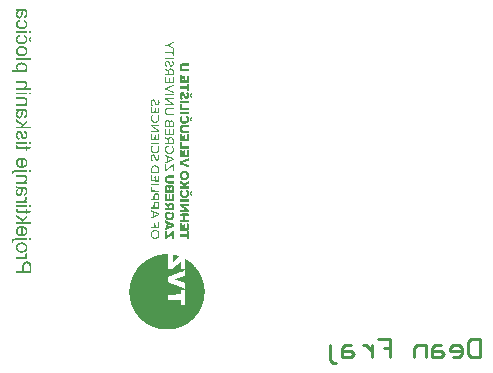
<source format=gbo>
G04*
G04 #@! TF.GenerationSoftware,Altium Limited,CircuitMaker,2.2.1 (2.2.1.6)*
G04*
G04 Layer_Color=13813960*
%FSLAX44Y44*%
%MOMM*%
G71*
G04*
G04 #@! TF.SameCoordinates,2AB76CEE-A046-4D56-9755-BC6112196B6F*
G04*
G04*
G04 #@! TF.FilePolarity,Positive*
G04*
G01*
G75*
%ADD10C,0.2540*%
G36*
X153046Y284088D02*
X153096Y283937D01*
X153122Y283912D01*
X153147Y283382D01*
X153096Y283180D01*
X152668Y282953D01*
X152516Y282802D01*
X152239Y282625D01*
X151911Y282499D01*
X151835Y282423D01*
X151557Y282196D01*
X151456Y282146D01*
X151103Y281994D01*
X151002Y281944D01*
X150775Y281717D01*
X150447Y281591D01*
X150195Y281490D01*
X149867Y281162D01*
X149716Y280910D01*
X149817Y280657D01*
X150069Y280556D01*
X150346Y280481D01*
X150422Y280405D01*
X150700Y280178D01*
X151204Y279976D01*
X151406Y279774D01*
X151759Y279572D01*
X152011Y279471D01*
X152163Y279320D01*
X152264Y279270D01*
X152365Y279169D01*
X152566Y279118D01*
X152945Y278891D01*
X153147Y278538D01*
X153122Y277705D01*
X153147Y272180D01*
X153096Y271978D01*
X152970Y271852D01*
X152617Y271801D01*
X152415Y271852D01*
X152188Y272129D01*
X152213Y272659D01*
X152188Y273038D01*
X152239Y273189D01*
X152188Y273694D01*
X152087Y273946D01*
X151911Y274072D01*
X146209Y274123D01*
X145956Y274224D01*
X145830Y274400D01*
X145679Y274804D01*
X145780Y275056D01*
X145956Y275182D01*
X151860Y275233D01*
X152138Y275359D01*
X152213Y275536D01*
X152188Y276671D01*
X152239Y277327D01*
X152541Y277630D01*
X152592Y277882D01*
X152541Y278084D01*
X152390Y278185D01*
X152112Y278260D01*
X151860Y278361D01*
X151759Y278412D01*
X151734Y278487D01*
X151406Y278664D01*
X151053Y278815D01*
X150952Y278866D01*
X150851Y278967D01*
X150498Y279169D01*
X150220Y279295D01*
X149917Y279547D01*
X149589Y279673D01*
X149337Y279774D01*
X149186Y279925D01*
X148732Y280178D01*
X148530Y280228D01*
X148378Y280380D01*
X148278Y280430D01*
X148177Y280531D01*
X146158Y280581D01*
X145956Y280632D01*
X145754Y280834D01*
X145679Y281111D01*
X145780Y281364D01*
X145982Y281465D01*
X146234Y281515D01*
X147823Y281490D01*
X148328Y281540D01*
X148580Y281641D01*
X148681Y281692D01*
X148782Y281793D01*
X149135Y281994D01*
X149488Y282146D01*
X149564Y282221D01*
X149867Y282423D01*
X150195Y282549D01*
X150700Y282903D01*
X150801Y282953D01*
X151053Y283054D01*
X151355Y283256D01*
X151608Y283407D01*
X151860Y283508D01*
X152163Y283710D01*
X152415Y283861D01*
X152768Y284114D01*
X152970Y284164D01*
X153046Y284088D01*
D02*
G37*
G36*
X152970Y270590D02*
X153096Y270464D01*
X153147Y270061D01*
X153096Y269707D01*
X152920Y269581D01*
X152440Y269606D01*
X149438Y269581D01*
X149388D01*
X146839Y269606D01*
X146209Y269581D01*
X145855Y269733D01*
X145754Y269985D01*
X145780Y270313D01*
X146007Y270540D01*
X152264Y270590D01*
X152768Y270641D01*
X152970Y270590D01*
D02*
G37*
G36*
X165686Y265898D02*
X165913Y265671D01*
X165964Y264359D01*
X165863Y263955D01*
X165737Y263829D01*
X161296Y263778D01*
X160791Y263728D01*
X160539Y263627D01*
X160464Y263551D01*
X160413Y263451D01*
X160186Y263223D01*
X159959Y262946D01*
X159908Y262088D01*
X160009Y261735D01*
X160312Y261432D01*
X160362Y261331D01*
X160539Y261205D01*
X160640Y261154D01*
X161094Y260953D01*
X165484Y260902D01*
X165686Y260852D01*
X165913Y260625D01*
Y260574D01*
X165964Y259515D01*
X165863Y259111D01*
X165737Y258985D01*
X160590Y258934D01*
X160211Y259161D01*
X159883Y259287D01*
X159530Y259439D01*
X159429Y259489D01*
X158849Y260070D01*
X158798Y260171D01*
X158697Y260271D01*
X158546Y260524D01*
X158496Y260726D01*
X158243Y261281D01*
X158193Y263349D01*
X158445Y263905D01*
X158496Y264106D01*
X158596Y264460D01*
X158849Y264712D01*
X158899Y264813D01*
X159126Y265040D01*
X159227Y265090D01*
X159328Y265191D01*
X159429Y265242D01*
X159631Y265444D01*
X160489Y265746D01*
X160690Y265797D01*
X160968Y265872D01*
X161220Y265923D01*
X164980Y265898D01*
X165181Y265948D01*
X165686Y265898D01*
D02*
G37*
G36*
X148378Y267967D02*
X148732Y267866D01*
X148933Y267664D01*
X149034Y267613D01*
X149186Y267462D01*
X149514Y266983D01*
X149640Y266806D01*
X149766Y266478D01*
X149867Y265872D01*
X150069Y265570D01*
X150195Y265242D01*
X150271Y264762D01*
X150725Y264308D01*
X150775Y264207D01*
X150851Y264182D01*
X150952Y264081D01*
X151456Y264031D01*
X151658Y264081D01*
X151885Y264308D01*
X151936Y264409D01*
X152037Y264510D01*
X152087Y264611D01*
X152188Y264712D01*
X152239Y264964D01*
X152289Y265116D01*
X152188Y266175D01*
X152037Y266528D01*
X151986Y266629D01*
X151784Y266932D01*
X151734Y267134D01*
Y267185D01*
Y267386D01*
X151911Y267563D01*
X152011Y267613D01*
X152112Y267714D01*
X152365Y267866D01*
X152566Y267815D01*
X152693Y267588D01*
X152844Y267235D01*
X152894Y267134D01*
X152970Y267058D01*
X153096Y266730D01*
X153147Y266377D01*
X153197Y265872D01*
X153147Y264460D01*
X153096Y264258D01*
X152996Y264006D01*
X152894Y263905D01*
X152566Y263324D01*
X152011Y263022D01*
X151911Y262971D01*
X151810Y262870D01*
X150801Y262820D01*
X149968Y263249D01*
X149716Y263703D01*
X149564Y263854D01*
X149438Y264031D01*
X149312Y264561D01*
X149261Y264762D01*
X149034Y265292D01*
X148933Y265544D01*
X148858Y265923D01*
X148757Y266175D01*
X148706Y266276D01*
X148278Y266705D01*
X148177Y266756D01*
X148076Y266856D01*
X147773Y266907D01*
X147117Y266604D01*
X146991Y266478D01*
X146839Y266226D01*
X146789Y266024D01*
X146739Y265872D01*
X146764Y264737D01*
X146890Y264207D01*
X146991Y263955D01*
X147092Y263854D01*
X147142Y263753D01*
X147218Y263678D01*
X147344Y263349D01*
X147470Y263223D01*
X147697Y262946D01*
X147621Y262769D01*
X147167Y262517D01*
X146966Y262467D01*
X146764Y262517D01*
X146587Y262694D01*
X146436Y262946D01*
X146310Y263223D01*
X146082Y263501D01*
X146007Y263678D01*
X145931Y264157D01*
X145881Y264359D01*
X145805Y264636D01*
X145754Y264939D01*
X145780Y265418D01*
X145729Y265570D01*
X145780Y265923D01*
X145855Y266201D01*
X145931Y266579D01*
X146032Y266983D01*
X146183Y267134D01*
X146310Y267311D01*
X146562Y267613D01*
X146663Y267664D01*
X146865Y267866D01*
X147066Y267916D01*
X147218Y267967D01*
X147874Y268017D01*
X148378Y267967D01*
D02*
G37*
G36*
X150674Y261382D02*
X150876Y261331D01*
X151204Y261255D01*
X151557Y261205D01*
X151961Y261104D01*
X152112Y260953D01*
X152213Y260902D01*
X152314Y260801D01*
X152415Y260751D01*
X152491Y260675D01*
X152693Y260322D01*
X152996Y259666D01*
X153096Y259414D01*
X153147Y255932D01*
X153071Y255654D01*
X152894Y255528D01*
X146209Y255553D01*
X145931Y255629D01*
X145729Y255982D01*
X145780Y256134D01*
X145830Y256336D01*
X146007Y256512D01*
X146562Y256563D01*
X146713Y256512D01*
X146865Y256563D01*
X147369Y256512D01*
X147722Y256563D01*
X147949Y256790D01*
X148000Y257849D01*
X148050Y258354D01*
X147949Y258758D01*
X147849Y258859D01*
X147798Y258960D01*
X147621Y259136D01*
X147066Y259439D01*
X146966Y259489D01*
X146814Y259641D01*
X146360Y259893D01*
X146259Y259944D01*
X146007Y260196D01*
X145780Y260473D01*
X145729Y260827D01*
X145805Y261104D01*
X145982Y261230D01*
X146259Y261205D01*
X146310D01*
X146411Y261154D01*
X146789Y260776D01*
X147117Y260650D01*
X147268Y260499D01*
X147722Y260145D01*
X147823Y260095D01*
X147975Y259944D01*
X148252Y259969D01*
X148454Y260322D01*
X148782Y260650D01*
X148883Y260700D01*
X149110Y260928D01*
X149388Y261154D01*
X149791Y261205D01*
X150145Y261255D01*
X150397Y261356D01*
X150548Y261407D01*
X150674Y261382D01*
D02*
G37*
G36*
X159858Y255326D02*
X159934Y255150D01*
X159908Y251946D01*
X159959Y251592D01*
X160009Y251391D01*
X160287Y251164D01*
X160791Y251214D01*
X161145Y251264D01*
X161220Y251340D01*
X161346Y251517D01*
X161422Y252097D01*
X161372Y252248D01*
X161397Y253838D01*
X161372Y254671D01*
X161548Y254847D01*
X162558Y254897D01*
X162759Y254847D01*
X162911Y254645D01*
X162885Y251845D01*
X162986Y251441D01*
X163163Y251264D01*
X163617Y251214D01*
X163769Y251164D01*
X164122Y251214D01*
X164298Y251441D01*
X164349Y255175D01*
X164601Y255377D01*
X165636Y255352D01*
X165888Y255251D01*
X166014Y255024D01*
X165989Y254897D01*
X165913Y254469D01*
X165964Y254317D01*
X165938Y249650D01*
X165888Y249448D01*
X165535Y249246D01*
X165005Y249271D01*
X158773Y249246D01*
X158571Y249296D01*
X158395Y249473D01*
X158344Y254166D01*
Y254216D01*
X158319Y254897D01*
X158344Y255175D01*
X158571Y255402D01*
X159732Y255453D01*
X159858Y255326D01*
D02*
G37*
G36*
X146663Y253838D02*
X146764Y253687D01*
X146739Y250129D01*
X146839Y249776D01*
X146966Y249650D01*
X148530Y249599D01*
X148732Y249650D01*
X148908Y249826D01*
X148959Y250381D01*
X149009Y250583D01*
X148959Y250735D01*
X148984Y252375D01*
X148959Y253207D01*
X149135Y253384D01*
X149539Y253434D01*
X149892Y253333D01*
X149917Y253308D01*
X149993Y253182D01*
X149968Y250230D01*
X150018Y249877D01*
X150296Y249650D01*
X151911Y249599D01*
X152112Y249650D01*
X152239Y249826D01*
X152289Y253358D01*
X152339Y253712D01*
X152617Y253888D01*
X152920Y253838D01*
X153071Y253687D01*
X153122Y253485D01*
X153172Y249145D01*
X153147Y248817D01*
X153021Y248691D01*
X152566Y248640D01*
X152415Y248691D01*
X149615Y248666D01*
X147066Y248691D01*
X146411Y248640D01*
X146057Y248691D01*
X145855Y248741D01*
X145754Y248893D01*
X145780Y252602D01*
X145729Y253560D01*
X145780Y253762D01*
X145855Y253838D01*
X146259Y253939D01*
X146663Y253838D01*
D02*
G37*
G36*
X165787Y248388D02*
X165913Y248262D01*
X165964Y243014D01*
X165913Y242863D01*
X165938Y242585D01*
X165989Y242333D01*
X165964Y242106D01*
X165787Y241929D01*
X164727Y241879D01*
X164374Y241980D01*
X164273Y242131D01*
X164298Y243771D01*
X164223Y244049D01*
X163970Y244200D01*
X163819Y244251D01*
X159051Y244225D01*
X158723Y244251D01*
X158521Y244301D01*
X158369Y244452D01*
X158319Y244654D01*
X158344Y244982D01*
X158395Y245134D01*
X158294Y245739D01*
X158344Y245941D01*
X158521Y246118D01*
X159328Y246168D01*
X163769D01*
X164122Y246218D01*
X164248Y246345D01*
X164298Y248111D01*
X164349Y248313D01*
X164576Y248489D01*
X165055Y248464D01*
X165434Y248489D01*
X165787Y248388D01*
D02*
G37*
G36*
X153122Y247430D02*
X153172Y247228D01*
X153147Y246900D01*
X153046Y246546D01*
X152869Y246370D01*
X152693Y246294D01*
X152365Y246218D01*
X152011Y246118D01*
X151709Y245916D01*
X151532Y245840D01*
X151204Y245764D01*
X151002Y245714D01*
X150775Y245638D01*
X150271Y245336D01*
X149842Y245260D01*
X149514Y245134D01*
X149211Y244932D01*
X148883Y244806D01*
X148530Y244755D01*
X148278Y244654D01*
X148252Y244629D01*
X148000Y244478D01*
X147521Y244301D01*
X147344Y244074D01*
X147394Y243872D01*
X147571Y243746D01*
X147975Y243696D01*
X148177Y243645D01*
X148706Y243368D01*
X148984Y243292D01*
X149388Y243191D01*
X149917Y242913D01*
X150245Y242787D01*
X150851Y242636D01*
X151154Y242434D01*
X151330Y242358D01*
X151608Y242283D01*
X151961Y242182D01*
X152491Y241904D01*
X152768Y241828D01*
X152970Y241778D01*
X153096Y241652D01*
X153147Y241097D01*
X153096Y240744D01*
X153021Y240668D01*
X152920Y240618D01*
X152668Y240718D01*
X152390Y240895D01*
X152011Y240971D01*
X151759Y241072D01*
X151583Y241248D01*
X151330Y241349D01*
X150901Y241425D01*
X150447Y241627D01*
X150170Y241803D01*
X149892Y241879D01*
X149690Y241929D01*
X149236Y242131D01*
X148959Y242308D01*
X148580Y242384D01*
X148177Y242484D01*
X148076Y242585D01*
X147975Y242636D01*
X147874Y242737D01*
X147621Y242838D01*
X147420Y242888D01*
X147066Y242989D01*
X146739Y243166D01*
X146486Y243267D01*
X146209Y243342D01*
X145956Y243443D01*
X145931Y243519D01*
X145830Y243620D01*
X145729Y244276D01*
X145780Y244478D01*
X145906Y244604D01*
X146158Y244755D01*
X146486Y244881D01*
X146890Y245134D01*
X147319Y245209D01*
X147773Y245411D01*
X148126Y245613D01*
X148833Y245815D01*
X149135Y246017D01*
X149463Y246143D01*
X149716Y246193D01*
X149993Y246269D01*
X150069Y246345D01*
X150372Y246546D01*
X150649Y246622D01*
X151053Y246723D01*
X151280Y246799D01*
X151684Y247051D01*
X152213Y247177D01*
X152415Y247228D01*
X152491Y247303D01*
X152541Y247404D01*
X152718Y247530D01*
X152970Y247581D01*
X153122Y247430D01*
D02*
G37*
G36*
X152970Y239457D02*
X153147Y239230D01*
X153197Y238877D01*
X153147Y238675D01*
X153021Y238549D01*
X151608Y238498D01*
X146108D01*
X145855Y238599D01*
X145729Y238725D01*
X145679Y238978D01*
X145805Y239255D01*
X146158Y239457D01*
X146688Y239432D01*
X152011Y239457D01*
X152163Y239407D01*
X152440Y239432D01*
X152743Y239482D01*
X152970Y239457D01*
D02*
G37*
G36*
X168184Y240138D02*
X168234Y239179D01*
X168133Y238776D01*
X168007Y238650D01*
X167906Y238599D01*
X167679Y238372D01*
X167704Y238044D01*
X167957Y237893D01*
X168184Y237666D01*
X168234Y236858D01*
X168184Y236505D01*
X167957Y236379D01*
X167603Y236530D01*
X167376Y236757D01*
X167074Y237010D01*
X167048Y237035D01*
X166897Y237085D01*
X166670Y237413D01*
X166619Y238170D01*
X166670Y238322D01*
X166619Y238877D01*
X166721Y239230D01*
X166796Y239305D01*
X166897Y239356D01*
X166998Y239457D01*
X167099Y239507D01*
X167175Y239583D01*
X167225Y239684D01*
X167553Y239911D01*
X167654Y239961D01*
X167856Y240163D01*
X168108Y240214D01*
X168184Y240138D01*
D02*
G37*
G36*
X153096Y236253D02*
X153147Y235698D01*
X153021Y235420D01*
X152844Y235344D01*
X148530Y235370D01*
X148278Y235471D01*
X148076Y235420D01*
X147949Y235294D01*
X148025Y235117D01*
X148252Y234840D01*
X148303Y234739D01*
X148378Y234663D01*
X148732Y234461D01*
X148984Y234209D01*
X149438Y233957D01*
X149539Y233906D01*
X149741Y233704D01*
X149917Y233578D01*
X149943Y233553D01*
X150145Y233452D01*
X150271Y233326D01*
X150548Y233099D01*
X150649Y233048D01*
X150826Y232872D01*
X151305Y232544D01*
X151406Y232493D01*
X151608Y232292D01*
X151961Y232090D01*
X152062Y232039D01*
X152314Y231787D01*
X152668Y231585D01*
X152945Y231308D01*
X153122Y231030D01*
X153197Y230702D01*
X153096Y230299D01*
X153021Y230223D01*
X152516Y230172D01*
X152365Y230223D01*
X152239Y230198D01*
X146713Y230223D01*
X146562Y230172D01*
X146057Y230223D01*
X145805Y230374D01*
X145679Y230702D01*
X145729Y230904D01*
X145906Y231081D01*
X150498Y231131D01*
X150851Y231182D01*
X150927Y231257D01*
X150977Y231409D01*
X150927Y231610D01*
X150649Y231737D01*
X150271Y231964D01*
X149993Y232191D01*
X149892Y232241D01*
X149589Y232544D01*
X149236Y232746D01*
X149135Y232796D01*
X148933Y232998D01*
X148479Y233250D01*
X148404Y233326D01*
X148353Y233427D01*
X148278Y233503D01*
X147924Y233704D01*
X147823Y233755D01*
X147672Y233906D01*
X147319Y234159D01*
X147218Y234209D01*
X147041Y234386D01*
X146562Y234714D01*
X146461Y234764D01*
X146209Y235016D01*
X146108Y235067D01*
X145830Y235344D01*
X145780Y236000D01*
X145830Y236152D01*
X145881Y236253D01*
X146108Y236379D01*
X152289Y236354D01*
X152970Y236379D01*
X153096Y236253D01*
D02*
G37*
G36*
X161321Y241349D02*
X161599Y241273D01*
X162003Y240870D01*
X162103Y240819D01*
X162229Y240693D01*
X162583Y240037D01*
X162759Y239760D01*
X162885Y239230D01*
X162936Y238877D01*
X163188Y238322D01*
X163214Y238296D01*
X163340Y237968D01*
X163441Y237716D01*
X163617Y237540D01*
X164021Y237489D01*
X164223Y237540D01*
X164349Y237766D01*
X164399Y237918D01*
X164374Y238599D01*
X164324Y239053D01*
X164248Y239381D01*
X163996Y239785D01*
X163945Y239987D01*
X163794Y240340D01*
X163743Y240643D01*
X163869Y240769D01*
X164601Y241198D01*
X164929Y241324D01*
X165282Y241223D01*
X165434Y241072D01*
X165686Y240668D01*
X165762Y240289D01*
X165812Y240088D01*
X165888Y239810D01*
X166064Y239331D01*
X166115Y239179D01*
X166165Y238675D01*
X166216Y237867D01*
X166165Y237666D01*
X165888Y237136D01*
X165837Y236934D01*
X165762Y236656D01*
X165610Y236303D01*
X165560Y236202D01*
X165484Y236177D01*
X165308Y236000D01*
X165257Y235900D01*
X165081Y235723D01*
X164828Y235571D01*
X164626Y235521D01*
X164374Y235420D01*
X163365Y235370D01*
X163163Y235420D01*
X163012Y235471D01*
X162810Y235521D01*
X162558Y235622D01*
X162381Y235799D01*
X162330Y235900D01*
X162255Y235975D01*
X162154Y236026D01*
X162003Y236177D01*
X161902Y236429D01*
X161826Y236707D01*
X161624Y237010D01*
X161574Y237111D01*
X161473Y237363D01*
X161422Y237867D01*
X161372Y238069D01*
X160918Y239028D01*
X160741Y239205D01*
X160489Y239356D01*
X160186Y239305D01*
X160110Y239230D01*
X159908Y238877D01*
X159858Y238372D01*
X159934Y237691D01*
X160009Y237211D01*
X160262Y236858D01*
X160464Y236303D01*
X160640Y236127D01*
X160741Y236076D01*
X160918Y235849D01*
X160867Y235647D01*
X160766Y235546D01*
X160211Y235193D01*
X159808Y235042D01*
X159480Y234966D01*
X159278Y235016D01*
X159202Y235092D01*
X158950Y235546D01*
X158849Y235647D01*
X158798Y235748D01*
X158697Y235849D01*
X158622Y236026D01*
X158546Y236354D01*
X158395Y236858D01*
X158243Y237211D01*
X158193Y238675D01*
X158142Y238826D01*
X158193Y239280D01*
X158369Y239709D01*
X158470Y239961D01*
X158546Y240239D01*
X158647Y240491D01*
X158924Y240769D01*
X159025Y240819D01*
X159328Y241122D01*
X159681Y241324D01*
X159833Y241374D01*
X161321Y241349D01*
D02*
G37*
G36*
X165787Y234007D02*
X165863Y233932D01*
X166014Y233679D01*
X165989Y233604D01*
X165938Y233351D01*
X165964Y232468D01*
X165863Y232216D01*
X165812Y232115D01*
X165686Y232039D01*
X159328Y231989D01*
X158975Y231938D01*
X158571Y232039D01*
X158420Y232191D01*
X158344Y232468D01*
Y232519D01*
Y232973D01*
X158395Y233124D01*
X158294Y233629D01*
X158344Y233831D01*
X158521Y234007D01*
X165434Y234058D01*
X165787Y234007D01*
D02*
G37*
G36*
X136445Y235042D02*
X136672Y234966D01*
X137202Y234436D01*
X137252Y234335D01*
X137353Y234234D01*
X137403Y234133D01*
X137530Y234007D01*
X137631Y233755D01*
X137706Y233276D01*
X137807Y233023D01*
X137883Y232948D01*
X137984Y232695D01*
X138110Y232166D01*
X138261Y231812D01*
X138312Y231711D01*
X138564Y231459D01*
X138615Y231358D01*
X138841Y231182D01*
X139346Y231131D01*
X139598Y231232D01*
X139825Y231509D01*
X139876Y231610D01*
X140027Y231762D01*
X140128Y232014D01*
X140179Y232166D01*
X140128Y232973D01*
X140078Y233326D01*
X140027Y233528D01*
X139926Y233780D01*
X139674Y234133D01*
X139624Y234436D01*
X139725Y234688D01*
X139926Y234890D01*
X140179Y234991D01*
X140406Y234966D01*
X140482Y234890D01*
X140709Y234411D01*
X140961Y234007D01*
X141087Y232872D01*
X141137Y232721D01*
X141112Y232594D01*
X141037Y231762D01*
X140986Y231409D01*
X140936Y231207D01*
X140809Y230980D01*
X140482Y230500D01*
X140431Y230399D01*
X140305Y230324D01*
X140204Y230273D01*
X139851Y230122D01*
X138690Y230071D01*
X138186Y230223D01*
X137933Y230324D01*
X137858Y230399D01*
X137656Y230753D01*
X137530Y230879D01*
X137328Y231182D01*
X137252Y231459D01*
X137202Y231661D01*
X137101Y232014D01*
X136974Y232342D01*
X136874Y232594D01*
X136798Y232872D01*
X136748Y233074D01*
X136646Y233326D01*
X136243Y233730D01*
X136192Y233831D01*
X135965Y234007D01*
X135562Y234058D01*
X135309Y233957D01*
X135107Y233755D01*
X135007Y233704D01*
X134830Y233528D01*
X134729Y233276D01*
X134679Y233124D01*
X134628Y232418D01*
X134704Y231737D01*
X134780Y231308D01*
X134881Y231055D01*
X134931Y230954D01*
X135082Y230803D01*
X135284Y230450D01*
X135335Y230349D01*
X135536Y230147D01*
X135587Y229945D01*
X135385Y229794D01*
X135057Y229718D01*
X134906Y229668D01*
X134552Y229718D01*
X134426Y229844D01*
X134376Y229945D01*
X134275Y230198D01*
X133947Y230677D01*
X133821Y231207D01*
X133720Y231610D01*
X133669Y231762D01*
X133695Y233149D01*
X133745Y233351D01*
X133821Y233730D01*
X133922Y234083D01*
X134048Y234310D01*
X134149Y234361D01*
X134426Y234638D01*
X134477Y234739D01*
X134855Y235016D01*
X136419Y235067D01*
X136445Y235042D01*
D02*
G37*
G36*
X153046Y228179D02*
X153197Y227927D01*
X153147Y227574D01*
X153046Y227220D01*
X152894Y227120D01*
X148429Y227145D01*
X148000Y227019D01*
X147521Y226842D01*
X146890Y226211D01*
X146789Y225757D01*
X146637Y225404D01*
X146587Y225051D01*
X146764Y224470D01*
X146839Y224142D01*
X146940Y223890D01*
X147369Y223461D01*
X147621Y223310D01*
X148025Y223057D01*
X148328Y223007D01*
X148353Y222982D01*
X151810Y222957D01*
X152920Y223007D01*
X153122Y222805D01*
X153197Y222477D01*
X153096Y222074D01*
X153021Y221998D01*
X152768Y221947D01*
X152264Y221998D01*
X152112Y221947D01*
X148555Y221973D01*
X148050Y222023D01*
X147596Y222074D01*
X147319Y222149D01*
X147218Y222250D01*
X146663Y222553D01*
X146587Y222629D01*
X146385Y222982D01*
X146284Y223083D01*
X146234Y223184D01*
X146057Y223360D01*
X145956Y223613D01*
X145855Y224117D01*
X145805Y224319D01*
X145754Y224773D01*
X145780Y225808D01*
X145830Y226009D01*
X145906Y226287D01*
X145982Y226615D01*
X146082Y226867D01*
X146133Y226968D01*
X146537Y227372D01*
X146587Y227473D01*
X146663Y227548D01*
X147722Y228104D01*
X148378Y228204D01*
X148530Y228255D01*
X152188Y228230D01*
X152819Y228255D01*
X153046Y228179D01*
D02*
G37*
G36*
X159883Y231081D02*
X159959Y231005D01*
X160035Y230828D01*
X160009Y228381D01*
X160060Y228028D01*
X160287Y227851D01*
X164576Y227801D01*
X165383Y227851D01*
X165787Y227750D01*
X165913Y227624D01*
X165964Y227120D01*
X165913Y226968D01*
X165938Y226640D01*
X165989Y226337D01*
X165964Y226110D01*
X165737Y225934D01*
X159025Y225883D01*
X158521Y225934D01*
X158294Y226211D01*
X158344Y226665D01*
Y226716D01*
Y230399D01*
X158294Y230753D01*
X158344Y230954D01*
X158521Y231081D01*
X159681Y231131D01*
X159883Y231081D01*
D02*
G37*
G36*
X134578Y228431D02*
X134628Y224748D01*
X134679Y224546D01*
X134805Y224420D01*
X135057Y224370D01*
X135208Y224319D01*
X135259Y224370D01*
X136243Y224344D01*
X136520Y224370D01*
X136722Y224420D01*
X136848Y224546D01*
X136899Y224849D01*
X136848Y225353D01*
X136899Y225505D01*
X136874Y227145D01*
X136899Y227775D01*
X136949Y227977D01*
X137075Y228104D01*
X137277Y228154D01*
X137631Y228104D01*
X137807Y227927D01*
X137858Y224748D01*
X137908Y224546D01*
X138085Y224420D01*
X139447Y224370D01*
X139649Y224319D01*
X140053Y224420D01*
X140128Y224496D01*
X140179Y228129D01*
X140280Y228381D01*
X140355Y228457D01*
X140759Y228507D01*
X140936Y228331D01*
X141011Y228154D01*
X141062Y223966D01*
X141037Y223587D01*
X140961Y223512D01*
X140784Y223386D01*
X139952Y223411D01*
X134048D01*
X133846Y223461D01*
X133644Y223713D01*
X133669Y228230D01*
X133720Y228431D01*
X133846Y228558D01*
X134401Y228608D01*
X134578Y228431D01*
D02*
G37*
G36*
X165787Y224319D02*
X165863Y224243D01*
X166014Y223991D01*
X165989Y223915D01*
X165938Y223663D01*
X165964Y222831D01*
X165913Y222629D01*
X165787Y222502D01*
X165358Y222427D01*
X161246Y222452D01*
X161195D01*
X159101Y222427D01*
X158723Y222452D01*
X158521Y222502D01*
X158369Y222654D01*
X158319Y222856D01*
X158344Y223184D01*
X158395Y223335D01*
X158294Y223941D01*
X158344Y224142D01*
X158521Y224319D01*
X165434Y224370D01*
X165787Y224319D01*
D02*
G37*
G36*
X168184Y220308D02*
X168234Y219399D01*
X168184Y219197D01*
X168083Y218945D01*
X167780Y218642D01*
X167730Y218390D01*
X167780Y218188D01*
X167957Y218062D01*
X168058Y218012D01*
X168184Y217835D01*
X168234Y216775D01*
X168108Y216649D01*
X167906Y216599D01*
X167654Y216700D01*
X167301Y217053D01*
X166872Y217280D01*
X166670Y217633D01*
X166619Y218188D01*
X166670Y218340D01*
X166619Y219147D01*
X166670Y219349D01*
X166847Y219525D01*
X166897D01*
X167048Y219677D01*
X167149Y219727D01*
X167351Y219929D01*
X167452Y219979D01*
X167654Y220181D01*
X167755Y220232D01*
X167805Y220333D01*
X168108Y220383D01*
X168184Y220308D01*
D02*
G37*
G36*
X164828Y221443D02*
X164879D01*
X164980Y221392D01*
X165106Y221266D01*
X165358Y220812D01*
X165408Y220711D01*
X165509Y220610D01*
X165711Y220257D01*
X165787Y219979D01*
X165837Y219778D01*
X165913Y219298D01*
X166115Y218995D01*
X166216Y218743D01*
X166165Y218239D01*
X166115Y218037D01*
X166014Y217785D01*
X165837Y217204D01*
X165762Y216826D01*
X165661Y216422D01*
X165459Y216220D01*
X165308Y215968D01*
X165207Y215867D01*
X165156Y215766D01*
X165081Y215741D01*
X164803Y215463D01*
X164753Y215362D01*
X164374Y215085D01*
X164273Y215035D01*
X164097Y214858D01*
X163769Y214732D01*
X163567Y214681D01*
X163214Y214580D01*
X162860Y214429D01*
X161801Y214379D01*
X161447Y214429D01*
X160867Y214606D01*
X160665Y214656D01*
X160388Y214732D01*
X160135Y214833D01*
X159934Y215035D01*
X159833Y215085D01*
X159454Y215362D01*
X159404Y215463D01*
X159278Y215590D01*
X159177Y215640D01*
X158950Y215968D01*
X158899Y216069D01*
X158647Y216321D01*
X158445Y216876D01*
X158294Y217229D01*
X158243Y217381D01*
X158193Y219197D01*
X158243Y219399D01*
X158369Y219677D01*
X158496Y220005D01*
X158546Y220207D01*
X158697Y220560D01*
X159051Y221014D01*
X159101Y221115D01*
X159379Y221392D01*
X159631Y221493D01*
X159883Y221392D01*
X160009Y221216D01*
X160287Y220989D01*
X160388Y220938D01*
X160464Y220863D01*
X160817Y220408D01*
X160766Y220207D01*
X160690Y220131D01*
X160590Y220080D01*
X160464Y219904D01*
X160236Y219475D01*
X160009Y219197D01*
X159959Y218138D01*
X160009Y217936D01*
X160262Y217583D01*
X160464Y217229D01*
X160741Y217002D01*
X160842Y216952D01*
X160943Y216851D01*
X161119Y216725D01*
X161372Y216624D01*
X161851Y216548D01*
X162003Y216498D01*
X162330Y216523D01*
X162810Y216599D01*
X163012Y216649D01*
X163264Y216750D01*
X163340Y216826D01*
X163617Y217053D01*
X163718Y217103D01*
X164298Y217885D01*
X164349Y218794D01*
X164298Y218995D01*
X164147Y219349D01*
X163844Y219904D01*
X163668Y220080D01*
X163567Y220131D01*
X163441Y220358D01*
X163491Y220509D01*
X163542Y220610D01*
X163769Y220837D01*
X163869Y220888D01*
X163970Y220989D01*
X164071Y221039D01*
X164374Y221342D01*
X164626Y221493D01*
X164828Y221443D01*
D02*
G37*
G36*
X140053Y221847D02*
X140380Y221518D01*
X140557Y221241D01*
X140633Y220963D01*
X140986Y220408D01*
X141037Y219702D01*
X141087Y219551D01*
X141037Y218440D01*
X140986Y218087D01*
X140885Y217835D01*
X140633Y217280D01*
X140482Y216927D01*
X140254Y216700D01*
X140027Y216422D01*
X139750Y216195D01*
X139649Y216145D01*
X139397Y215892D01*
X139144Y215741D01*
X138942Y215690D01*
X138589Y215590D01*
X138513Y215514D01*
X138186Y215388D01*
X138034Y215337D01*
X136798Y215362D01*
X136546Y215413D01*
X136344Y215463D01*
X136091Y215564D01*
X135612Y215741D01*
X135360Y215842D01*
X135234Y215968D01*
X134956Y216195D01*
X134855Y216245D01*
X134477Y216624D01*
X134225Y217078D01*
X134073Y217229D01*
X133871Y217583D01*
X133821Y217936D01*
X133720Y218188D01*
X133669Y219097D01*
X133619Y219601D01*
X133669Y219803D01*
X133745Y220030D01*
X133821Y220308D01*
X133871Y220509D01*
X133922Y220863D01*
X133947Y220888D01*
X134124Y221064D01*
X134426Y221619D01*
X134704Y221847D01*
X135007Y221796D01*
X135234Y221518D01*
X135284Y221216D01*
X135234Y221014D01*
X135107Y220787D01*
X134855Y220484D01*
X134754Y220232D01*
X134679Y219752D01*
X134628Y219601D01*
X134653Y218718D01*
X134729Y218289D01*
X134830Y217885D01*
X135082Y217633D01*
X135234Y217381D01*
X135410Y217204D01*
X135663Y217053D01*
X135789Y216927D01*
X136066Y216700D01*
X136243Y216624D01*
X136445Y216574D01*
X136773Y216498D01*
X137025Y216397D01*
X137530Y216346D01*
X138110Y216523D01*
X138387Y216599D01*
X138589Y216649D01*
X138841Y216750D01*
X139018Y216927D01*
X139296Y217154D01*
X139397Y217204D01*
X139624Y217482D01*
X140128Y218440D01*
X140179Y219551D01*
X140128Y219752D01*
X140078Y220106D01*
X139825Y220459D01*
X139775Y220560D01*
X139624Y220913D01*
X139321Y221216D01*
X139371Y221418D01*
X139523Y221569D01*
X139573Y221670D01*
X139649Y221746D01*
X139825Y221872D01*
X140053Y221847D01*
D02*
G37*
G36*
X140860Y213773D02*
X141037Y213546D01*
X141087Y213193D01*
X141037Y212991D01*
X140910Y212865D01*
X136823Y212814D01*
X136621Y212865D01*
X135965Y212814D01*
X135839Y212688D01*
X135789Y212587D01*
X135839Y212385D01*
X136369Y212108D01*
X136470Y212057D01*
X136621Y211906D01*
X136974Y211704D01*
X137075Y211654D01*
X137151Y211578D01*
X137202Y211477D01*
X137580Y211250D01*
X137757Y211073D01*
X138236Y210745D01*
X138337Y210695D01*
X138488Y210543D01*
X138841Y210291D01*
X138942Y210241D01*
X139144Y210039D01*
X139598Y209787D01*
X139851Y209534D01*
X140204Y209333D01*
X140280Y209257D01*
X140305Y209232D01*
X140355D01*
X140482Y209105D01*
X140759Y208878D01*
X140860Y208828D01*
X140986Y208702D01*
X141037Y207894D01*
X140936Y207642D01*
X140835Y207592D01*
X134552Y207617D01*
X134401Y207566D01*
X134048Y207617D01*
X133846Y207667D01*
X133695Y207819D01*
X133644Y208021D01*
X133669Y208197D01*
X133770Y208449D01*
X133846Y208475D01*
X133922Y208550D01*
X134124Y208601D01*
X137631Y208576D01*
X137782Y208626D01*
X137933Y208576D01*
X138816Y208601D01*
X138867Y208803D01*
X138766Y208904D01*
X138615Y209156D01*
X138488Y209282D01*
X138034Y209534D01*
X137933Y209635D01*
X137832Y209686D01*
X137731Y209787D01*
X137479Y209938D01*
X137176Y210241D01*
X136722Y210493D01*
X136470Y210745D01*
X136117Y210947D01*
X136016Y210998D01*
X135764Y211250D01*
X135410Y211452D01*
X135335Y211528D01*
X135284Y211628D01*
X134855Y211906D01*
X134754Y211956D01*
X134502Y212209D01*
X134149Y212411D01*
X134048Y212512D01*
X133821Y212789D01*
X133568Y213243D01*
X133669Y213546D01*
X133846Y213722D01*
X140456Y213773D01*
X140608Y213823D01*
X140860Y213773D01*
D02*
G37*
G36*
X148025Y217658D02*
X148681Y217608D01*
X149060Y217381D01*
X149110Y217280D01*
X149186Y217204D01*
X149312Y216876D01*
X149438Y216750D01*
X149741Y216700D01*
X149993Y216952D01*
X150447Y217204D01*
X150851Y217456D01*
X151255Y217507D01*
X151608Y217456D01*
X152466Y217053D01*
X152592Y216927D01*
X153046Y216069D01*
X153096Y215917D01*
X153147Y212436D01*
X153197Y212284D01*
X153096Y211931D01*
X152844Y211830D01*
X147420Y211856D01*
X146259D01*
X145906Y211906D01*
X145754Y212057D01*
X145780Y215211D01*
X145830Y215564D01*
X145881Y215716D01*
X145931Y216170D01*
X145982Y216523D01*
X146082Y216775D01*
X146284Y216977D01*
X146486Y217330D01*
X146764Y217558D01*
X147066Y217608D01*
X147218Y217658D01*
X147823Y217709D01*
X148025Y217658D01*
D02*
G37*
G36*
X165787Y213521D02*
X165913Y213344D01*
X165964Y212083D01*
X165863Y211830D01*
X165686Y211704D01*
X161599Y211654D01*
X161397Y211603D01*
X160690Y211401D01*
X160438Y211300D01*
X160211Y211073D01*
X159959Y210720D01*
X159908Y210064D01*
X159959Y209560D01*
X160312Y209206D01*
X160362Y209105D01*
X160539Y208929D01*
X160791Y208828D01*
X161145Y208727D01*
X161397Y208626D01*
X165131Y208576D01*
X165282Y208626D01*
X165535Y208576D01*
X165686Y208525D01*
X165787Y208475D01*
X165913Y208298D01*
X165964Y207138D01*
X165863Y206784D01*
X165636Y206658D01*
X165484Y206608D01*
X165106Y206633D01*
X161447Y206608D01*
X161397D01*
X160892Y206658D01*
X160464Y206784D01*
X160211Y206885D01*
X159883Y206961D01*
X159631Y207062D01*
X159530Y207112D01*
X159177Y207465D01*
X159076Y207516D01*
X159051Y207592D01*
X158748Y207894D01*
X158622Y208071D01*
X158496Y208399D01*
X158395Y208752D01*
X158243Y209004D01*
X158193Y210872D01*
X158243Y211225D01*
X158369Y211502D01*
X158521Y211906D01*
X158596Y212183D01*
X158849Y212436D01*
X158899Y212537D01*
X159227Y212865D01*
X159328Y212915D01*
X159555Y213142D01*
X160035Y213319D01*
X160312Y213445D01*
X160564Y213546D01*
X165535Y213622D01*
X165787Y213521D01*
D02*
G37*
G36*
X146663Y210241D02*
X146764Y210089D01*
X146739Y206482D01*
X146865Y206154D01*
X147117Y206002D01*
X147849Y206027D01*
X148378Y206002D01*
X148732Y206053D01*
X148908Y206229D01*
X148959Y206784D01*
X149009Y206986D01*
X148959Y207138D01*
X148984Y208374D01*
X148959Y209004D01*
X149009Y209358D01*
X149060Y209560D01*
X149186Y209686D01*
X149539Y209736D01*
X149741Y209686D01*
X149917Y209509D01*
X149968Y206633D01*
X150018Y206280D01*
X150094Y206204D01*
X150346Y206053D01*
X150498Y206002D01*
X151280Y206027D01*
X151860Y206002D01*
X152062Y206053D01*
X152239Y206229D01*
X152289Y209761D01*
X152339Y210115D01*
X152440Y210216D01*
X152718Y210291D01*
X152920Y210241D01*
X153096Y210064D01*
X153147Y205321D01*
X153096Y205119D01*
X153021Y205044D01*
X146158Y204993D01*
X145906Y205094D01*
X145780Y205220D01*
Y205271D01*
X145754Y205296D01*
X145780Y209156D01*
X145729Y209963D01*
X145780Y210165D01*
X145931Y210266D01*
X146310Y210342D01*
X146663Y210241D01*
D02*
G37*
G36*
X150826Y203202D02*
X151129Y203151D01*
X151608Y203076D01*
X151961Y202975D01*
X152314Y202621D01*
X152415Y202571D01*
X152592Y202394D01*
X152642Y202293D01*
X152996Y201537D01*
X153096Y201284D01*
X153147Y197803D01*
X153071Y197525D01*
X152894Y197399D01*
X146158Y197424D01*
X145906Y197525D01*
X145729Y197853D01*
X145780Y198004D01*
X145830Y198206D01*
X146007Y198383D01*
X147016Y198433D01*
X147369Y198383D01*
X147722Y198433D01*
X147949Y198660D01*
X148000Y199720D01*
X148050Y200225D01*
X148000Y200426D01*
X147899Y200679D01*
X147849Y200780D01*
X147722Y200906D01*
X147369Y201158D01*
X147319D01*
X147066Y201259D01*
X146814Y201511D01*
X146360Y201764D01*
X146259Y201814D01*
X146032Y202041D01*
X145982Y202142D01*
X145780Y202344D01*
X145729Y202747D01*
X145805Y202975D01*
X146057Y203126D01*
X146360Y203025D01*
X146537Y202848D01*
X146839Y202596D01*
X147167Y202470D01*
X147268Y202369D01*
X147722Y202016D01*
X148076Y201814D01*
X148278Y201864D01*
X148404Y202092D01*
X148454Y202192D01*
X148833Y202571D01*
X148933Y202621D01*
X149085Y202773D01*
X149438Y203025D01*
X149892Y203076D01*
X150296Y203176D01*
X150447Y203227D01*
X150826Y203202D01*
D02*
G37*
G36*
X134502Y205901D02*
X134653Y205699D01*
X134628Y202192D01*
X134729Y201839D01*
X134855Y201713D01*
X136470Y201663D01*
X136672Y201713D01*
X136848Y201940D01*
X136899Y204211D01*
X136848Y204362D01*
X136899Y204413D01*
X136874Y204438D01*
X136899Y205018D01*
X136949Y205220D01*
X137050Y205321D01*
X137328Y205397D01*
X137681Y205296D01*
X137807Y205170D01*
X137858Y202293D01*
X137908Y201940D01*
X138135Y201713D01*
X139447Y201663D01*
X139598Y201612D01*
X139952Y201663D01*
X140128Y201890D01*
X140179Y205523D01*
X140229Y205725D01*
X140355Y205851D01*
X140658Y205901D01*
X140860Y205851D01*
X140986Y205725D01*
X141037Y201587D01*
X141087Y201082D01*
X140961Y200754D01*
X139043Y200704D01*
X134098D01*
X133745Y200805D01*
X133644Y200956D01*
X133669Y204463D01*
X133619Y205725D01*
X133796Y205901D01*
X134300Y205952D01*
X134502Y205901D01*
D02*
G37*
G36*
X159858Y205725D02*
X159908Y202495D01*
X159959Y201991D01*
X160009Y201789D01*
X160085Y201713D01*
X160943Y201663D01*
X160968Y201688D01*
X161044Y201713D01*
X161246Y201764D01*
X161321Y201890D01*
X161372Y204514D01*
X161422Y205170D01*
X161599Y205346D01*
X162507Y205397D01*
X162709Y205346D01*
X162835Y205220D01*
X162885Y202243D01*
X162986Y201839D01*
X163163Y201713D01*
X164122Y201663D01*
X164298Y201839D01*
X164349Y205018D01*
X164399Y205523D01*
X164526Y205649D01*
X164702Y205725D01*
X165535Y205699D01*
X165787Y205599D01*
X165812Y205523D01*
X165913Y205422D01*
X165964Y204816D01*
X165913Y204665D01*
X165964Y204564D01*
X165938Y200704D01*
X165964Y200073D01*
X165913Y199871D01*
X165711Y199720D01*
X165459Y199669D01*
X159227Y199695D01*
X159076Y199644D01*
X158723Y199695D01*
X158521Y199745D01*
X158395Y199871D01*
X158319Y200048D01*
X158344Y205271D01*
X158395Y205624D01*
X158470Y205699D01*
X158723Y205851D01*
X159681Y205901D01*
X159858Y205725D01*
D02*
G37*
G36*
X159883Y198686D02*
X160009Y198458D01*
Y198408D01*
Y195935D01*
X160110Y195683D01*
X160287Y195557D01*
X165535Y195507D01*
X165787Y195406D01*
X165812Y195330D01*
X165913Y195229D01*
X165964Y194674D01*
X165913Y194523D01*
X165938Y194144D01*
X165989Y193892D01*
X165964Y193665D01*
X165787Y193488D01*
X158874Y193438D01*
X158521Y193488D01*
X158445Y193564D01*
X158319Y193741D01*
X158344Y198105D01*
X158294Y198257D01*
X158344Y198509D01*
X158420Y198585D01*
X158672Y198736D01*
X158823Y198787D01*
X159051Y198761D01*
X159631Y198787D01*
X159883Y198686D01*
D02*
G37*
G36*
X140860Y198585D02*
X140986Y198458D01*
X141037Y197903D01*
X140910Y197626D01*
X140456Y197575D01*
X140305Y197626D01*
X140027Y197601D01*
X134830D01*
X134098Y197575D01*
X133821Y197702D01*
X133669Y197954D01*
X133619Y198105D01*
X133720Y198408D01*
X133846Y198534D01*
X140204Y198585D01*
X140305D01*
X140658Y198635D01*
X140860Y198585D01*
D02*
G37*
G36*
X159782Y192378D02*
X159908Y192252D01*
Y192201D01*
X159934Y192176D01*
X159908Y188972D01*
X159959Y188619D01*
X160009Y188417D01*
X160135Y188291D01*
X160312Y188215D01*
X160842Y188240D01*
X161195Y188341D01*
X161346Y188543D01*
X161422Y189073D01*
X161372Y189224D01*
X161397Y190864D01*
X161372Y191697D01*
X161548Y191873D01*
X162558Y191924D01*
X162759Y191873D01*
X162911Y191672D01*
X162885Y188871D01*
X162986Y188468D01*
X163163Y188291D01*
X163617Y188240D01*
X163769Y188190D01*
X164122Y188240D01*
X164298Y188468D01*
X164349Y191798D01*
X164450Y192201D01*
X164526Y192277D01*
X164778Y192328D01*
X165131Y192277D01*
X165282Y192328D01*
X165686Y192277D01*
X165913Y192000D01*
X165964Y187004D01*
X165913Y186500D01*
X165686Y186323D01*
X158924Y186273D01*
X158571Y186323D01*
X158395Y186550D01*
X158344Y191646D01*
X158294Y192000D01*
X158369Y192227D01*
X158622Y192378D01*
X158773Y192429D01*
X159151Y192403D01*
X159580Y192429D01*
X159782Y192378D01*
D02*
G37*
G36*
X140103Y195961D02*
X140204Y195860D01*
X140305Y195809D01*
X140482Y195582D01*
X140582Y195330D01*
X140910Y194699D01*
X140986Y194422D01*
X141037Y194270D01*
X141087Y193261D01*
X141037Y192757D01*
Y192706D01*
X140986Y192151D01*
X140835Y191798D01*
X140582Y191344D01*
X140532Y191142D01*
X140179Y190789D01*
X140128Y190688D01*
X140002Y190562D01*
X139901Y190511D01*
X139598Y190208D01*
X139245Y190007D01*
X139018Y189931D01*
X138715Y189729D01*
X138463Y189628D01*
X138059Y189578D01*
X137605Y189527D01*
X136621Y189552D01*
X136268Y189603D01*
X136016Y189704D01*
X135259Y190107D01*
X135158Y190158D01*
X134881Y190435D01*
X134603Y190662D01*
X134275Y191142D01*
X134225Y191243D01*
X134124Y191344D01*
X134073Y191445D01*
X133997Y191520D01*
X133897Y191773D01*
X133821Y192101D01*
X133695Y192530D01*
X133644Y192782D01*
X133669Y193968D01*
X133720Y194169D01*
X133796Y194396D01*
X133871Y194876D01*
X133972Y195128D01*
X134174Y195330D01*
X134426Y195784D01*
X134552Y195910D01*
X134855Y195961D01*
X135057Y195910D01*
X135284Y195683D01*
X135335Y195431D01*
X135183Y195078D01*
X135133Y194977D01*
X134931Y194775D01*
X134805Y194598D01*
X134729Y194321D01*
X134679Y194169D01*
X134628Y192958D01*
X134679Y192757D01*
X134729Y192403D01*
X134830Y192151D01*
X134881Y192050D01*
X134956Y191974D01*
X135183Y191697D01*
X135234Y191596D01*
X135461Y191369D01*
X135562Y191318D01*
X135587Y191243D01*
X135814Y191016D01*
X136319Y190814D01*
X136722Y190562D01*
X137782Y190511D01*
X137984Y190562D01*
X138741Y190915D01*
X138993Y191016D01*
X139069Y191091D01*
X139119Y191192D01*
X139346Y191419D01*
X139447Y191470D01*
X139573Y191596D01*
X139775Y191949D01*
X139825Y192050D01*
X139926Y192151D01*
X140128Y192504D01*
X140179Y193614D01*
X140128Y194119D01*
X140027Y194371D01*
X139977Y194472D01*
X139725Y194825D01*
X139674Y195027D01*
X139422Y195380D01*
X139371Y195633D01*
X139447Y195708D01*
X139901Y196062D01*
X140103Y195961D01*
D02*
G37*
G36*
X149135Y195507D02*
X149312Y195280D01*
X149362Y194876D01*
X149261Y194624D01*
X149034Y194497D01*
X148378Y194548D01*
X148227Y194497D01*
X148025Y194548D01*
X147369Y194497D01*
X147117Y194396D01*
X146966Y194245D01*
X146865Y193993D01*
X146814Y193690D01*
X146739Y193362D01*
X146637Y193110D01*
X146587Y192605D01*
X146789Y191949D01*
X146839Y191747D01*
X146940Y191394D01*
X147041Y191293D01*
X147394Y190839D01*
X147445Y190738D01*
X147521Y190662D01*
X147874Y190461D01*
X148530Y190007D01*
X149943Y189956D01*
X150296Y190007D01*
X150498Y190057D01*
X150649Y190208D01*
X151103Y190461D01*
X151280Y190637D01*
X151330Y190738D01*
X151456Y190864D01*
X151557Y190915D01*
X151658Y191016D01*
X151911Y191419D01*
X152239Y191899D01*
X152289Y193211D01*
X152239Y193412D01*
X152188Y193766D01*
X151810Y194396D01*
X151709Y194649D01*
X151583Y194977D01*
X151633Y195179D01*
X151860Y195355D01*
X152163Y195406D01*
X152415Y195305D01*
X152566Y195153D01*
X152693Y194825D01*
X152945Y194270D01*
X153096Y193917D01*
X153147Y193312D01*
X153197Y192958D01*
X153147Y192151D01*
Y192101D01*
X153096Y191848D01*
X153046Y191344D01*
X152794Y190991D01*
X152592Y190486D01*
X152339Y190234D01*
X152289Y190133D01*
X151810Y189653D01*
X151456Y189451D01*
X151355Y189401D01*
X151204Y189250D01*
X150952Y189098D01*
X150447Y189048D01*
X150195Y188947D01*
X149488Y188896D01*
X149287Y188846D01*
X149085Y188896D01*
X148580Y189048D01*
X148076Y189098D01*
X147823Y189199D01*
X147722Y189300D01*
X147167Y189603D01*
X146991Y189779D01*
X146940Y189880D01*
X146814Y190007D01*
X146713Y190057D01*
X146587Y190183D01*
X146385Y190536D01*
X146259Y190662D01*
X146057Y190965D01*
X145982Y191243D01*
X145830Y191848D01*
X145780Y192000D01*
X145729Y192555D01*
X145780Y192706D01*
X145729Y192807D01*
X145780Y193362D01*
X145931Y193968D01*
X145982Y194321D01*
X146082Y194674D01*
X146183Y194775D01*
X146436Y195229D01*
X146663Y195456D01*
X148631Y195507D01*
X148782Y195557D01*
X149135Y195507D01*
D02*
G37*
G36*
X136319Y188493D02*
X136924Y188089D01*
X137025Y188039D01*
X137101Y187963D01*
X137303Y187610D01*
X137353Y187509D01*
X137454Y187408D01*
X137580Y187231D01*
X137656Y186954D01*
X137706Y186752D01*
X137832Y186323D01*
X137984Y185919D01*
X138160Y185440D01*
X138211Y185238D01*
X138362Y185087D01*
X138413Y184986D01*
X138564Y184834D01*
X138867Y184582D01*
X139195Y184506D01*
X139397Y184557D01*
X139649Y184658D01*
X139750Y184708D01*
X139876Y184834D01*
X140053Y185112D01*
X140128Y185440D01*
X140179Y185793D01*
X140078Y186651D01*
X139926Y187004D01*
X139674Y187458D01*
X139624Y187912D01*
X139699Y187988D01*
X139800Y188039D01*
X140154Y188291D01*
X140406Y188341D01*
X140633Y187912D01*
X140860Y187534D01*
X140986Y187206D01*
X141037Y187055D01*
X141087Y185490D01*
X141037Y185137D01*
X140936Y184532D01*
X140835Y184431D01*
X140532Y183876D01*
X140204Y183699D01*
X139699Y183346D01*
X138791Y183295D01*
X138589Y183346D01*
X138337Y183447D01*
X138236Y183548D01*
X137883Y183750D01*
X137807Y183825D01*
X137530Y184254D01*
X137303Y184532D01*
X137252Y184834D01*
X137202Y185036D01*
X137050Y185541D01*
X136949Y185793D01*
X136798Y186146D01*
X136748Y186449D01*
X136722Y186474D01*
X136596Y186701D01*
X136546Y186802D01*
X136218Y187130D01*
X135864Y187332D01*
X135562Y187383D01*
X135309Y187282D01*
X134956Y187080D01*
X134830Y186903D01*
X134754Y186727D01*
X134679Y186348D01*
X134628Y186197D01*
X134653Y185364D01*
X134729Y185036D01*
X134780Y184834D01*
X134830Y184481D01*
X135032Y184279D01*
X135234Y183926D01*
X135410Y183750D01*
X135511Y183699D01*
X135587Y183623D01*
X135637Y183371D01*
X135410Y183195D01*
X134956Y182942D01*
X134704Y183043D01*
X134603Y183093D01*
X134426Y183270D01*
X134225Y183623D01*
X134174Y183724D01*
X134073Y183825D01*
X133897Y184103D01*
X133796Y184708D01*
X133720Y185036D01*
X133669Y185188D01*
X133695Y186575D01*
X133745Y186777D01*
X133821Y187105D01*
X133871Y187307D01*
X134048Y187635D01*
X134149Y187685D01*
X134174Y187761D01*
X134325Y187912D01*
X134376Y188013D01*
X134502Y188089D01*
X134603Y188139D01*
X134704Y188240D01*
X134805Y188291D01*
X134906Y188392D01*
X135082Y188468D01*
X135814Y188543D01*
X136319Y188493D01*
D02*
G37*
G36*
X146637Y188064D02*
X146966Y187988D01*
X147167Y187938D01*
X147268Y187837D01*
X147369Y187786D01*
X147495Y187660D01*
X147773Y187584D01*
X147975Y187534D01*
X148025D01*
X148278Y187433D01*
X148378Y187383D01*
X148555Y187206D01*
X148883Y187080D01*
X149287Y186979D01*
X149589Y186777D01*
X149842Y186626D01*
X150145Y186575D01*
X150472Y186449D01*
X150750Y186222D01*
X151002Y186121D01*
X151204Y186071D01*
X151557Y185970D01*
X151860Y185768D01*
X152037Y185692D01*
X152314Y185616D01*
X152668Y185465D01*
X152768Y185415D01*
X153096Y185087D01*
X153147Y184885D01*
X153197Y184734D01*
X153147Y184481D01*
X153046Y184128D01*
X152970Y184052D01*
X152693Y183876D01*
X152415Y183800D01*
X151860Y183548D01*
X151507Y183346D01*
X151103Y183245D01*
X150750Y183093D01*
X150472Y182917D01*
X150145Y182791D01*
X149791Y182690D01*
X149716Y182614D01*
X149413Y182412D01*
X149135Y182337D01*
X148933Y182286D01*
X148656Y182160D01*
X148252Y181908D01*
X147975Y181832D01*
X147521Y181630D01*
X147420Y181580D01*
X147344Y181504D01*
X147016Y181378D01*
X146612Y181277D01*
X146259Y181025D01*
X146007Y180974D01*
X145780Y181050D01*
X145729Y181353D01*
X145881Y181958D01*
X145956Y182034D01*
X146133Y182160D01*
X146411Y182236D01*
X146814Y182337D01*
X147167Y182589D01*
X147268Y182639D01*
X147495Y182866D01*
X147546Y186096D01*
X147445Y186500D01*
X147344Y186600D01*
X146839Y186853D01*
X146537Y187055D01*
X146259Y187130D01*
X145982Y187256D01*
X145780Y187610D01*
X145729Y188266D01*
X145805Y188341D01*
X146007Y188392D01*
X146637Y188064D01*
D02*
G37*
G36*
X165787Y185364D02*
X165913Y185238D01*
X165964Y183825D01*
X165863Y183472D01*
X165711Y183371D01*
X165383Y183245D01*
X165181Y183195D01*
X164652Y182967D01*
X164399Y182866D01*
X164122Y182791D01*
X163516Y182639D01*
X162936Y182362D01*
X162608Y182286D01*
X162255Y182185D01*
X161826Y181958D01*
X161246Y181832D01*
X160968Y181706D01*
X160918Y181454D01*
X161044Y181327D01*
X161220Y181252D01*
X161649Y181176D01*
X161902Y181075D01*
X162229Y180898D01*
X162431Y180848D01*
X162759Y180772D01*
X163390Y180495D01*
X163642Y180394D01*
X163844Y180343D01*
X164273Y180268D01*
X165005Y179940D01*
X165207Y179889D01*
X165535Y179814D01*
X165787Y179713D01*
X165913Y179486D01*
X165964Y179334D01*
X165938Y178451D01*
X165964Y177720D01*
X165888Y177644D01*
X165585Y177593D01*
X165383Y177644D01*
X164954Y177871D01*
X164677Y177947D01*
X164273Y178048D01*
X163970Y178249D01*
X163642Y178376D01*
X163390Y178426D01*
X163062Y178502D01*
X162507Y178855D01*
X162204Y178905D01*
X161851Y179006D01*
X161422Y179233D01*
X161170Y179334D01*
X160590Y179460D01*
X160035Y179814D01*
X159732Y179864D01*
X159530Y179915D01*
X158571Y180369D01*
X158470Y180419D01*
X158395Y180495D01*
X158319Y180672D01*
X158344Y182110D01*
X158395Y182463D01*
X158571Y182639D01*
X158748Y182715D01*
X158950Y182766D01*
X159227Y182841D01*
X159303Y182917D01*
X159606Y183119D01*
X159934Y183195D01*
X160337Y183295D01*
X160615Y183421D01*
X160918Y183623D01*
X161119Y183674D01*
X161372Y183724D01*
X161700Y183800D01*
X161775Y183876D01*
X161801Y183901D01*
X162003Y184002D01*
X162078Y184077D01*
X162280Y184128D01*
X162608Y184204D01*
X162961Y184355D01*
X163062Y184405D01*
X163138Y184481D01*
X163466Y184607D01*
X163869Y184708D01*
X164424Y184960D01*
X164828Y185112D01*
X165030Y185162D01*
X165585Y185415D01*
X165787Y185364D01*
D02*
G37*
G36*
X153021Y180318D02*
X153096Y180243D01*
X153147Y174843D01*
X153096Y174642D01*
X153021Y174566D01*
X152768Y174415D01*
X152466Y174465D01*
X152314Y174616D01*
X152239Y174944D01*
Y174995D01*
X152289Y178123D01*
X152239Y178628D01*
X152112Y178754D01*
X151911Y178804D01*
X151204Y178098D01*
X150952Y177947D01*
X150599Y177593D01*
X150245Y177392D01*
X150170Y177316D01*
X150119Y177215D01*
X149791Y176988D01*
X149690Y176938D01*
X149463Y176710D01*
X149186Y176483D01*
X149085Y176433D01*
X148858Y176206D01*
X148580Y175979D01*
X148479Y175928D01*
X148404Y175853D01*
X148353Y175752D01*
X148151Y175600D01*
X147849Y175399D01*
X147798Y175298D01*
X147521Y175070D01*
X147420Y175020D01*
X147117Y174717D01*
X146562Y174415D01*
X146158Y174364D01*
X145931Y174440D01*
X145805Y174616D01*
X145754Y174818D01*
X145780Y179132D01*
X145729Y179940D01*
X145780Y180142D01*
X145956Y180268D01*
X146562Y180318D01*
X146688Y180192D01*
X146764Y180016D01*
X146739Y176357D01*
X146789Y176155D01*
X146865Y176080D01*
X147016Y176029D01*
X147218Y176080D01*
X147369Y176231D01*
X147470Y176282D01*
X147975Y176786D01*
X148227Y176938D01*
X148479Y177240D01*
X148833Y177442D01*
X149009Y177619D01*
X149287Y177846D01*
X149388Y177896D01*
X149741Y178249D01*
X150094Y178451D01*
X150220Y178577D01*
X150271Y178678D01*
X150346Y178704D01*
X150447Y178804D01*
X150548Y178855D01*
X150775Y179082D01*
X151053Y179309D01*
X151154Y179359D01*
X151229Y179435D01*
X151280Y179536D01*
X151355Y179612D01*
X151709Y179864D01*
X151810Y179915D01*
X151885Y179990D01*
X152188Y180243D01*
X152440Y180343D01*
X152768Y180419D01*
X153021Y180318D01*
D02*
G37*
G36*
X137984Y179309D02*
X138488Y179259D01*
X138741Y179158D01*
X138841Y179107D01*
X138968Y178981D01*
X139447Y178804D01*
X139750Y178502D01*
X139851Y178451D01*
X140027Y178275D01*
X140179Y178022D01*
X140305Y177896D01*
X140406Y177846D01*
X140582Y177518D01*
X140633Y177316D01*
X140734Y177064D01*
X140986Y176609D01*
X141037Y173380D01*
X141087Y173027D01*
X141011Y172749D01*
X140835Y172623D01*
X137176Y172648D01*
X135410D01*
X134149Y172598D01*
X133745Y172699D01*
X133644Y172850D01*
X133669Y174894D01*
X133619Y175550D01*
X133669Y175752D01*
X133745Y176029D01*
X133821Y176357D01*
X133871Y177013D01*
X133972Y177265D01*
X134124Y177417D01*
X134325Y177770D01*
X134426Y178022D01*
X134704Y178300D01*
X134805Y178350D01*
X135158Y178704D01*
X135410Y178855D01*
X135663Y178956D01*
X136066Y179208D01*
X136520Y179309D01*
X137328Y179359D01*
X137984Y179309D01*
D02*
G37*
G36*
X152970Y170781D02*
X153122Y170731D01*
X153223Y170681D01*
X153298Y170554D01*
X153349Y169242D01*
X153248Y168990D01*
X153096Y168889D01*
X152894Y168839D01*
X149287Y168864D01*
X148429Y168763D01*
X148227Y168713D01*
X147975Y168612D01*
X147949Y168536D01*
X147849Y168435D01*
X147798Y168334D01*
X147722Y168258D01*
X147621Y168208D01*
X147394Y167930D01*
X147344Y167274D01*
X147394Y166921D01*
X147647Y166568D01*
X147697Y166467D01*
X147773Y166391D01*
X148732Y165887D01*
X152869Y165836D01*
X153223Y165735D01*
X153349Y165609D01*
X153399Y165306D01*
X153349Y165105D01*
X153399Y164146D01*
X153223Y163969D01*
X153021Y163919D01*
X152869Y163868D01*
X152541Y163894D01*
X151154Y163868D01*
X151002Y163919D01*
X149060Y163894D01*
X148429Y163919D01*
X148076Y163969D01*
X147874Y164020D01*
X147218Y164323D01*
X146966Y164424D01*
X146436Y164953D01*
X146385Y165054D01*
X146284Y165155D01*
X146234Y165256D01*
X146082Y165407D01*
X145931Y165811D01*
X145780Y166366D01*
X145628Y166719D01*
X145578Y167224D01*
X145628Y168031D01*
X145704Y168309D01*
X145855Y168713D01*
X145931Y168990D01*
X146032Y169394D01*
X146209Y169570D01*
X146436Y169848D01*
X146486Y169949D01*
X146511Y169974D01*
X146814Y170176D01*
X146915Y170226D01*
X147117Y170428D01*
X147294Y170554D01*
X147672Y170630D01*
X147924Y170731D01*
X151961Y170781D01*
X152768Y170832D01*
X152970Y170781D01*
D02*
G37*
G36*
X162860Y174818D02*
X163188Y174692D01*
X163441Y174591D01*
X163718Y174515D01*
X163920Y174465D01*
X164172Y174364D01*
X164424Y174112D01*
X164526Y174061D01*
X164853Y173733D01*
X164904Y173632D01*
X164980Y173607D01*
X165081Y173506D01*
X165308Y173229D01*
X165358Y173128D01*
X165459Y173027D01*
X165711Y172674D01*
X165762Y172371D01*
X165812Y172169D01*
X166014Y171513D01*
X166064Y171362D01*
X166115Y170352D01*
X165989Y169924D01*
X165837Y169318D01*
X165762Y168940D01*
X165636Y168612D01*
X165408Y168334D01*
X165207Y167981D01*
X165030Y167804D01*
X164929Y167754D01*
X164803Y167628D01*
X164753Y167527D01*
X164626Y167401D01*
X164172Y167148D01*
X164071Y167098D01*
X163970Y166997D01*
X163794Y166871D01*
X163264Y166745D01*
X163062Y166694D01*
X162911Y166644D01*
X161649Y166593D01*
X161372Y166669D01*
X161119Y166719D01*
X160690Y166795D01*
X160489Y166845D01*
X160236Y166947D01*
X160009Y167174D01*
X159681Y167300D01*
X159505Y167476D01*
X159454Y167577D01*
X159227Y167754D01*
X159000Y168031D01*
X158950Y168132D01*
X158874Y168208D01*
X158647Y168486D01*
X158571Y168662D01*
X158496Y168990D01*
X158218Y169621D01*
X158168Y170125D01*
X158193Y171463D01*
X158243Y171816D01*
X158369Y172093D01*
X158470Y172346D01*
X158546Y172674D01*
X158647Y172926D01*
X158849Y173128D01*
X159000Y173380D01*
X159429Y173809D01*
X159454Y173834D01*
X159732Y174061D01*
X159833Y174112D01*
X160035Y174314D01*
X160287Y174465D01*
X160564Y174541D01*
X160892Y174616D01*
X161397Y174818D01*
X162507Y174869D01*
X162860Y174818D01*
D02*
G37*
G36*
X134452Y170933D02*
X134578Y170807D01*
X134628Y166972D01*
X134830Y166770D01*
X135158Y166694D01*
X135814Y166745D01*
X135864D01*
X136369Y166694D01*
X136722Y166795D01*
X136899Y167022D01*
X136874Y167502D01*
X136899Y168839D01*
X136848Y169797D01*
X136949Y170151D01*
X137075Y170277D01*
X137277Y170327D01*
X137631Y170277D01*
X137832Y170025D01*
X137883Y169722D01*
X137858Y166972D01*
X138135Y166745D01*
X138841Y166694D01*
X138993Y166745D01*
X139649Y166694D01*
X140002Y166745D01*
X140128Y166871D01*
X140179Y170453D01*
X140229Y170655D01*
X140406Y170832D01*
X140608Y170882D01*
X140809Y170832D01*
X140986Y170605D01*
X141037Y166114D01*
X140986Y165761D01*
X140784Y165609D01*
X134098Y165634D01*
X133897Y165685D01*
X133745Y165836D01*
X133644Y166089D01*
X133669Y170605D01*
X133720Y170807D01*
X133846Y170933D01*
X134250Y170983D01*
X134452Y170933D01*
D02*
G37*
G36*
X140885Y163490D02*
X141037Y163238D01*
X141087Y162784D01*
X140986Y162531D01*
X140734Y162430D01*
X139447Y162456D01*
X133997D01*
X133796Y162506D01*
X133669Y162632D01*
X133619Y163036D01*
X133720Y163288D01*
X133897Y163465D01*
X134073Y163540D01*
X139548Y163515D01*
X140809Y163566D01*
X140885Y163490D01*
D02*
G37*
G36*
X158723Y166593D02*
X159227Y166240D01*
X159328Y166190D01*
X159631Y165887D01*
X159732Y165836D01*
X159757Y165811D01*
X160035Y165685D01*
X160110Y165609D01*
X160388Y165382D01*
X160489Y165332D01*
X160741Y165231D01*
X160993Y164979D01*
X161548Y164676D01*
X161700Y164524D01*
X162255Y164222D01*
X162330Y164146D01*
X162381Y164045D01*
X162507Y163969D01*
X162759Y163919D01*
X162961Y163969D01*
X163163Y164171D01*
X163264Y164222D01*
X163390Y164348D01*
X163441Y164449D01*
X163617Y164625D01*
X163718Y164676D01*
X163869Y164827D01*
X163970Y164878D01*
X164198Y165105D01*
X164475Y165332D01*
X164576Y165382D01*
X164702Y165508D01*
X164753Y165609D01*
X164879Y165735D01*
X164980Y165786D01*
X165106Y165912D01*
X165232Y166089D01*
X165333Y166139D01*
X165434Y166240D01*
X165837Y166290D01*
X165964Y166114D01*
X165938Y165483D01*
X165964Y164701D01*
X165913Y164499D01*
X165863Y164348D01*
X165812Y164146D01*
X165686Y164020D01*
X165434Y163868D01*
X164980Y163414D01*
X164879Y163364D01*
X164803Y163288D01*
X164677Y163111D01*
X164576Y163061D01*
X164475Y162960D01*
X164374Y162910D01*
X164223Y162758D01*
X163769Y162405D01*
X163668Y162355D01*
X163491Y162178D01*
X163138Y161724D01*
X163163Y161598D01*
X163415Y161446D01*
X164046Y161472D01*
X165030Y161446D01*
X165232Y161497D01*
X165585Y161446D01*
X165787Y161396D01*
X165964Y161169D01*
X165938Y160639D01*
X165964Y159857D01*
X165913Y159655D01*
X165737Y159529D01*
X158874Y159478D01*
X158521Y159529D01*
X158420Y159630D01*
X158319Y159882D01*
X158344Y160261D01*
X158395Y160412D01*
X158369Y160538D01*
X158319Y160942D01*
X158344Y161219D01*
X158420Y161295D01*
X158596Y161421D01*
X158798Y161472D01*
X159934Y161446D01*
X160287Y161547D01*
X160489Y161749D01*
X160741Y161901D01*
X160918Y162077D01*
X160968Y162380D01*
X160867Y162632D01*
X160539Y162859D01*
X160287Y162960D01*
X160035Y163212D01*
X159480Y163515D01*
X159404Y163591D01*
X159126Y163818D01*
X159025Y163868D01*
X158748Y163995D01*
X158395Y164449D01*
X158344Y166114D01*
X158294Y166265D01*
X158344Y166518D01*
X158521Y166644D01*
X158723Y166593D01*
D02*
G37*
G36*
X134452Y161245D02*
X134578Y161118D01*
X134628Y159605D01*
Y159554D01*
Y158394D01*
X134704Y158167D01*
X134881Y158040D01*
X135259Y157965D01*
X135410Y158015D01*
X140128Y157990D01*
X140860Y158015D01*
X141037Y157838D01*
X141087Y157536D01*
X140986Y157183D01*
X140910Y157107D01*
X140734Y157031D01*
X134048Y157056D01*
X133846Y157107D01*
X133770Y157183D01*
X133644Y157359D01*
X133669Y160917D01*
X133720Y161118D01*
X133846Y161245D01*
X134250Y161295D01*
X134452Y161245D01*
D02*
G37*
G36*
X148076Y163061D02*
X148505Y162935D01*
X148833Y162859D01*
X149085Y162758D01*
X149160Y162683D01*
X149211Y162582D01*
X149438Y162355D01*
X149539Y162304D01*
X149791Y162052D01*
X150094Y162001D01*
X150271Y162178D01*
X150321Y162279D01*
X150447Y162405D01*
X150548Y162456D01*
X151103Y162809D01*
X151608Y162859D01*
X151961Y162758D01*
X152466Y162456D01*
X152566Y162405D01*
X152743Y162229D01*
X152794Y162128D01*
X152869Y162052D01*
X153122Y161749D01*
X153248Y161169D01*
X153298Y161017D01*
X153349Y156678D01*
X153298Y156476D01*
X153122Y156299D01*
X146158Y156249D01*
X145906Y156350D01*
X145830Y156426D01*
X145780Y159756D01*
X145729Y159907D01*
X145805Y160437D01*
X145881Y160715D01*
X145931Y161219D01*
X145982Y161572D01*
X146082Y161825D01*
Y161875D01*
X146133Y161976D01*
X146234Y162077D01*
X146284Y162178D01*
X146385Y162279D01*
X146436Y162380D01*
X146713Y162657D01*
X146890Y162784D01*
X147218Y162910D01*
X147647Y163036D01*
X147899Y163086D01*
X148076Y163061D01*
D02*
G37*
G36*
X168184Y157384D02*
X168234Y156426D01*
X168184Y156224D01*
X168083Y155971D01*
X167780Y155669D01*
X167730Y155416D01*
X167780Y155215D01*
X168007Y155089D01*
X168184Y154861D01*
X168234Y153953D01*
X168184Y153751D01*
X168108Y153676D01*
X167906Y153625D01*
X167654Y153726D01*
X167402Y153978D01*
X167048Y154231D01*
X166998D01*
X166872Y154357D01*
X166670Y154710D01*
X166619Y154861D01*
X166645Y155391D01*
X166619Y156325D01*
X166947Y156653D01*
X167048Y156703D01*
X167200Y156855D01*
X167452Y157006D01*
X167856Y157410D01*
X167957Y157460D01*
X168184Y157384D01*
D02*
G37*
G36*
X165030Y158419D02*
X165106Y158343D01*
X165358Y157889D01*
X165408Y157788D01*
X165509Y157687D01*
X165560Y157586D01*
X165636Y157510D01*
X165711Y157233D01*
X165812Y156981D01*
X165863Y156628D01*
X165964Y156224D01*
X166090Y156098D01*
X166216Y155770D01*
X166165Y155265D01*
X166090Y154987D01*
X165964Y154660D01*
X165762Y153953D01*
X165711Y153751D01*
X165610Y153499D01*
X165509Y153398D01*
X165207Y152843D01*
X165131Y152818D01*
X164753Y152439D01*
X164475Y152212D01*
X164374Y152162D01*
X164172Y151960D01*
X163920Y151809D01*
X163314Y151657D01*
X162860Y151455D01*
X161700Y151405D01*
X161271Y151531D01*
X161019Y151632D01*
X160489Y151758D01*
X160135Y151859D01*
X160060Y151935D01*
X159782Y152162D01*
X159681Y152212D01*
X159177Y152717D01*
X158950Y152994D01*
X158899Y153095D01*
X158647Y153348D01*
X158445Y153903D01*
X158243Y154407D01*
X158193Y156224D01*
X158243Y156426D01*
X158369Y156703D01*
X158496Y157031D01*
X158546Y157183D01*
Y157233D01*
Y157283D01*
X158672Y157561D01*
X158899Y157838D01*
X159101Y158192D01*
X159278Y158368D01*
X159530Y158520D01*
X159833Y158469D01*
X160186Y158116D01*
X160287Y158066D01*
X160514Y157838D01*
X160564Y157738D01*
X160716Y157586D01*
X160766Y157283D01*
X160514Y157031D01*
X160262Y156577D01*
X160009Y156224D01*
X159959Y155215D01*
X160060Y154861D01*
X160211Y154710D01*
X160413Y154357D01*
X160464Y154256D01*
X160690Y154079D01*
X160791Y154029D01*
X160943Y153877D01*
X161119Y153751D01*
X161372Y153650D01*
X161902Y153575D01*
X162053Y153524D01*
X162406Y153575D01*
X163012Y153676D01*
X163264Y153777D01*
X163340Y153852D01*
X163617Y154079D01*
X163718Y154130D01*
X163794Y154205D01*
X163996Y154559D01*
X164046Y154660D01*
X164147Y154761D01*
X164198Y154861D01*
X164298Y154962D01*
X164349Y155770D01*
X164298Y156123D01*
X164198Y156375D01*
X164097Y156476D01*
X163844Y156930D01*
X163668Y157107D01*
X163567Y157157D01*
X163491Y157233D01*
X163441Y157435D01*
X163491Y157586D01*
X163542Y157687D01*
X163617Y157763D01*
X163718Y157813D01*
X163920Y158015D01*
X164021Y158066D01*
X164198Y158242D01*
X164475Y158469D01*
X164778Y158520D01*
X165030Y158419D01*
D02*
G37*
G36*
X165737Y150396D02*
X165913Y150169D01*
Y150118D01*
X165964Y149059D01*
X165913Y148857D01*
X165863Y148705D01*
X165812Y148604D01*
X165686Y148529D01*
X165081Y148478D01*
X164929Y148529D01*
X164778Y148478D01*
X159454Y148504D01*
X158874Y148478D01*
X158521Y148579D01*
X158395Y148756D01*
X158344Y149866D01*
X158395Y150219D01*
X158470Y150295D01*
X158647Y150421D01*
X158849Y150471D01*
X161649Y150446D01*
X161801Y150497D01*
X161952Y150446D01*
X162431Y150471D01*
X164980Y150446D01*
X165333Y150497D01*
X165737Y150396D01*
D02*
G37*
G36*
X139397Y155543D02*
X139750Y155391D01*
X139851Y155341D01*
X140002Y155189D01*
X140103Y155139D01*
X140254Y154987D01*
X140355Y154937D01*
X140482Y154761D01*
X140734Y154306D01*
X140784Y154205D01*
X140986Y153701D01*
X141037Y150522D01*
X141087Y150371D01*
X141037Y150017D01*
X140910Y149891D01*
X137883Y149841D01*
X137832D01*
X134729Y149866D01*
X134149Y149841D01*
X133947Y149891D01*
X133796Y149942D01*
X133695Y149992D01*
X133619Y150118D01*
X133568Y150320D01*
X133669Y150572D01*
X133846Y150749D01*
X135511Y150799D01*
X135663Y150850D01*
X135764Y150900D01*
X135839Y151026D01*
X135890Y152893D01*
X135940Y153095D01*
X136041Y153448D01*
X136091Y153650D01*
X136192Y154004D01*
X136243Y154205D01*
X136344Y154559D01*
X136823Y155038D01*
X137075Y155189D01*
X137631Y155543D01*
X138741Y155593D01*
X139397Y155543D01*
D02*
G37*
G36*
X147294Y155063D02*
X147344Y151632D01*
X147394Y151279D01*
X147621Y151102D01*
X148429Y151153D01*
X148631Y151203D01*
X148757Y151329D01*
X148807Y154054D01*
X148757Y154205D01*
X148807Y154357D01*
X148858Y154559D01*
X148933Y154634D01*
X150094Y154685D01*
X150271Y154508D01*
X150321Y151935D01*
X150271Y151733D01*
X150372Y151329D01*
X150599Y151153D01*
X151406Y151102D01*
X151557Y151153D01*
X151658Y151203D01*
X151734Y151329D01*
X151784Y154407D01*
X151734Y154609D01*
X151784Y154962D01*
X151986Y155114D01*
X153021Y155089D01*
X153248Y155013D01*
X153374Y154836D01*
X153349Y149412D01*
X153298Y149210D01*
X153122Y149033D01*
X147268Y148983D01*
X146158D01*
X145906Y149084D01*
X145830Y149159D01*
X145780Y153953D01*
X145729Y154761D01*
X145780Y154962D01*
X146007Y155139D01*
X147167Y155189D01*
X147294Y155063D01*
D02*
G37*
G36*
X165585Y146914D02*
X165787Y146863D01*
X165913Y146737D01*
X165964Y145678D01*
X165863Y145274D01*
X165686Y145148D01*
X162759Y145098D01*
X162558Y145148D01*
X162204Y145098D01*
X161977Y145022D01*
X161927Y144820D01*
X162003Y144593D01*
X162457Y144341D01*
X162558Y144290D01*
X162709Y144139D01*
X163163Y143886D01*
X163239Y143811D01*
X163289Y143710D01*
X163365Y143634D01*
X163718Y143432D01*
X163920Y143230D01*
X164273Y142978D01*
X164374Y142928D01*
X164576Y142726D01*
X165030Y142474D01*
X165333Y142171D01*
X165585Y142019D01*
X165711Y141893D01*
X165913Y141540D01*
X165964Y140581D01*
X165913Y140228D01*
X165686Y140001D01*
X158773Y139951D01*
X158521Y140051D01*
X158395Y140228D01*
X158344Y141288D01*
X158395Y141490D01*
X158571Y141666D01*
X158748Y141742D01*
X160236Y141717D01*
X161498Y141767D01*
X161851Y141717D01*
X162003Y141666D01*
X162204Y141717D01*
X162330Y141843D01*
X162129Y142247D01*
X162003Y142423D01*
X161649Y142625D01*
X161548Y142726D01*
X161447Y142776D01*
X161296Y142928D01*
X161044Y143079D01*
X160791Y143331D01*
X160438Y143584D01*
X160337Y143634D01*
X160135Y143836D01*
X160035Y143886D01*
X159681Y144139D01*
X159580Y144189D01*
X159555Y144265D01*
X159480Y144341D01*
X159126Y144542D01*
X158950Y144719D01*
X158672Y144946D01*
X158571Y144997D01*
X158395Y145173D01*
X158344Y146132D01*
Y146182D01*
X158319Y146460D01*
X158344Y146687D01*
X158596Y146889D01*
X158798Y146939D01*
X165030Y146914D01*
X165232Y146965D01*
X165585Y146914D01*
D02*
G37*
G36*
X151406Y147772D02*
X151860Y147570D01*
X151961Y147520D01*
X152314Y147368D01*
X152541Y147242D01*
X152743Y146889D01*
X152945Y146687D01*
X153147Y146334D01*
X153248Y145930D01*
X153298Y145779D01*
X153349Y142347D01*
X153399Y141389D01*
X153122Y141162D01*
X146259Y141111D01*
X145855Y141212D01*
X145754Y141363D01*
X145780Y142398D01*
X145754Y142423D01*
X145729Y142600D01*
X145780Y142802D01*
X145855Y143029D01*
X145956Y143079D01*
X146032Y143155D01*
X146284Y143205D01*
X147621Y143180D01*
X147849Y143407D01*
X147899Y144315D01*
X147748Y144669D01*
X147470Y144896D01*
X146839Y145123D01*
X146562Y145350D01*
X146007Y145552D01*
X145830Y145779D01*
X145780Y146889D01*
X145729Y147393D01*
X145780Y147747D01*
X145931Y147847D01*
X146259Y147822D01*
X146637Y147444D01*
X147117Y147267D01*
X147243Y147141D01*
X147722Y146813D01*
X147823Y146763D01*
X147924Y146662D01*
X148177Y146611D01*
X148631Y146914D01*
X148883Y147217D01*
X149943Y147772D01*
X150548Y147822D01*
X150700Y147873D01*
X151406Y147772D01*
D02*
G37*
G36*
X138665Y148504D02*
X138867Y148453D01*
X139598Y148327D01*
X139851Y148226D01*
X139952Y148175D01*
X140027Y148100D01*
X140305Y147873D01*
X140406Y147822D01*
X140431Y147747D01*
X140507Y147671D01*
X140633Y147343D01*
X140835Y147040D01*
X140885Y146939D01*
X140986Y146687D01*
X141037Y143155D01*
X140986Y142802D01*
X140910Y142726D01*
X134250Y142675D01*
X133897Y142726D01*
X133720Y142902D01*
X133669Y143457D01*
X133745Y143685D01*
X133922Y143811D01*
X134124Y143861D01*
X135309Y143836D01*
X135663Y143886D01*
X135890Y144114D01*
X135940Y144517D01*
X135890Y144669D01*
X135915Y145804D01*
X136016Y146308D01*
X136041Y146334D01*
Y146384D01*
X136243Y147040D01*
X136344Y147444D01*
X136722Y147822D01*
X136823Y147873D01*
X137176Y148226D01*
X137353Y148302D01*
X137984Y148377D01*
X138337Y148529D01*
X138665Y148504D01*
D02*
G37*
G36*
X149716Y139824D02*
X149766Y138512D01*
X149716Y138311D01*
X149589Y138184D01*
X149236Y138134D01*
X149085Y138184D01*
X148706Y138159D01*
X148227Y138184D01*
X148025Y138134D01*
X147874Y138084D01*
X147773Y138033D01*
X147647Y137857D01*
X147394Y137402D01*
X147344Y136595D01*
X147394Y136393D01*
X147495Y136040D01*
X147596Y135939D01*
X147849Y135485D01*
X148126Y135258D01*
X148227Y135207D01*
X148378Y135056D01*
X148732Y134804D01*
X150195Y134753D01*
X150397Y134804D01*
X150649Y134905D01*
X150801Y135056D01*
X151053Y135207D01*
X151330Y135485D01*
X151381Y135586D01*
X151482Y135687D01*
X151734Y136040D01*
X151784Y137049D01*
X151734Y137705D01*
X151381Y138210D01*
X151330Y138412D01*
X151078Y138815D01*
X151129Y139017D01*
X151456Y139194D01*
X151658Y139396D01*
X152112Y139749D01*
X152365Y139900D01*
X152566Y139850D01*
X152743Y139522D01*
X152894Y139370D01*
X153021Y139194D01*
X153147Y138866D01*
X153323Y138285D01*
X153450Y137957D01*
X153500Y137806D01*
X153551Y136191D01*
X153500Y135838D01*
X153374Y135561D01*
X153273Y135308D01*
X153147Y134778D01*
X153046Y134526D01*
X152844Y134324D01*
X152693Y134072D01*
X152011Y133391D01*
X151911Y133340D01*
X151583Y133164D01*
X151179Y132912D01*
X150851Y132836D01*
X150599Y132735D01*
X148933Y132684D01*
X147924Y132937D01*
X147647Y133063D01*
X147167Y133391D01*
X147066Y133441D01*
X146814Y133744D01*
X146713Y133794D01*
X146587Y133921D01*
X146335Y134375D01*
X146183Y134526D01*
X146007Y134804D01*
X145931Y135081D01*
X145780Y135586D01*
X145679Y135939D01*
X145628Y136090D01*
X145578Y136948D01*
X145654Y137226D01*
X145780Y137806D01*
X145830Y138008D01*
X145906Y138285D01*
X145956Y138538D01*
X146032Y138967D01*
X146234Y139269D01*
X146486Y139724D01*
X146663Y139900D01*
X146688Y139925D01*
X146865Y140001D01*
X148807Y139976D01*
X149539Y140001D01*
X149716Y139824D01*
D02*
G37*
G36*
X165787Y138437D02*
X165913Y138260D01*
X165964Y137150D01*
X165913Y136645D01*
X165787Y136519D01*
X165535Y136368D01*
X165005Y136393D01*
X164172Y136368D01*
X163214Y136418D01*
X162961Y136318D01*
X162885Y136191D01*
X162835Y133820D01*
X162936Y133467D01*
X163012Y133391D01*
X163466Y133340D01*
X163617Y133391D01*
X164753Y133366D01*
X165434Y133391D01*
X165787Y133290D01*
X165964Y133113D01*
X165938Y132533D01*
X165964Y131751D01*
X165913Y131600D01*
X165863Y131499D01*
X165737Y131423D01*
X158773Y131372D01*
X158420Y131524D01*
X158319Y131776D01*
X158344Y132155D01*
X158395Y132306D01*
X158369Y132432D01*
X158319Y132836D01*
X158344Y133113D01*
X158521Y133290D01*
X158622Y133340D01*
X158773Y133391D01*
X159303Y133366D01*
X160135Y133391D01*
X160337Y133340D01*
X160842Y133391D01*
X161094Y133492D01*
X161220Y133668D01*
X161271Y135939D01*
X161195Y136166D01*
X160918Y136343D01*
X160438Y136418D01*
X160287Y136368D01*
X159505Y136393D01*
X158874Y136368D01*
X158521Y136469D01*
X158395Y136645D01*
X158344Y137957D01*
X158395Y138311D01*
X158571Y138487D01*
X160640Y138538D01*
X165535D01*
X165787Y138437D01*
D02*
G37*
G36*
X134780Y141136D02*
X134981Y141086D01*
X135309Y141010D01*
X135587Y140884D01*
X135991Y140632D01*
X136192Y140581D01*
X136520Y140506D01*
X136823Y140304D01*
X137176Y140102D01*
X137580Y140001D01*
X137832Y139900D01*
X137933Y139799D01*
X138034Y139749D01*
X138110Y139673D01*
X138640Y139547D01*
X138892Y139446D01*
X138993Y139345D01*
X139346Y139143D01*
X139548Y139093D01*
X140002Y138891D01*
X140280Y138714D01*
X140608Y138639D01*
X140809Y138588D01*
X140986Y138412D01*
X141037Y137907D01*
X141087Y137756D01*
X141037Y137402D01*
X140961Y137327D01*
X140709Y137175D01*
X140355Y137074D01*
X140179Y136898D01*
X139926Y136797D01*
X139497Y136721D01*
X139195Y136519D01*
X138917Y136343D01*
X138589Y136267D01*
X138337Y136166D01*
X138034Y135964D01*
X137706Y135838D01*
X137429Y135762D01*
X137151Y135636D01*
X136646Y135333D01*
X136319Y135258D01*
X136066Y135157D01*
X135965Y135106D01*
X135839Y134980D01*
X135587Y134879D01*
X135158Y134804D01*
X134805Y134551D01*
X134452Y134350D01*
X133846Y134299D01*
X133669Y134476D01*
X133619Y134829D01*
X133745Y135106D01*
X134098Y135308D01*
X134729Y135636D01*
X135208Y135813D01*
X135385Y136090D01*
Y136141D01*
X135435Y139370D01*
X135335Y139623D01*
X135284Y139724D01*
X135183Y139824D01*
X134906Y140051D01*
X134653Y140152D01*
X134452Y140203D01*
X134098Y140304D01*
X134023Y140379D01*
X133669Y140834D01*
X133619Y141187D01*
X133669Y141389D01*
X133745Y141464D01*
X134250Y141515D01*
X134780Y141136D01*
D02*
G37*
G36*
X159782Y130262D02*
X159858Y130187D01*
X159908Y129632D01*
Y129581D01*
Y126806D01*
X159959Y126453D01*
X160009Y126251D01*
X160236Y126074D01*
X160993Y126125D01*
X161195Y126175D01*
X161321Y126301D01*
X161372Y129127D01*
X161422Y129480D01*
X161523Y129733D01*
X161775Y129833D01*
X162305Y129808D01*
X162457Y129859D01*
X162759Y129758D01*
X162835Y129632D01*
X162885Y127008D01*
X162936Y126352D01*
X163012Y126276D01*
X163188Y126150D01*
X163970Y126074D01*
X164172Y126125D01*
X164298Y126251D01*
X164349Y129632D01*
X164450Y130035D01*
X164601Y130136D01*
X165535Y130111D01*
X165737Y130061D01*
X165913Y129833D01*
X165964Y129228D01*
X165913Y129077D01*
X165964Y129026D01*
X165938Y125115D01*
X165964Y124384D01*
X165787Y124207D01*
X165585Y124157D01*
X165434Y124106D01*
X165156Y124131D01*
X158773Y124106D01*
X158420Y124258D01*
X158319Y124510D01*
X158344Y129884D01*
X158445Y130136D01*
X158773Y130313D01*
X159151Y130288D01*
X159580Y130313D01*
X159782Y130262D01*
D02*
G37*
G36*
X140809Y131120D02*
X140986Y130893D01*
X141037Y126604D01*
X140961Y126327D01*
X140784Y126200D01*
X134048Y126226D01*
X133846Y126276D01*
X133720Y126402D01*
X133669Y127008D01*
X133720Y127159D01*
X133770Y127260D01*
X133897Y127336D01*
X136117Y127386D01*
X136268Y127336D01*
X136419Y127386D01*
X136621Y127437D01*
X136722Y127588D01*
X136798Y127865D01*
Y127916D01*
X136773Y128345D01*
X136798Y130338D01*
X136848Y130691D01*
X136924Y130767D01*
X137277Y130817D01*
X137479Y130767D01*
X137656Y130590D01*
X137706Y127815D01*
X137757Y127613D01*
X137933Y127437D01*
X139497Y127386D01*
X139649Y127336D01*
X139800Y127386D01*
X140002Y127437D01*
X140128Y127563D01*
X140179Y130742D01*
X140229Y130944D01*
X140406Y131120D01*
X140608Y131171D01*
X140809Y131120D01*
D02*
G37*
G36*
X146310Y132684D02*
X146612Y132483D01*
X146713Y132432D01*
X146966Y132331D01*
X147167Y132281D01*
X147924Y131927D01*
X148278Y131827D01*
X148706Y131600D01*
X148732Y131574D01*
X148807Y131549D01*
X149060Y131448D01*
X149337Y131372D01*
X149791Y131171D01*
X149892Y131120D01*
X149968Y131045D01*
X150220Y130944D01*
X150599Y130868D01*
X150876Y130742D01*
X151280Y130489D01*
X151557Y130414D01*
X151759Y130363D01*
X152112Y130212D01*
X152213Y130161D01*
X152289Y130086D01*
X152768Y129909D01*
X153046Y129833D01*
X153298Y129480D01*
X153349Y128269D01*
X153399Y128067D01*
X153349Y127714D01*
X152996Y127361D01*
X152693Y127159D01*
X152163Y127033D01*
X151911Y126932D01*
X151810Y126831D01*
X151532Y126655D01*
X151154Y126579D01*
X150700Y126377D01*
X150599Y126327D01*
X150523Y126251D01*
X150195Y126125D01*
X149993Y126074D01*
X149640Y125923D01*
X149539Y125872D01*
X149438Y125771D01*
X149261Y125696D01*
X148984Y125620D01*
X148782Y125570D01*
X148530Y125469D01*
X148429Y125418D01*
X148278Y125267D01*
X148101Y125191D01*
X147773Y125115D01*
X147420Y125014D01*
X147066Y124762D01*
X146865Y124712D01*
X146310Y124459D01*
X145956Y124409D01*
X145830Y124535D01*
X145780Y126099D01*
X145855Y126327D01*
X146133Y126503D01*
X146335Y126554D01*
X146663Y126629D01*
X146739Y126705D01*
X146991Y127058D01*
X147041Y129783D01*
X146890Y130136D01*
X146839Y130237D01*
X146587Y130388D01*
X146259Y130464D01*
X146007Y130565D01*
X145830Y130742D01*
X145780Y131448D01*
X145729Y132558D01*
X145855Y132684D01*
X146108Y132735D01*
X146310Y132684D01*
D02*
G37*
G36*
X165686Y123299D02*
X165762Y123223D01*
X165964Y122870D01*
Y122819D01*
Y122466D01*
X165913Y122315D01*
X165964Y122214D01*
X165938Y117799D01*
X165964Y117319D01*
X165913Y116966D01*
X165686Y116739D01*
X164576Y116689D01*
X164349Y116916D01*
X164298Y118531D01*
X164248Y118732D01*
X164071Y118909D01*
X158773Y118959D01*
X158571Y119010D01*
X158395Y119186D01*
X158344Y120498D01*
X158395Y120852D01*
X158596Y121053D01*
X158899Y121104D01*
X163718Y121079D01*
X164122Y121180D01*
X164248Y121306D01*
X164298Y122971D01*
X164399Y123223D01*
X164475Y123299D01*
X165333Y123349D01*
X165686Y123299D01*
D02*
G37*
G36*
X153223Y123602D02*
X153374Y123349D01*
X153349Y122264D01*
Y122214D01*
Y117420D01*
X153273Y117193D01*
X152920Y116992D01*
X152592Y117017D01*
X152112Y116992D01*
X151911Y117042D01*
X151835Y117168D01*
X151784Y120347D01*
X151734Y120549D01*
X151658Y120625D01*
X151507Y120675D01*
X151280Y120599D01*
X151229Y120498D01*
X150775Y120044D01*
X150498Y119817D01*
X150397Y119767D01*
X150220Y119590D01*
X150170Y119489D01*
X149842Y119262D01*
X149741Y119212D01*
X149488Y118959D01*
X149388Y118909D01*
X149135Y118657D01*
X148681Y118303D01*
X148580Y118253D01*
X148454Y118127D01*
X148404Y118026D01*
X148328Y118001D01*
X148227Y117900D01*
X148126Y117849D01*
X147849Y117572D01*
X147571Y117345D01*
X147470Y117294D01*
X147167Y116992D01*
X146411Y116890D01*
X146057Y116941D01*
X145906Y116992D01*
X145805Y117042D01*
X145754Y117143D01*
X145780Y122466D01*
X145729Y123274D01*
X145780Y123425D01*
X146057Y123652D01*
X147066Y123703D01*
X147319Y123602D01*
X147420Y123349D01*
X147394Y120448D01*
X147495Y120095D01*
X147672Y120070D01*
X148126Y120271D01*
X148530Y120675D01*
X148631Y120725D01*
X148933Y121028D01*
X149034Y121079D01*
X149135Y121180D01*
X149236Y121230D01*
X149362Y121356D01*
X149413Y121457D01*
X149640Y121634D01*
X149741Y121684D01*
X150094Y122037D01*
X150447Y122239D01*
X150901Y122693D01*
X151002Y122744D01*
X151129Y122870D01*
X151406Y123097D01*
X151507Y123147D01*
X151734Y123375D01*
X151784Y123476D01*
X152011Y123652D01*
X152869Y123703D01*
X153223Y123602D01*
D02*
G37*
G36*
X137403Y124788D02*
X137958Y124737D01*
X138160Y124687D01*
X138488Y124611D01*
X138841Y124560D01*
X139094Y124459D01*
X139245Y124308D01*
X139876Y123930D01*
X139926Y123829D01*
X140027Y123728D01*
X140078Y123627D01*
X140254Y123450D01*
X140482Y123173D01*
X140633Y122769D01*
X140986Y122214D01*
X141037Y121457D01*
X141087Y121306D01*
X141037Y119994D01*
X140986Y119792D01*
X140835Y119439D01*
X140784Y119338D01*
X140709Y119262D01*
X140482Y118631D01*
X140305Y118455D01*
X140078Y118177D01*
X140027Y118076D01*
X139952Y118001D01*
X139598Y117799D01*
X139497Y117748D01*
X139346Y117597D01*
X138993Y117395D01*
X138589Y117294D01*
X138135Y117092D01*
X137479Y117042D01*
X137328Y116992D01*
X136823Y117042D01*
X136268Y117294D01*
X135814Y117395D01*
X135461Y117547D01*
X135360Y117597D01*
X135259Y117698D01*
X135007Y117849D01*
X134780Y118127D01*
X134477Y118379D01*
X134275Y118732D01*
X134073Y119035D01*
X133897Y119313D01*
X133846Y119514D01*
X133745Y120019D01*
X133720Y120044D01*
X133669Y121003D01*
X133619Y121154D01*
X133669Y121558D01*
X133745Y121836D01*
X133796Y122037D01*
X133871Y122466D01*
X134023Y122819D01*
X134073Y122921D01*
X134174Y123021D01*
X134376Y123375D01*
X134603Y123602D01*
X134704Y123652D01*
X134780Y123728D01*
X134830Y123829D01*
X134981Y123980D01*
X135385Y124232D01*
X135663Y124459D01*
X135839Y124535D01*
X136344Y124636D01*
X136546Y124687D01*
X136874Y124762D01*
X137025Y124813D01*
X137403Y124788D01*
D02*
G37*
G36*
X148328Y104124D02*
X148479Y104074D01*
X148580Y104023D01*
X148656Y103897D01*
X148706Y91636D01*
X148757Y91434D01*
X148883Y91307D01*
X149135Y91207D01*
X149791Y91257D01*
X149943Y91207D01*
X150725Y91232D01*
X151355Y91207D01*
X151608Y91307D01*
X151810Y91509D01*
X152062Y91661D01*
X152516Y92115D01*
X152617Y92165D01*
X152794Y92342D01*
X152844Y92443D01*
X152920Y92468D01*
X153021Y92569D01*
X153122Y92619D01*
X153273Y92771D01*
X153727Y93124D01*
X153828Y93174D01*
X154282Y93629D01*
X154383Y93679D01*
X154509Y93805D01*
X154787Y94032D01*
X154888Y94083D01*
X155115Y94310D01*
X155165Y94411D01*
X155241Y94487D01*
X155342Y94537D01*
X155443Y94638D01*
X155544Y94688D01*
X155796Y94941D01*
X155897Y94991D01*
X156124Y95218D01*
X156174Y95319D01*
X156502Y95546D01*
X156603Y95597D01*
X156957Y95950D01*
X157057Y96000D01*
X157461Y96404D01*
X157562Y96454D01*
X157890Y96681D01*
X157941Y96782D01*
X158016Y96858D01*
X158117Y96909D01*
X158218Y97009D01*
X158319Y97060D01*
X158723Y97464D01*
X158823Y97514D01*
X158924Y97615D01*
X159025Y97665D01*
X159126Y97766D01*
X159303Y97741D01*
X159353Y92342D01*
X159303Y92191D01*
X159353Y91938D01*
X159404Y91736D01*
X159606Y91585D01*
X159808Y91535D01*
X161700Y91560D01*
X162507Y91509D01*
X162709Y91560D01*
X162885Y91787D01*
X162936Y98498D01*
X162885Y99608D01*
Y99659D01*
X162961Y99835D01*
X163138Y99911D01*
X163365Y99886D01*
X163769Y99482D01*
X163970Y99431D01*
X164324Y99280D01*
X164526Y99078D01*
X165081Y98776D01*
X165181Y98725D01*
X165207Y98649D01*
X165636Y98372D01*
X165737Y98321D01*
X165837Y98170D01*
X166392Y97867D01*
X166645Y97615D01*
X166998Y97413D01*
X167351Y97060D01*
X167452Y97009D01*
X167730Y96732D01*
X168007Y96505D01*
X168108Y96454D01*
X168335Y96227D01*
X168638Y95975D01*
X168688Y95874D01*
X168916Y95647D01*
X169269Y95445D01*
X169370Y95395D01*
X169445Y95319D01*
X169496Y95218D01*
X169723Y94991D01*
X169824Y94941D01*
X169950Y94815D01*
X170000Y94714D01*
X170227Y94487D01*
X170328Y94436D01*
X170606Y94058D01*
X170656Y93957D01*
X171060Y93553D01*
X171110Y93452D01*
X171514Y93048D01*
X171565Y92948D01*
X171665Y92847D01*
X171716Y92746D01*
X171842Y92670D01*
X172069Y92392D01*
X172120Y92291D01*
X172321Y92090D01*
X172574Y91736D01*
X172624Y91636D01*
X172876Y91383D01*
X173078Y91030D01*
X173129Y90929D01*
X173331Y90727D01*
X173533Y90374D01*
X173835Y90071D01*
X173987Y89819D01*
X174037Y89617D01*
X174138Y89516D01*
X174188Y89415D01*
X174289Y89314D01*
X174441Y89062D01*
X174617Y88734D01*
X174844Y88457D01*
X175046Y87952D01*
X175324Y87675D01*
X175551Y87044D01*
X175702Y86892D01*
X175753Y86791D01*
X175828Y86716D01*
X175904Y86438D01*
X176056Y86085D01*
X176106Y85984D01*
X176257Y85833D01*
X176409Y85429D01*
X176459Y85227D01*
X176585Y84950D01*
X176787Y84647D01*
X176863Y84369D01*
X176913Y84167D01*
X177014Y83814D01*
X177090Y83739D01*
X177292Y83436D01*
X177342Y83183D01*
X177393Y82982D01*
X177468Y82654D01*
X177746Y82073D01*
X177796Y81872D01*
X177872Y81443D01*
X177922Y81241D01*
X177998Y81014D01*
X178099Y80761D01*
X178251Y80358D01*
X178301Y80105D01*
X178377Y79424D01*
X178427Y79222D01*
X178604Y78642D01*
X178705Y78239D01*
X178755Y77986D01*
X178932Y76245D01*
X179033Y75993D01*
X179007Y75615D01*
X179033Y75388D01*
X179159Y75110D01*
X179209Y74858D01*
X179184Y73571D01*
X179234Y73420D01*
X179285Y71502D01*
X179234Y71351D01*
X179184Y69534D01*
X179083Y69282D01*
X179033Y68878D01*
X178982Y68222D01*
X178932Y68020D01*
X178881Y67869D01*
X178831Y66910D01*
X178780Y66557D01*
X178730Y66355D01*
X178654Y66078D01*
X178503Y65472D01*
X178427Y65195D01*
X178377Y64993D01*
X178276Y64286D01*
X178099Y63706D01*
X177922Y63227D01*
X177872Y63025D01*
X177822Y62672D01*
X177721Y62419D01*
X177468Y61864D01*
X177418Y61713D01*
X177367Y61309D01*
X177115Y60754D01*
X176938Y60376D01*
X176838Y59972D01*
X176762Y59695D01*
X176510Y59341D01*
X176358Y58938D01*
X176207Y58584D01*
X176156Y58484D01*
X176081Y58408D01*
X175904Y57929D01*
X175778Y57651D01*
X175526Y57348D01*
X175399Y57020D01*
X175299Y56768D01*
X175248Y56667D01*
X175147Y56566D01*
X174945Y56213D01*
X174895Y56011D01*
X174718Y55834D01*
X174517Y55532D01*
X174390Y55204D01*
X174289Y55103D01*
X174239Y55002D01*
X174138Y54901D01*
X173936Y54548D01*
X173886Y54447D01*
X173684Y54245D01*
X173381Y53690D01*
X173129Y53438D01*
X172927Y53084D01*
X172801Y52958D01*
X172700Y52908D01*
X172523Y52580D01*
X172170Y52227D01*
X171968Y51873D01*
X171918Y51772D01*
X171842Y51697D01*
X171741Y51646D01*
X171615Y51520D01*
X171565Y51419D01*
X171464Y51318D01*
X171413Y51217D01*
X171110Y50915D01*
X171060Y50814D01*
X170833Y50587D01*
X170732Y50536D01*
X170656Y50461D01*
X170606Y50360D01*
X170505Y50259D01*
X170202Y50006D01*
X170152Y49905D01*
X169874Y49628D01*
X169773Y49577D01*
X169698Y49502D01*
X169647Y49401D01*
X169370Y49123D01*
X169269Y49073D01*
X169193Y48997D01*
X169142Y48896D01*
X168916Y48669D01*
X168815Y48619D01*
X168537Y48341D01*
X168260Y48114D01*
X168159Y48064D01*
X168083Y47988D01*
X168032Y47887D01*
X167856Y47761D01*
X167503Y47559D01*
X167276Y47332D01*
X166998Y47105D01*
X166897Y47055D01*
X166746Y46853D01*
X166392Y46651D01*
X166090Y46348D01*
X165636Y46096D01*
X165535Y46045D01*
X165383Y45894D01*
X164929Y45642D01*
X164828Y45591D01*
X164626Y45389D01*
X164374Y45238D01*
X164122Y45137D01*
X163920Y44935D01*
X163819Y44885D01*
X163743Y44809D01*
X163264Y44632D01*
X163113Y44481D01*
X162659Y44229D01*
X162305Y44077D01*
X162204Y44027D01*
X162078Y43901D01*
X161599Y43724D01*
X161346Y43623D01*
X161246Y43522D01*
X161145Y43472D01*
X161069Y43396D01*
X160741Y43270D01*
X160539Y43219D01*
X160287Y43119D01*
X160186Y43018D01*
X160085Y42967D01*
X160009Y42892D01*
X159480Y42765D01*
X159126Y42614D01*
X159025Y42564D01*
X158924Y42463D01*
X158748Y42387D01*
X158369Y42311D01*
X158016Y42210D01*
X157512Y41908D01*
X157108Y41857D01*
X156906Y41807D01*
X156553Y41756D01*
X156023Y41529D01*
X155771Y41428D01*
X155569Y41378D01*
X154938Y41302D01*
X154433Y41151D01*
X154005Y41025D01*
X153752Y40974D01*
X153273Y40898D01*
X153071Y40848D01*
X152415Y40798D01*
X152264Y40747D01*
X151759Y40697D01*
X151406Y40646D01*
X151154Y40545D01*
X150094Y40495D01*
X149943Y40444D01*
X145098Y40394D01*
X144947Y40444D01*
X143888Y40495D01*
X143686Y40545D01*
X143257Y40671D01*
X142954Y40722D01*
X142323Y40798D01*
X141970Y40848D01*
X141465Y40898D01*
X141112Y40949D01*
X140709Y41050D01*
X140128Y41226D01*
X139397Y41353D01*
X139195Y41403D01*
X138917Y41479D01*
X138665Y41580D01*
X138261Y41731D01*
X137429Y41908D01*
X137000Y42135D01*
X136748Y42236D01*
X136167Y42362D01*
X135814Y42513D01*
X135385Y42740D01*
X135183Y42791D01*
X134855Y42866D01*
X134502Y43119D01*
X134325Y43194D01*
X134124Y43245D01*
X133796Y43320D01*
X133442Y43573D01*
X133190Y43724D01*
X132837Y43825D01*
X132383Y44128D01*
X131878Y44330D01*
X131727Y44481D01*
X131626Y44531D01*
X131550Y44607D01*
X131222Y44733D01*
X130945Y44859D01*
X130894Y44960D01*
X130667Y45137D01*
X130491Y45213D01*
X130213Y45288D01*
X129910Y45591D01*
X129456Y45843D01*
X129355Y45894D01*
X129279Y45970D01*
X128800Y46298D01*
X128699Y46348D01*
X128497Y46550D01*
X128245Y46701D01*
X127942Y47004D01*
X127589Y47206D01*
X127362Y47433D01*
X127085Y47660D01*
X126983Y47710D01*
X126580Y48114D01*
X126479Y48165D01*
X126378Y48266D01*
X125924Y48619D01*
X125823Y48669D01*
X125697Y48795D01*
X125646Y48896D01*
X125470Y49073D01*
X125369Y49123D01*
X125243Y49250D01*
X125192Y49350D01*
X124965Y49577D01*
X124864Y49628D01*
X124738Y49754D01*
X124688Y49855D01*
X124511Y50032D01*
X124410Y50082D01*
X124284Y50208D01*
X124234Y50309D01*
X124006Y50536D01*
X123905Y50587D01*
X123830Y50662D01*
X123628Y51016D01*
X123224Y51419D01*
X123174Y51520D01*
X122972Y51722D01*
X122619Y52176D01*
X122568Y52277D01*
X122367Y52479D01*
X122215Y52731D01*
X121988Y52958D01*
X121660Y53438D01*
X121307Y53892D01*
X121206Y54144D01*
X120954Y54396D01*
X120701Y54851D01*
X120499Y55052D01*
X120373Y55229D01*
X120247Y55557D01*
X120121Y55784D01*
X119869Y56087D01*
X119743Y56415D01*
X119415Y56894D01*
X119288Y57222D01*
X119187Y57474D01*
X119087Y57575D01*
X119036Y57676D01*
X118960Y57752D01*
X118834Y58080D01*
X118658Y58509D01*
X118431Y58786D01*
X118330Y59240D01*
X118229Y59493D01*
X118178Y59594D01*
X118077Y59695D01*
X117926Y59947D01*
X117775Y60552D01*
X117497Y61082D01*
X117421Y61360D01*
X117320Y61764D01*
X117093Y62293D01*
X116917Y62773D01*
X116866Y63126D01*
X116816Y63328D01*
X116639Y63908D01*
X116538Y64160D01*
X116488Y64362D01*
X116412Y64791D01*
X116311Y65396D01*
X116261Y65598D01*
X116185Y65876D01*
X116084Y66128D01*
X116034Y66330D01*
X115958Y67213D01*
X115908Y67365D01*
X115857Y68172D01*
X115807Y68323D01*
X115756Y69131D01*
X115706Y69332D01*
X115605Y69585D01*
X115554Y74479D01*
X115605Y74681D01*
X115706Y74933D01*
X115756Y75690D01*
X115807Y76044D01*
X115857Y76195D01*
X115908Y77154D01*
X115958Y77355D01*
X116009Y77860D01*
X116110Y78264D01*
X116236Y78693D01*
X116336Y79197D01*
X116412Y79677D01*
X116463Y80030D01*
X116564Y80383D01*
X116690Y80661D01*
X116816Y80989D01*
X116866Y81190D01*
X116967Y81796D01*
X117295Y82528D01*
X117421Y83108D01*
X117472Y83310D01*
X117800Y83940D01*
X117876Y84268D01*
X117926Y84420D01*
X117977Y84622D01*
X118229Y84975D01*
X118305Y85152D01*
X118380Y85479D01*
X118532Y85833D01*
X118582Y85934D01*
X118708Y86060D01*
X118809Y86312D01*
X118885Y86640D01*
X119263Y87170D01*
X119389Y87498D01*
X119591Y87801D01*
X119793Y88154D01*
X119894Y88406D01*
X120045Y88558D01*
X120096Y88658D01*
X120197Y88759D01*
X120272Y88936D01*
X120399Y89264D01*
X120550Y89415D01*
X120853Y89970D01*
X121105Y90223D01*
X121307Y90576D01*
X121610Y90879D01*
X121862Y91333D01*
X121912Y91434D01*
X121988Y91509D01*
X122215Y91787D01*
X122266Y91888D01*
X122442Y92064D01*
X122669Y92342D01*
X122720Y92443D01*
X122997Y92720D01*
X123224Y92998D01*
X123275Y93099D01*
X124082Y93906D01*
X124133Y94007D01*
X124486Y94360D01*
X124536Y94461D01*
X124637Y94562D01*
X124688Y94663D01*
X124965Y94941D01*
X125066Y94991D01*
X125444Y95269D01*
X125495Y95370D01*
X125571Y95445D01*
X125672Y95496D01*
X126201Y96025D01*
X126504Y96278D01*
X126782Y96505D01*
X126883Y96555D01*
X126958Y96631D01*
X127009Y96732D01*
X127135Y96858D01*
X127387Y97009D01*
X127690Y97312D01*
X128043Y97514D01*
X128220Y97691D01*
X128699Y98019D01*
X128800Y98069D01*
X129002Y98271D01*
X129456Y98523D01*
X129658Y98725D01*
X130011Y98927D01*
X130339Y99103D01*
X130390Y99204D01*
X130566Y99331D01*
X130667Y99381D01*
X131020Y99532D01*
X131121Y99633D01*
X131575Y99886D01*
X131828Y99987D01*
X132105Y100264D01*
X132433Y100390D01*
X132635Y100441D01*
X132887Y100592D01*
X133165Y100769D01*
X133417Y100870D01*
X133695Y100945D01*
X133796Y101046D01*
X133897Y101097D01*
X133997Y101198D01*
X134174Y101273D01*
X134502Y101349D01*
X134855Y101500D01*
X134956Y101551D01*
X135082Y101677D01*
X135335Y101778D01*
X135637Y101828D01*
X135965Y101904D01*
X136319Y102156D01*
X136571Y102257D01*
X136773Y102308D01*
X137126Y102358D01*
X137328Y102409D01*
X137757Y102636D01*
X138009Y102737D01*
X138665Y102838D01*
X138942Y102913D01*
X139195Y103014D01*
X139523Y103140D01*
X139725Y103191D01*
X140280Y103292D01*
X140910Y103367D01*
X141314Y103468D01*
X141768Y103670D01*
X142525Y103721D01*
X142676Y103771D01*
X143686Y103821D01*
X144190Y103872D01*
X144342Y103922D01*
X145199Y103973D01*
X145401Y103922D01*
X145754Y103973D01*
X146032Y104099D01*
X146284Y104150D01*
X148328Y104124D01*
D02*
G37*
G36*
X152920Y103670D02*
X153349Y103493D01*
X153752Y103393D01*
X153778Y103367D01*
X154232Y103317D01*
X154938Y103216D01*
X155518Y103039D01*
X155922Y102888D01*
X156250Y102812D01*
X156603Y102762D01*
X156805Y102711D01*
X157461Y102409D01*
X157638Y102182D01*
X157562Y102005D01*
X157209Y101803D01*
X157083Y101677D01*
X157032Y101576D01*
X156906Y101450D01*
X156805Y101399D01*
X156704Y101299D01*
X156603Y101248D01*
X156351Y100996D01*
X156250Y100945D01*
X156124Y100819D01*
X156074Y100718D01*
X155998Y100642D01*
X155645Y100390D01*
X155544Y100340D01*
X155241Y100037D01*
X155140Y99987D01*
X154989Y99835D01*
X154888Y99785D01*
X154812Y99709D01*
X154761Y99608D01*
X154686Y99583D01*
X154585Y99482D01*
X154484Y99431D01*
X154131Y99078D01*
X153878Y98927D01*
X153626Y98624D01*
X153525Y98574D01*
X153424Y98473D01*
X153323Y98422D01*
X152743Y97842D01*
X152693Y97741D01*
X152617Y97665D01*
X152365Y97615D01*
X152239Y97792D01*
X152289Y98498D01*
X152239Y98649D01*
X152264Y102812D01*
X152239Y103393D01*
X152365Y103670D01*
X152718Y103721D01*
X152920Y103670D01*
D02*
G37*
G36*
X19963Y312060D02*
X20166Y311968D01*
X20351Y311894D01*
X20518Y311856D01*
X20666Y311801D01*
X20777Y311782D01*
X20851Y311764D01*
X20870D01*
X21000Y311745D01*
X21166Y311727D01*
X21351D01*
X21555Y311708D01*
X22018Y311690D01*
X22481D01*
X22925Y311671D01*
X23129D01*
X23296D01*
X23444D01*
X23555D01*
X23629D01*
X23647D01*
X25758D01*
X26110D01*
X26425Y311653D01*
X26666Y311634D01*
X26869D01*
X27017Y311616D01*
X27129Y311597D01*
X27184Y311579D01*
X27202D01*
X27443Y311523D01*
X27647Y311449D01*
X27814Y311375D01*
X27980Y311282D01*
X28091Y311208D01*
X28184Y311153D01*
X28240Y311116D01*
X28258Y311097D01*
X28406Y310949D01*
X28554Y310783D01*
X28665Y310597D01*
X28776Y310412D01*
X28851Y310245D01*
X28906Y310116D01*
X28943Y310023D01*
X28962Y309986D01*
X29054Y309690D01*
X29128Y309375D01*
X29184Y309060D01*
X29221Y308746D01*
X29239Y308468D01*
X29258Y308264D01*
Y308060D01*
X29239Y307616D01*
X29202Y307227D01*
X29147Y306857D01*
X29091Y306561D01*
X29036Y306301D01*
X28980Y306116D01*
X28962Y306042D01*
X28943Y305987D01*
X28925Y305968D01*
Y305950D01*
X28795Y305635D01*
X28628Y305357D01*
X28480Y305116D01*
X28332Y304913D01*
X28184Y304765D01*
X28073Y304653D01*
X27999Y304579D01*
X27980Y304561D01*
X27740Y304394D01*
X27480Y304246D01*
X27221Y304135D01*
X26980Y304042D01*
X26740Y303968D01*
X26573Y303913D01*
X26499Y303894D01*
X26443D01*
X26425Y303876D01*
X26406D01*
X26203Y305413D01*
X26536Y305524D01*
X26832Y305635D01*
X27073Y305765D01*
X27258Y305876D01*
X27406Y305987D01*
X27499Y306079D01*
X27554Y306153D01*
X27573Y306172D01*
X27703Y306394D01*
X27795Y306653D01*
X27869Y306931D01*
X27906Y307190D01*
X27943Y307449D01*
X27962Y307635D01*
Y307820D01*
X27943Y308246D01*
X27888Y308616D01*
X27795Y308912D01*
X27703Y309172D01*
X27591Y309357D01*
X27517Y309505D01*
X27443Y309597D01*
X27425Y309616D01*
X27258Y309764D01*
X27054Y309875D01*
X26832Y309968D01*
X26610Y310023D01*
X26406Y310060D01*
X26221Y310079D01*
X26110D01*
X26091D01*
X26073D01*
X26036D01*
X25962D01*
X25832D01*
X25721Y310060D01*
X25684D01*
X25666D01*
X25610Y309875D01*
X25555Y309671D01*
X25443Y309246D01*
X25351Y308764D01*
X25258Y308320D01*
X25221Y308098D01*
X25203Y307894D01*
X25166Y307709D01*
X25147Y307561D01*
X25129Y307431D01*
Y307338D01*
X25110Y307264D01*
Y307246D01*
X25073Y306912D01*
X25018Y306635D01*
X24980Y306394D01*
X24943Y306209D01*
X24925Y306061D01*
X24888Y305950D01*
X24869Y305876D01*
Y305857D01*
X24795Y305616D01*
X24721Y305413D01*
X24629Y305209D01*
X24555Y305042D01*
X24481Y304894D01*
X24406Y304802D01*
X24369Y304728D01*
X24351Y304709D01*
X24221Y304524D01*
X24073Y304376D01*
X23925Y304228D01*
X23777Y304116D01*
X23647Y304024D01*
X23536Y303950D01*
X23462Y303913D01*
X23444Y303894D01*
X23240Y303802D01*
X23018Y303728D01*
X22814Y303672D01*
X22610Y303635D01*
X22444Y303617D01*
X22314Y303598D01*
X22240D01*
X22203D01*
X21981Y303617D01*
X21796Y303635D01*
X21407Y303728D01*
X21092Y303857D01*
X20814Y304005D01*
X20592Y304153D01*
X20426Y304283D01*
X20333Y304376D01*
X20296Y304413D01*
X20055Y304746D01*
X19870Y305116D01*
X19740Y305524D01*
X19648Y305894D01*
X19592Y306227D01*
X19574Y306376D01*
Y306505D01*
X19555Y306616D01*
Y306764D01*
X19574Y307098D01*
X19611Y307431D01*
X19648Y307727D01*
X19703Y307987D01*
X19759Y308190D01*
X19814Y308357D01*
X19833Y308468D01*
X19851Y308505D01*
X19981Y308820D01*
X20148Y309116D01*
X20333Y309394D01*
X20499Y309671D01*
X20666Y309894D01*
X20796Y310060D01*
X20888Y310171D01*
X20925Y310190D01*
Y310208D01*
X20685Y310245D01*
X20463Y310282D01*
X20259Y310320D01*
X20092Y310375D01*
X19944Y310431D01*
X19851Y310468D01*
X19777Y310486D01*
X19759Y310505D01*
Y312153D01*
X19963Y312060D01*
D02*
G37*
G36*
X23166Y301228D02*
X22759Y301154D01*
X22388Y301043D01*
X22092Y300895D01*
X21851Y300765D01*
X21648Y300635D01*
X21518Y300524D01*
X21425Y300469D01*
X21407Y300432D01*
X21222Y300191D01*
X21092Y299932D01*
X20981Y299673D01*
X20925Y299432D01*
X20888Y299228D01*
X20870Y299043D01*
X20851Y298932D01*
Y298895D01*
X20870Y298691D01*
X20888Y298487D01*
X20981Y298117D01*
X21111Y297802D01*
X21277Y297525D01*
X21425Y297321D01*
X21555Y297154D01*
X21648Y297062D01*
X21685Y297025D01*
X21851Y296895D01*
X22055Y296784D01*
X22462Y296617D01*
X22925Y296488D01*
X23370Y296414D01*
X23777Y296358D01*
X23944Y296339D01*
X24110D01*
X24221Y296321D01*
X24332D01*
X24388D01*
X24406D01*
X24740D01*
X25055Y296358D01*
X25351Y296395D01*
X25610Y296432D01*
X25851Y296488D01*
X26073Y296562D01*
X26277Y296617D01*
X26462Y296691D01*
X26610Y296765D01*
X26740Y296821D01*
X26851Y296895D01*
X26943Y296951D01*
X27017Y296988D01*
X27073Y297025D01*
X27091Y297062D01*
X27110D01*
X27258Y297210D01*
X27388Y297358D01*
X27610Y297673D01*
X27758Y298006D01*
X27851Y298302D01*
X27925Y298580D01*
X27943Y298784D01*
X27962Y298876D01*
Y298987D01*
X27943Y299265D01*
X27888Y299524D01*
X27814Y299747D01*
X27721Y299950D01*
X27628Y300098D01*
X27554Y300228D01*
X27499Y300302D01*
X27480Y300321D01*
X27295Y300506D01*
X27073Y300672D01*
X26832Y300821D01*
X26610Y300913D01*
X26406Y301006D01*
X26240Y301061D01*
X26129Y301080D01*
X26110Y301098D01*
X26091D01*
X26332Y302635D01*
X26832Y302506D01*
X27258Y302320D01*
X27628Y302117D01*
X27925Y301913D01*
X28165Y301709D01*
X28332Y301543D01*
X28443Y301432D01*
X28480Y301413D01*
Y301395D01*
X28739Y301006D01*
X28925Y300598D01*
X29073Y300191D01*
X29165Y299802D01*
X29221Y299450D01*
X29239Y299302D01*
Y299191D01*
X29258Y299080D01*
Y298932D01*
X29239Y298487D01*
X29165Y298080D01*
X29073Y297691D01*
X28980Y297376D01*
X28869Y297099D01*
X28814Y296988D01*
X28776Y296895D01*
X28739Y296821D01*
X28702Y296765D01*
X28684Y296728D01*
Y296710D01*
X28462Y296358D01*
X28184Y296043D01*
X27906Y295784D01*
X27628Y295562D01*
X27388Y295395D01*
X27184Y295284D01*
X27110Y295247D01*
X27054Y295210D01*
X27017Y295191D01*
X26999D01*
X26555Y295025D01*
X26110Y294914D01*
X25666Y294821D01*
X25258Y294766D01*
X25073Y294747D01*
X24906Y294729D01*
X24758D01*
X24629Y294710D01*
X24518D01*
X24444D01*
X24388D01*
X24369D01*
X23944Y294729D01*
X23555Y294766D01*
X23166Y294821D01*
X22833Y294895D01*
X22499Y294969D01*
X22222Y295080D01*
X21944Y295173D01*
X21703Y295284D01*
X21499Y295395D01*
X21314Y295488D01*
X21148Y295599D01*
X21018Y295673D01*
X20925Y295747D01*
X20851Y295803D01*
X20814Y295840D01*
X20796Y295858D01*
X20574Y296080D01*
X20388Y296321D01*
X20222Y296562D01*
X20074Y296821D01*
X19963Y297080D01*
X19851Y297321D01*
X19703Y297821D01*
X19666Y298043D01*
X19629Y298247D01*
X19592Y298432D01*
X19574Y298599D01*
X19555Y298728D01*
Y298913D01*
X19574Y299191D01*
X19592Y299469D01*
X19703Y299950D01*
X19833Y300395D01*
X20000Y300765D01*
X20092Y300913D01*
X20166Y301061D01*
X20240Y301191D01*
X20314Y301283D01*
X20370Y301357D01*
X20407Y301413D01*
X20426Y301450D01*
X20444Y301469D01*
X20629Y301654D01*
X20814Y301821D01*
X21222Y302117D01*
X21648Y302357D01*
X22036Y302524D01*
X22407Y302654D01*
X22555Y302691D01*
X22703Y302728D01*
X22814Y302746D01*
X22888Y302765D01*
X22944Y302783D01*
X22962D01*
X23166Y301228D01*
D02*
G37*
G36*
X32572Y291192D02*
X30776D01*
Y292766D01*
X32572D01*
Y291192D01*
D02*
G37*
G36*
X29054D02*
X19759D01*
Y292766D01*
X29054D01*
Y291192D01*
D02*
G37*
G36*
X32646Y286878D02*
X31165Y285915D01*
X32646Y284915D01*
Y283119D01*
X30202Y285007D01*
Y286692D01*
X32646Y288674D01*
Y286878D01*
D02*
G37*
G36*
X23166Y288285D02*
X22759Y288211D01*
X22388Y288100D01*
X22092Y287952D01*
X21851Y287822D01*
X21648Y287692D01*
X21518Y287581D01*
X21425Y287526D01*
X21407Y287489D01*
X21222Y287248D01*
X21092Y286989D01*
X20981Y286729D01*
X20925Y286489D01*
X20888Y286285D01*
X20870Y286100D01*
X20851Y285989D01*
Y285952D01*
X20870Y285748D01*
X20888Y285544D01*
X20981Y285174D01*
X21111Y284859D01*
X21277Y284582D01*
X21425Y284378D01*
X21555Y284211D01*
X21648Y284119D01*
X21685Y284082D01*
X21851Y283952D01*
X22055Y283841D01*
X22462Y283674D01*
X22925Y283545D01*
X23370Y283470D01*
X23777Y283415D01*
X23944Y283396D01*
X24110D01*
X24221Y283378D01*
X24332D01*
X24388D01*
X24406D01*
X24740D01*
X25055Y283415D01*
X25351Y283452D01*
X25610Y283489D01*
X25851Y283545D01*
X26073Y283619D01*
X26277Y283674D01*
X26462Y283748D01*
X26610Y283822D01*
X26740Y283878D01*
X26851Y283952D01*
X26943Y284007D01*
X27017Y284044D01*
X27073Y284082D01*
X27091Y284119D01*
X27110D01*
X27258Y284267D01*
X27388Y284415D01*
X27610Y284730D01*
X27758Y285063D01*
X27851Y285359D01*
X27925Y285637D01*
X27943Y285841D01*
X27962Y285933D01*
Y286044D01*
X27943Y286322D01*
X27888Y286581D01*
X27814Y286803D01*
X27721Y287007D01*
X27628Y287155D01*
X27554Y287285D01*
X27499Y287359D01*
X27480Y287377D01*
X27295Y287563D01*
X27073Y287729D01*
X26832Y287878D01*
X26610Y287970D01*
X26406Y288063D01*
X26240Y288118D01*
X26129Y288137D01*
X26110Y288155D01*
X26091D01*
X26332Y289692D01*
X26832Y289562D01*
X27258Y289377D01*
X27628Y289174D01*
X27925Y288970D01*
X28165Y288766D01*
X28332Y288600D01*
X28443Y288489D01*
X28480Y288470D01*
Y288451D01*
X28739Y288063D01*
X28925Y287655D01*
X29073Y287248D01*
X29165Y286859D01*
X29221Y286507D01*
X29239Y286359D01*
Y286248D01*
X29258Y286137D01*
Y285989D01*
X29239Y285544D01*
X29165Y285137D01*
X29073Y284748D01*
X28980Y284433D01*
X28869Y284156D01*
X28814Y284044D01*
X28776Y283952D01*
X28739Y283878D01*
X28702Y283822D01*
X28684Y283785D01*
Y283767D01*
X28462Y283415D01*
X28184Y283100D01*
X27906Y282841D01*
X27628Y282619D01*
X27388Y282452D01*
X27184Y282341D01*
X27110Y282304D01*
X27054Y282267D01*
X27017Y282248D01*
X26999D01*
X26555Y282082D01*
X26110Y281971D01*
X25666Y281878D01*
X25258Y281822D01*
X25073Y281804D01*
X24906Y281786D01*
X24758D01*
X24629Y281767D01*
X24518D01*
X24444D01*
X24388D01*
X24369D01*
X23944Y281786D01*
X23555Y281822D01*
X23166Y281878D01*
X22833Y281952D01*
X22499Y282026D01*
X22222Y282137D01*
X21944Y282230D01*
X21703Y282341D01*
X21499Y282452D01*
X21314Y282545D01*
X21148Y282656D01*
X21018Y282730D01*
X20925Y282804D01*
X20851Y282859D01*
X20814Y282896D01*
X20796Y282915D01*
X20574Y283137D01*
X20388Y283378D01*
X20222Y283619D01*
X20074Y283878D01*
X19963Y284137D01*
X19851Y284378D01*
X19703Y284878D01*
X19666Y285100D01*
X19629Y285304D01*
X19592Y285489D01*
X19574Y285655D01*
X19555Y285785D01*
Y285970D01*
X19574Y286248D01*
X19592Y286526D01*
X19703Y287007D01*
X19833Y287452D01*
X20000Y287822D01*
X20092Y287970D01*
X20166Y288118D01*
X20240Y288248D01*
X20314Y288340D01*
X20370Y288414D01*
X20407Y288470D01*
X20426Y288507D01*
X20444Y288526D01*
X20629Y288711D01*
X20814Y288877D01*
X21222Y289174D01*
X21648Y289414D01*
X22036Y289581D01*
X22407Y289711D01*
X22555Y289748D01*
X22703Y289785D01*
X22814Y289803D01*
X22888Y289822D01*
X22944Y289840D01*
X22962D01*
X23166Y288285D01*
D02*
G37*
G36*
X24943Y280360D02*
X25314Y280323D01*
X25666Y280267D01*
X25999Y280193D01*
X26314Y280100D01*
X26591Y279989D01*
X26869Y279878D01*
X27091Y279767D01*
X27295Y279656D01*
X27480Y279545D01*
X27647Y279434D01*
X27777Y279341D01*
X27869Y279267D01*
X27943Y279212D01*
X27980Y279175D01*
X27999Y279156D01*
X28221Y278915D01*
X28406Y278675D01*
X28591Y278416D01*
X28721Y278156D01*
X28851Y277897D01*
X28943Y277638D01*
X29110Y277138D01*
X29147Y276897D01*
X29184Y276693D01*
X29221Y276508D01*
X29239Y276342D01*
X29258Y276212D01*
Y276027D01*
X29239Y275712D01*
X29221Y275416D01*
X29091Y274842D01*
X28925Y274342D01*
X28832Y274120D01*
X28739Y273916D01*
X28647Y273731D01*
X28554Y273583D01*
X28462Y273435D01*
X28388Y273323D01*
X28314Y273231D01*
X28258Y273157D01*
X28240Y273120D01*
X28221Y273101D01*
X27980Y272842D01*
X27703Y272638D01*
X27406Y272435D01*
X27110Y272286D01*
X26795Y272138D01*
X26462Y272027D01*
X26147Y271935D01*
X25851Y271861D01*
X25555Y271786D01*
X25295Y271749D01*
X25036Y271712D01*
X24832Y271694D01*
X24647D01*
X24518Y271675D01*
X24444D01*
X24406D01*
X23981Y271694D01*
X23573Y271731D01*
X23203Y271786D01*
X22851Y271861D01*
X22536Y271953D01*
X22240Y272046D01*
X21962Y272157D01*
X21722Y272268D01*
X21499Y272379D01*
X21314Y272490D01*
X21166Y272583D01*
X21037Y272675D01*
X20925Y272749D01*
X20851Y272805D01*
X20814Y272842D01*
X20796Y272861D01*
X20574Y273101D01*
X20388Y273342D01*
X20222Y273601D01*
X20074Y273860D01*
X19963Y274120D01*
X19851Y274397D01*
X19703Y274897D01*
X19666Y275119D01*
X19629Y275342D01*
X19592Y275527D01*
X19574Y275693D01*
X19555Y275842D01*
Y276027D01*
X19574Y276471D01*
X19648Y276879D01*
X19740Y277267D01*
X19833Y277582D01*
X19944Y277860D01*
X19981Y277971D01*
X20018Y278064D01*
X20055Y278156D01*
X20092Y278212D01*
X20111Y278230D01*
Y278249D01*
X20351Y278619D01*
X20611Y278934D01*
X20870Y279212D01*
X21129Y279434D01*
X21351Y279601D01*
X21537Y279730D01*
X21611Y279767D01*
X21666Y279804D01*
X21685Y279823D01*
X21703D01*
X22129Y280008D01*
X22592Y280138D01*
X23055Y280249D01*
X23518Y280304D01*
X23721Y280341D01*
X23907D01*
X24092Y280360D01*
X24240Y280378D01*
X24369D01*
X24462D01*
X24518D01*
X24536D01*
X24943Y280360D01*
D02*
G37*
G36*
X32572Y268250D02*
X19759D01*
Y269824D01*
X32572D01*
Y268250D01*
D02*
G37*
G36*
X24943Y266361D02*
X25406Y266306D01*
X25814Y266231D01*
X26184Y266139D01*
X26480Y266046D01*
X26610Y266009D01*
X26721Y265972D01*
X26795Y265935D01*
X26851Y265917D01*
X26888Y265898D01*
X26906D01*
X27295Y265713D01*
X27647Y265491D01*
X27943Y265269D01*
X28184Y265047D01*
X28369Y264843D01*
X28517Y264676D01*
X28591Y264565D01*
X28628Y264547D01*
Y264528D01*
X28832Y264176D01*
X28999Y263824D01*
X29110Y263473D01*
X29184Y263139D01*
X29221Y262861D01*
X29239Y262732D01*
X29258Y262639D01*
Y262436D01*
X29239Y262102D01*
X29202Y261806D01*
X29147Y261547D01*
X29073Y261325D01*
X28999Y261140D01*
X28943Y260991D01*
X28906Y260917D01*
X28888Y260880D01*
X28739Y260658D01*
X28573Y260436D01*
X28406Y260251D01*
X28221Y260084D01*
X28073Y259936D01*
X27943Y259843D01*
X27869Y259769D01*
X27832Y259751D01*
X29054D01*
Y258325D01*
X16204D01*
Y259899D01*
X20722D01*
X20537Y260047D01*
X20370Y260214D01*
X20222Y260399D01*
X20111Y260547D01*
X20000Y260695D01*
X19926Y260806D01*
X19888Y260899D01*
X19870Y260917D01*
X19759Y261158D01*
X19685Y261399D01*
X19629Y261639D01*
X19592Y261862D01*
X19574Y262047D01*
X19555Y262195D01*
Y262325D01*
X19574Y262713D01*
X19648Y263102D01*
X19740Y263435D01*
X19851Y263750D01*
X19963Y264010D01*
X20055Y264195D01*
X20092Y264269D01*
X20129Y264324D01*
X20148Y264343D01*
Y264361D01*
X20407Y264713D01*
X20685Y265009D01*
X20962Y265269D01*
X21240Y265472D01*
X21499Y265639D01*
X21703Y265769D01*
X21777Y265806D01*
X21833Y265843D01*
X21870Y265861D01*
X21888D01*
X22333Y266028D01*
X22777Y266157D01*
X23203Y266250D01*
X23610Y266324D01*
X23944Y266361D01*
X24092D01*
X24221Y266380D01*
X24332D01*
X24406D01*
X24444D01*
X24462D01*
X24943Y266361D01*
D02*
G37*
G36*
X26110Y250900D02*
X26536Y250863D01*
X26888Y250807D01*
X27184Y250752D01*
X27425Y250696D01*
X27591Y250641D01*
X27684Y250604D01*
X27721Y250585D01*
X27980Y250437D01*
X28202Y250270D01*
X28388Y250085D01*
X28554Y249918D01*
X28684Y249752D01*
X28776Y249622D01*
X28832Y249530D01*
X28851Y249492D01*
X28980Y249196D01*
X29091Y248900D01*
X29165Y248604D01*
X29202Y248326D01*
X29239Y248085D01*
X29258Y247882D01*
Y247715D01*
X29239Y247419D01*
X29202Y247122D01*
X29147Y246845D01*
X29054Y246585D01*
X28851Y246104D01*
X28739Y245900D01*
X28628Y245715D01*
X28499Y245548D01*
X28388Y245382D01*
X28277Y245252D01*
X28184Y245160D01*
X28091Y245067D01*
X28036Y245012D01*
X27999Y244974D01*
X27980Y244956D01*
X32572D01*
Y243382D01*
X19759D01*
Y244956D01*
X24832D01*
X25221Y244974D01*
X25555Y244993D01*
X25851Y245030D01*
X26091Y245086D01*
X26277Y245141D01*
X26425Y245178D01*
X26499Y245197D01*
X26536Y245215D01*
X26758Y245326D01*
X26962Y245456D01*
X27129Y245604D01*
X27277Y245752D01*
X27388Y245882D01*
X27462Y245993D01*
X27517Y246067D01*
X27536Y246085D01*
X27666Y246326D01*
X27758Y246548D01*
X27814Y246771D01*
X27869Y246956D01*
X27888Y247141D01*
X27906Y247271D01*
Y247382D01*
X27888Y247715D01*
X27814Y248011D01*
X27740Y248252D01*
X27628Y248456D01*
X27536Y248622D01*
X27443Y248733D01*
X27369Y248807D01*
X27351Y248826D01*
X27129Y248993D01*
X26851Y249122D01*
X26573Y249215D01*
X26295Y249289D01*
X26036Y249326D01*
X25832Y249344D01*
X25758D01*
X25703D01*
X25666D01*
X25647D01*
X19759D01*
Y250918D01*
X25629D01*
X26110Y250900D01*
D02*
G37*
G36*
X32572Y239401D02*
X30776D01*
Y240975D01*
X32572D01*
Y239401D01*
D02*
G37*
G36*
X29054D02*
X19759D01*
Y240975D01*
X29054D01*
Y239401D01*
D02*
G37*
G36*
X26166Y236957D02*
X26425Y236938D01*
X26647D01*
X26795Y236920D01*
X26906Y236901D01*
X26980Y236883D01*
X26999D01*
X27240Y236827D01*
X27462Y236735D01*
X27647Y236660D01*
X27832Y236586D01*
X27962Y236494D01*
X28054Y236438D01*
X28128Y236401D01*
X28147Y236383D01*
X28332Y236235D01*
X28480Y236068D01*
X28628Y235901D01*
X28739Y235716D01*
X28832Y235568D01*
X28888Y235438D01*
X28925Y235364D01*
X28943Y235327D01*
X29054Y235068D01*
X29128Y234790D01*
X29184Y234531D01*
X29221Y234290D01*
X29239Y234087D01*
X29258Y233939D01*
Y233790D01*
X29239Y233439D01*
X29184Y233105D01*
X29110Y232809D01*
X29017Y232513D01*
X28906Y232254D01*
X28776Y232013D01*
X28628Y231791D01*
X28499Y231605D01*
X28351Y231420D01*
X28202Y231272D01*
X28073Y231143D01*
X27962Y231031D01*
X27869Y230957D01*
X27795Y230902D01*
X27740Y230865D01*
X27721Y230846D01*
X29054D01*
Y229439D01*
X19759D01*
Y231013D01*
X24814D01*
X25129D01*
X25443Y231050D01*
X25703Y231087D01*
X25943Y231124D01*
X26166Y231180D01*
X26369Y231235D01*
X26555Y231309D01*
X26703Y231383D01*
X26832Y231439D01*
X26943Y231513D01*
X27036Y231569D01*
X27110Y231624D01*
X27202Y231698D01*
X27240Y231735D01*
X27462Y232013D01*
X27610Y232309D01*
X27721Y232605D01*
X27814Y232865D01*
X27851Y233105D01*
X27869Y233291D01*
X27888Y233365D01*
Y233457D01*
X27869Y233679D01*
X27851Y233902D01*
X27795Y234087D01*
X27740Y234235D01*
X27684Y234364D01*
X27647Y234476D01*
X27610Y234531D01*
X27591Y234550D01*
X27480Y234716D01*
X27351Y234864D01*
X27221Y234975D01*
X27110Y235068D01*
X26999Y235124D01*
X26906Y235179D01*
X26851Y235216D01*
X26832D01*
X26628Y235272D01*
X26406Y235327D01*
X26166Y235364D01*
X25925Y235383D01*
X25721Y235401D01*
X25555D01*
X25425D01*
X25406D01*
X25388D01*
X19759D01*
Y236975D01*
X25462D01*
X25851D01*
X26166Y236957D01*
D02*
G37*
G36*
X19963Y227402D02*
X20166Y227310D01*
X20351Y227236D01*
X20518Y227199D01*
X20666Y227143D01*
X20777Y227125D01*
X20851Y227106D01*
X20870D01*
X21000Y227087D01*
X21166Y227069D01*
X21351D01*
X21555Y227050D01*
X22018Y227032D01*
X22481D01*
X22925Y227013D01*
X23129D01*
X23296D01*
X23444D01*
X23555D01*
X23629D01*
X23647D01*
X25758D01*
X26110D01*
X26425Y226995D01*
X26666Y226976D01*
X26869D01*
X27017Y226958D01*
X27129Y226939D01*
X27184Y226921D01*
X27202D01*
X27443Y226865D01*
X27647Y226791D01*
X27814Y226717D01*
X27980Y226625D01*
X28091Y226551D01*
X28184Y226495D01*
X28240Y226458D01*
X28258Y226439D01*
X28406Y226291D01*
X28554Y226125D01*
X28665Y225939D01*
X28776Y225754D01*
X28851Y225588D01*
X28906Y225458D01*
X28943Y225365D01*
X28962Y225328D01*
X29054Y225032D01*
X29128Y224717D01*
X29184Y224403D01*
X29221Y224088D01*
X29239Y223810D01*
X29258Y223606D01*
Y223403D01*
X29239Y222958D01*
X29202Y222569D01*
X29147Y222199D01*
X29091Y221903D01*
X29036Y221644D01*
X28980Y221458D01*
X28962Y221384D01*
X28943Y221329D01*
X28925Y221310D01*
Y221292D01*
X28795Y220977D01*
X28628Y220699D01*
X28480Y220459D01*
X28332Y220255D01*
X28184Y220107D01*
X28073Y219996D01*
X27999Y219921D01*
X27980Y219903D01*
X27740Y219736D01*
X27480Y219588D01*
X27221Y219477D01*
X26980Y219384D01*
X26740Y219310D01*
X26573Y219255D01*
X26499Y219236D01*
X26443D01*
X26425Y219218D01*
X26406D01*
X26203Y220755D01*
X26536Y220866D01*
X26832Y220977D01*
X27073Y221107D01*
X27258Y221218D01*
X27406Y221329D01*
X27499Y221421D01*
X27554Y221495D01*
X27573Y221514D01*
X27703Y221736D01*
X27795Y221995D01*
X27869Y222273D01*
X27906Y222532D01*
X27943Y222792D01*
X27962Y222977D01*
Y223162D01*
X27943Y223588D01*
X27888Y223958D01*
X27795Y224254D01*
X27703Y224514D01*
X27591Y224699D01*
X27517Y224847D01*
X27443Y224939D01*
X27425Y224958D01*
X27258Y225106D01*
X27054Y225217D01*
X26832Y225310D01*
X26610Y225365D01*
X26406Y225402D01*
X26221Y225421D01*
X26110D01*
X26091D01*
X26073D01*
X26036D01*
X25962D01*
X25832D01*
X25721Y225402D01*
X25684D01*
X25666D01*
X25610Y225217D01*
X25555Y225014D01*
X25443Y224588D01*
X25351Y224106D01*
X25258Y223662D01*
X25221Y223440D01*
X25203Y223236D01*
X25166Y223051D01*
X25147Y222903D01*
X25129Y222773D01*
Y222680D01*
X25110Y222606D01*
Y222588D01*
X25073Y222255D01*
X25018Y221977D01*
X24980Y221736D01*
X24943Y221551D01*
X24925Y221403D01*
X24888Y221292D01*
X24869Y221218D01*
Y221199D01*
X24795Y220958D01*
X24721Y220755D01*
X24629Y220551D01*
X24555Y220384D01*
X24481Y220236D01*
X24406Y220144D01*
X24369Y220070D01*
X24351Y220051D01*
X24221Y219866D01*
X24073Y219718D01*
X23925Y219570D01*
X23777Y219459D01*
X23647Y219366D01*
X23536Y219292D01*
X23462Y219255D01*
X23444Y219236D01*
X23240Y219144D01*
X23018Y219070D01*
X22814Y219014D01*
X22610Y218977D01*
X22444Y218959D01*
X22314Y218940D01*
X22240D01*
X22203D01*
X21981Y218959D01*
X21796Y218977D01*
X21407Y219070D01*
X21092Y219199D01*
X20814Y219347D01*
X20592Y219496D01*
X20426Y219625D01*
X20333Y219718D01*
X20296Y219755D01*
X20055Y220088D01*
X19870Y220459D01*
X19740Y220866D01*
X19648Y221236D01*
X19592Y221569D01*
X19574Y221718D01*
Y221847D01*
X19555Y221958D01*
Y222106D01*
X19574Y222440D01*
X19611Y222773D01*
X19648Y223069D01*
X19703Y223329D01*
X19759Y223532D01*
X19814Y223699D01*
X19833Y223810D01*
X19851Y223847D01*
X19981Y224162D01*
X20148Y224458D01*
X20333Y224736D01*
X20499Y225014D01*
X20666Y225236D01*
X20796Y225402D01*
X20888Y225513D01*
X20925Y225532D01*
Y225551D01*
X20685Y225588D01*
X20463Y225625D01*
X20259Y225662D01*
X20092Y225717D01*
X19944Y225773D01*
X19851Y225810D01*
X19777Y225828D01*
X19759Y225847D01*
Y227495D01*
X19963Y227402D01*
D02*
G37*
G36*
X25592Y214293D02*
X29054Y217866D01*
Y215811D01*
X25258Y212089D01*
X32572D01*
Y210515D01*
X19759D01*
Y212089D01*
X23444D01*
X24499Y213181D01*
X19759Y216274D01*
Y218218D01*
X25592Y214293D01*
D02*
G37*
G36*
X22777Y208626D02*
X23036Y208589D01*
X23259Y208515D01*
X23462Y208460D01*
X23629Y208386D01*
X23740Y208312D01*
X23814Y208275D01*
X23832Y208256D01*
X24018Y208108D01*
X24184Y207941D01*
X24332Y207775D01*
X24444Y207608D01*
X24536Y207441D01*
X24592Y207330D01*
X24629Y207256D01*
X24647Y207219D01*
X24703Y207090D01*
X24758Y206941D01*
X24888Y206590D01*
X25018Y206201D01*
X25129Y205812D01*
X25240Y205460D01*
X25277Y205293D01*
X25314Y205164D01*
X25351Y205053D01*
X25369Y204960D01*
X25388Y204905D01*
Y204886D01*
X25443Y204682D01*
X25499Y204497D01*
X25536Y204331D01*
X25592Y204182D01*
X25647Y203942D01*
X25703Y203757D01*
X25758Y203627D01*
X25777Y203553D01*
X25795Y203516D01*
Y203497D01*
X25869Y203349D01*
X25925Y203220D01*
X25999Y203109D01*
X26054Y203034D01*
X26110Y202960D01*
X26166Y202923D01*
X26184Y202905D01*
X26203Y202886D01*
X26388Y202775D01*
X26573Y202720D01*
X26647D01*
X26703Y202701D01*
X26740D01*
X26758D01*
X26925Y202720D01*
X27091Y202775D01*
X27240Y202849D01*
X27351Y202942D01*
X27462Y203016D01*
X27536Y203090D01*
X27573Y203146D01*
X27591Y203164D01*
X27721Y203368D01*
X27814Y203608D01*
X27869Y203868D01*
X27925Y204108D01*
X27943Y204349D01*
X27962Y204534D01*
Y204719D01*
X27943Y205034D01*
X27906Y205331D01*
X27832Y205571D01*
X27758Y205756D01*
X27684Y205923D01*
X27610Y206034D01*
X27573Y206108D01*
X27554Y206127D01*
X27388Y206312D01*
X27202Y206441D01*
X27017Y206553D01*
X26851Y206645D01*
X26684Y206701D01*
X26555Y206738D01*
X26480Y206756D01*
X26443D01*
X26647Y208293D01*
X26962Y208219D01*
X27240Y208145D01*
X27480Y208052D01*
X27703Y207960D01*
X27851Y207867D01*
X27980Y207793D01*
X28054Y207756D01*
X28073Y207738D01*
X28258Y207571D01*
X28425Y207386D01*
X28573Y207182D01*
X28702Y206978D01*
X28795Y206793D01*
X28869Y206645D01*
X28906Y206553D01*
X28925Y206534D01*
Y206516D01*
X29036Y206201D01*
X29110Y205867D01*
X29184Y205553D01*
X29221Y205256D01*
X29239Y204979D01*
X29258Y204775D01*
Y204331D01*
X29221Y204071D01*
X29202Y203849D01*
X29165Y203645D01*
X29128Y203479D01*
X29091Y203349D01*
X29073Y203275D01*
X29054Y203238D01*
X28980Y203016D01*
X28906Y202812D01*
X28832Y202645D01*
X28758Y202497D01*
X28702Y202386D01*
X28647Y202312D01*
X28628Y202257D01*
X28610Y202238D01*
X28480Y202053D01*
X28332Y201905D01*
X28165Y201775D01*
X28036Y201664D01*
X27906Y201572D01*
X27814Y201516D01*
X27740Y201479D01*
X27721Y201460D01*
X27517Y201368D01*
X27332Y201294D01*
X27129Y201257D01*
X26962Y201220D01*
X26795Y201201D01*
X26684Y201183D01*
X26610D01*
X26573D01*
X26314Y201201D01*
X26091Y201238D01*
X25869Y201294D01*
X25684Y201349D01*
X25536Y201405D01*
X25406Y201460D01*
X25332Y201497D01*
X25314Y201516D01*
X25110Y201664D01*
X24943Y201831D01*
X24795Y201998D01*
X24666Y202164D01*
X24573Y202312D01*
X24499Y202423D01*
X24462Y202497D01*
X24444Y202534D01*
X24388Y202664D01*
X24314Y202831D01*
X24184Y203201D01*
X24073Y203590D01*
X23944Y203997D01*
X23851Y204349D01*
X23795Y204516D01*
X23758Y204664D01*
X23721Y204775D01*
X23703Y204867D01*
X23684Y204923D01*
Y204942D01*
X23629Y205182D01*
X23573Y205386D01*
X23518Y205571D01*
X23462Y205738D01*
X23425Y205886D01*
X23370Y206016D01*
X23296Y206238D01*
X23240Y206386D01*
X23184Y206479D01*
X23166Y206534D01*
X23147Y206553D01*
X23036Y206719D01*
X22888Y206830D01*
X22759Y206923D01*
X22629Y206978D01*
X22499Y207015D01*
X22407Y207034D01*
X22333D01*
X22314D01*
X22092Y207015D01*
X21907Y206960D01*
X21722Y206867D01*
X21574Y206775D01*
X21444Y206664D01*
X21351Y206590D01*
X21296Y206516D01*
X21277Y206497D01*
X21129Y206275D01*
X21037Y206034D01*
X20962Y205756D01*
X20907Y205497D01*
X20870Y205256D01*
X20851Y205071D01*
Y204886D01*
X20870Y204497D01*
X20925Y204164D01*
X21000Y203886D01*
X21092Y203645D01*
X21185Y203460D01*
X21259Y203312D01*
X21314Y203238D01*
X21333Y203201D01*
X21537Y202997D01*
X21777Y202831D01*
X22018Y202720D01*
X22240Y202627D01*
X22444Y202553D01*
X22629Y202516D01*
X22740Y202479D01*
X22759D01*
X22777D01*
X22536Y200924D01*
X22018Y201053D01*
X21555Y201220D01*
X21185Y201423D01*
X20870Y201627D01*
X20611Y201812D01*
X20444Y201979D01*
X20333Y202090D01*
X20314Y202109D01*
X20296Y202127D01*
X20166Y202312D01*
X20055Y202516D01*
X19870Y202960D01*
X19740Y203423D01*
X19648Y203868D01*
X19611Y204071D01*
X19592Y204256D01*
X19574Y204442D01*
Y204590D01*
X19555Y204719D01*
Y204886D01*
X19574Y205293D01*
X19611Y205645D01*
X19666Y205979D01*
X19740Y206275D01*
X19814Y206516D01*
X19870Y206701D01*
X19907Y206812D01*
X19926Y206830D01*
Y206849D01*
X20092Y207164D01*
X20259Y207423D01*
X20444Y207645D01*
X20611Y207849D01*
X20759Y207997D01*
X20888Y208089D01*
X20962Y208164D01*
X21000Y208182D01*
X21259Y208330D01*
X21537Y208441D01*
X21777Y208534D01*
X21999Y208589D01*
X22203Y208626D01*
X22351Y208645D01*
X22444D01*
X22481D01*
X22777Y208626D01*
D02*
G37*
G36*
X32572Y197572D02*
X30776D01*
Y199146D01*
X32572D01*
Y197572D01*
D02*
G37*
G36*
X29054D02*
X19759D01*
Y199146D01*
X29054D01*
Y197572D01*
D02*
G37*
G36*
X21148Y196017D02*
X21129Y195868D01*
X21111Y195720D01*
Y195591D01*
X21092Y195498D01*
Y195313D01*
X21111Y195072D01*
X21148Y194906D01*
X21185Y194813D01*
X21203Y194776D01*
X21296Y194646D01*
X21388Y194572D01*
X21462Y194517D01*
X21499Y194498D01*
X21592Y194480D01*
X21722Y194461D01*
X22018Y194443D01*
X22148Y194424D01*
X22259D01*
X22333D01*
X22370D01*
X27832D01*
Y196017D01*
X29054D01*
Y194424D01*
X32295D01*
X31350Y192850D01*
X29054D01*
Y191684D01*
X27832D01*
Y192850D01*
X22462D01*
X22203D01*
X21981D01*
X21777Y192869D01*
X21574Y192887D01*
X21407D01*
X21259Y192906D01*
X21018Y192943D01*
X20833Y192980D01*
X20703Y192998D01*
X20629Y193035D01*
X20611D01*
X20444Y193109D01*
X20314Y193221D01*
X20185Y193332D01*
X20092Y193424D01*
X20000Y193535D01*
X19944Y193609D01*
X19907Y193665D01*
X19888Y193683D01*
X19796Y193887D01*
X19740Y194091D01*
X19685Y194313D01*
X19666Y194535D01*
X19648Y194720D01*
X19629Y194869D01*
Y195017D01*
X19648Y195424D01*
X19666Y195628D01*
X19703Y195813D01*
X19722Y195980D01*
X19740Y196109D01*
X19759Y196183D01*
Y196220D01*
X21148Y196017D01*
D02*
G37*
G36*
X24832Y185666D02*
X25221Y185629D01*
X25592Y185573D01*
X25943Y185499D01*
X26258Y185407D01*
X26555Y185314D01*
X26814Y185203D01*
X27054Y185092D01*
X27277Y184981D01*
X27462Y184870D01*
X27610Y184777D01*
X27740Y184684D01*
X27851Y184610D01*
X27925Y184555D01*
X27962Y184518D01*
X27980Y184499D01*
X28202Y184277D01*
X28406Y184036D01*
X28573Y183777D01*
X28721Y183518D01*
X28851Y183259D01*
X28943Y183018D01*
X29036Y182759D01*
X29091Y182537D01*
X29147Y182296D01*
X29184Y182092D01*
X29221Y181907D01*
X29239Y181759D01*
X29258Y181629D01*
Y181444D01*
X29239Y181092D01*
X29202Y180759D01*
X29147Y180444D01*
X29054Y180148D01*
X28962Y179870D01*
X28851Y179611D01*
X28739Y179370D01*
X28610Y179167D01*
X28499Y178963D01*
X28369Y178796D01*
X28258Y178648D01*
X28165Y178537D01*
X28073Y178444D01*
X28017Y178370D01*
X27980Y178333D01*
X27962Y178315D01*
X27703Y178111D01*
X27425Y177926D01*
X27147Y177759D01*
X26851Y177611D01*
X26536Y177500D01*
X26240Y177407D01*
X25647Y177259D01*
X25388Y177204D01*
X25129Y177167D01*
X24906Y177148D01*
X24703Y177130D01*
X24536Y177111D01*
X24425D01*
X24332D01*
X24314D01*
X23907Y177130D01*
X23518Y177167D01*
X23147Y177222D01*
X22814Y177296D01*
X22499Y177389D01*
X22203Y177481D01*
X21944Y177593D01*
X21703Y177704D01*
X21499Y177815D01*
X21314Y177926D01*
X21166Y178018D01*
X21037Y178111D01*
X20925Y178185D01*
X20851Y178241D01*
X20814Y178278D01*
X20796Y178296D01*
X20574Y178537D01*
X20388Y178778D01*
X20222Y179037D01*
X20074Y179315D01*
X19963Y179574D01*
X19851Y179852D01*
X19703Y180370D01*
X19666Y180611D01*
X19629Y180833D01*
X19592Y181037D01*
X19574Y181203D01*
X19555Y181333D01*
Y181537D01*
X19592Y182111D01*
X19685Y182629D01*
X19796Y183092D01*
X19870Y183277D01*
X19944Y183462D01*
X20018Y183629D01*
X20092Y183777D01*
X20148Y183888D01*
X20203Y183999D01*
X20259Y184073D01*
X20296Y184129D01*
X20333Y184166D01*
Y184184D01*
X20666Y184555D01*
X21018Y184851D01*
X21388Y185110D01*
X21740Y185296D01*
X22055Y185444D01*
X22203Y185499D01*
X22314Y185555D01*
X22425Y185592D01*
X22499Y185610D01*
X22536Y185629D01*
X22555D01*
X22759Y183999D01*
X22407Y183851D01*
X22111Y183685D01*
X21851Y183518D01*
X21648Y183370D01*
X21499Y183240D01*
X21388Y183129D01*
X21314Y183036D01*
X21296Y183018D01*
X21148Y182777D01*
X21037Y182537D01*
X20962Y182277D01*
X20907Y182055D01*
X20870Y181851D01*
X20851Y181685D01*
Y181537D01*
X20870Y181314D01*
X20888Y181111D01*
X20981Y180740D01*
X21111Y180407D01*
X21259Y180111D01*
X21388Y179889D01*
X21518Y179722D01*
X21611Y179611D01*
X21648Y179592D01*
Y179574D01*
X21981Y179315D01*
X22351Y179111D01*
X22759Y178963D01*
X23129Y178852D01*
X23462Y178796D01*
X23610Y178759D01*
X23740Y178741D01*
X23851D01*
X23925Y178722D01*
X23981D01*
X23999D01*
Y185666D01*
X24184Y185684D01*
X24314D01*
X24388D01*
X24406D01*
X24832Y185666D01*
D02*
G37*
G36*
X32572Y173648D02*
X30739D01*
Y175222D01*
X32572D01*
Y173648D01*
D02*
G37*
G36*
X29054D02*
X19315D01*
X19092D01*
X18889Y173630D01*
X18685D01*
X18518Y173612D01*
X18389Y173593D01*
X18240Y173575D01*
X18037Y173537D01*
X17889Y173482D01*
X17796Y173445D01*
X17741Y173426D01*
X17722Y173408D01*
X17611Y173315D01*
X17537Y173186D01*
X17463Y173074D01*
X17426Y172963D01*
X17407Y172852D01*
X17389Y172760D01*
Y172575D01*
X17407Y172463D01*
X17463Y172223D01*
X17481Y172130D01*
X17500Y172038D01*
X17518Y171982D01*
Y171964D01*
X16185Y171667D01*
X16074Y172112D01*
X16037Y172315D01*
X16019Y172500D01*
Y172667D01*
X16000Y172778D01*
Y172889D01*
X16019Y173130D01*
X16037Y173352D01*
X16148Y173741D01*
X16278Y174074D01*
X16444Y174334D01*
X16611Y174519D01*
X16759Y174667D01*
X16852Y174760D01*
X16870Y174778D01*
X16889D01*
X17018Y174852D01*
X17185Y174926D01*
X17537Y175037D01*
X17944Y175111D01*
X18333Y175167D01*
X18703Y175204D01*
X18851D01*
X19000Y175222D01*
X19111D01*
X19203D01*
X19259D01*
X19277D01*
X29054D01*
Y173648D01*
D02*
G37*
G36*
X26166Y171223D02*
X26425Y171204D01*
X26647D01*
X26795Y171186D01*
X26906Y171167D01*
X26980Y171149D01*
X26999D01*
X27240Y171093D01*
X27462Y171001D01*
X27647Y170927D01*
X27832Y170853D01*
X27962Y170760D01*
X28054Y170704D01*
X28128Y170667D01*
X28147Y170649D01*
X28332Y170501D01*
X28480Y170334D01*
X28628Y170167D01*
X28739Y169982D01*
X28832Y169834D01*
X28888Y169704D01*
X28925Y169630D01*
X28943Y169593D01*
X29054Y169334D01*
X29128Y169056D01*
X29184Y168797D01*
X29221Y168556D01*
X29239Y168353D01*
X29258Y168205D01*
Y168057D01*
X29239Y167705D01*
X29184Y167371D01*
X29110Y167075D01*
X29017Y166779D01*
X28906Y166520D01*
X28776Y166279D01*
X28628Y166057D01*
X28499Y165872D01*
X28351Y165686D01*
X28202Y165538D01*
X28073Y165409D01*
X27962Y165298D01*
X27869Y165224D01*
X27795Y165168D01*
X27740Y165131D01*
X27721Y165112D01*
X29054D01*
Y163705D01*
X19759D01*
Y165279D01*
X24814D01*
X25129D01*
X25443Y165316D01*
X25703Y165353D01*
X25943Y165390D01*
X26166Y165446D01*
X26369Y165501D01*
X26555Y165575D01*
X26703Y165649D01*
X26832Y165705D01*
X26943Y165779D01*
X27036Y165835D01*
X27110Y165890D01*
X27202Y165964D01*
X27240Y166001D01*
X27462Y166279D01*
X27610Y166575D01*
X27721Y166871D01*
X27814Y167131D01*
X27851Y167371D01*
X27869Y167557D01*
X27888Y167631D01*
Y167723D01*
X27869Y167945D01*
X27851Y168168D01*
X27795Y168353D01*
X27740Y168501D01*
X27684Y168631D01*
X27647Y168742D01*
X27610Y168797D01*
X27591Y168816D01*
X27480Y168982D01*
X27351Y169130D01*
X27221Y169242D01*
X27110Y169334D01*
X26999Y169390D01*
X26906Y169445D01*
X26851Y169482D01*
X26832D01*
X26628Y169538D01*
X26406Y169593D01*
X26166Y169630D01*
X25925Y169649D01*
X25721Y169667D01*
X25555D01*
X25425D01*
X25406D01*
X25388D01*
X19759D01*
Y171241D01*
X25462D01*
X25851D01*
X26166Y171223D01*
D02*
G37*
G36*
X19963Y161668D02*
X20166Y161576D01*
X20351Y161502D01*
X20518Y161465D01*
X20666Y161409D01*
X20777Y161391D01*
X20851Y161372D01*
X20870D01*
X21000Y161353D01*
X21166Y161335D01*
X21351D01*
X21555Y161317D01*
X22018Y161298D01*
X22481D01*
X22925Y161280D01*
X23129D01*
X23296D01*
X23444D01*
X23555D01*
X23629D01*
X23647D01*
X25758D01*
X26110D01*
X26425Y161261D01*
X26666Y161242D01*
X26869D01*
X27017Y161224D01*
X27129Y161205D01*
X27184Y161187D01*
X27202D01*
X27443Y161131D01*
X27647Y161057D01*
X27814Y160983D01*
X27980Y160891D01*
X28091Y160816D01*
X28184Y160761D01*
X28240Y160724D01*
X28258Y160705D01*
X28406Y160557D01*
X28554Y160391D01*
X28665Y160205D01*
X28776Y160020D01*
X28851Y159854D01*
X28906Y159724D01*
X28943Y159632D01*
X28962Y159594D01*
X29054Y159298D01*
X29128Y158983D01*
X29184Y158669D01*
X29221Y158354D01*
X29239Y158076D01*
X29258Y157872D01*
Y157669D01*
X29239Y157224D01*
X29202Y156835D01*
X29147Y156465D01*
X29091Y156169D01*
X29036Y155910D01*
X28980Y155724D01*
X28962Y155650D01*
X28943Y155595D01*
X28925Y155576D01*
Y155558D01*
X28795Y155243D01*
X28628Y154965D01*
X28480Y154725D01*
X28332Y154521D01*
X28184Y154373D01*
X28073Y154262D01*
X27999Y154188D01*
X27980Y154169D01*
X27740Y154002D01*
X27480Y153854D01*
X27221Y153743D01*
X26980Y153651D01*
X26740Y153577D01*
X26573Y153521D01*
X26499Y153503D01*
X26443D01*
X26425Y153484D01*
X26406D01*
X26203Y155021D01*
X26536Y155132D01*
X26832Y155243D01*
X27073Y155373D01*
X27258Y155484D01*
X27406Y155595D01*
X27499Y155687D01*
X27554Y155761D01*
X27573Y155780D01*
X27703Y156002D01*
X27795Y156262D01*
X27869Y156539D01*
X27906Y156798D01*
X27943Y157058D01*
X27962Y157243D01*
Y157428D01*
X27943Y157854D01*
X27888Y158224D01*
X27795Y158520D01*
X27703Y158780D01*
X27591Y158965D01*
X27517Y159113D01*
X27443Y159206D01*
X27425Y159224D01*
X27258Y159372D01*
X27054Y159483D01*
X26832Y159576D01*
X26610Y159632D01*
X26406Y159669D01*
X26221Y159687D01*
X26110D01*
X26091D01*
X26073D01*
X26036D01*
X25962D01*
X25832D01*
X25721Y159669D01*
X25684D01*
X25666D01*
X25610Y159483D01*
X25555Y159280D01*
X25443Y158854D01*
X25351Y158372D01*
X25258Y157928D01*
X25221Y157706D01*
X25203Y157502D01*
X25166Y157317D01*
X25147Y157169D01*
X25129Y157039D01*
Y156947D01*
X25110Y156873D01*
Y156854D01*
X25073Y156521D01*
X25018Y156243D01*
X24980Y156002D01*
X24943Y155817D01*
X24925Y155669D01*
X24888Y155558D01*
X24869Y155484D01*
Y155465D01*
X24795Y155225D01*
X24721Y155021D01*
X24629Y154817D01*
X24555Y154650D01*
X24481Y154502D01*
X24406Y154410D01*
X24369Y154336D01*
X24351Y154317D01*
X24221Y154132D01*
X24073Y153984D01*
X23925Y153836D01*
X23777Y153725D01*
X23647Y153632D01*
X23536Y153558D01*
X23462Y153521D01*
X23444Y153503D01*
X23240Y153410D01*
X23018Y153336D01*
X22814Y153280D01*
X22610Y153243D01*
X22444Y153225D01*
X22314Y153206D01*
X22240D01*
X22203D01*
X21981Y153225D01*
X21796Y153243D01*
X21407Y153336D01*
X21092Y153465D01*
X20814Y153614D01*
X20592Y153762D01*
X20426Y153891D01*
X20333Y153984D01*
X20296Y154021D01*
X20055Y154354D01*
X19870Y154725D01*
X19740Y155132D01*
X19648Y155502D01*
X19592Y155836D01*
X19574Y155984D01*
Y156113D01*
X19555Y156224D01*
Y156373D01*
X19574Y156706D01*
X19611Y157039D01*
X19648Y157335D01*
X19703Y157595D01*
X19759Y157798D01*
X19814Y157965D01*
X19833Y158076D01*
X19851Y158113D01*
X19981Y158428D01*
X20148Y158724D01*
X20333Y159002D01*
X20499Y159280D01*
X20666Y159502D01*
X20796Y159669D01*
X20888Y159780D01*
X20925Y159798D01*
Y159817D01*
X20685Y159854D01*
X20463Y159891D01*
X20259Y159928D01*
X20092Y159983D01*
X19944Y160039D01*
X19851Y160076D01*
X19777Y160094D01*
X19759Y160113D01*
Y161761D01*
X19963Y161668D01*
D02*
G37*
G36*
X28906Y152484D02*
X29036Y152188D01*
X29128Y151929D01*
X29202Y151688D01*
X29239Y151484D01*
X29258Y151318D01*
Y151188D01*
X29239Y150984D01*
X29202Y150799D01*
X29147Y150614D01*
X29091Y150466D01*
X29036Y150355D01*
X28980Y150244D01*
X28943Y150188D01*
X28925Y150169D01*
X28776Y150003D01*
X28591Y149836D01*
X28369Y149670D01*
X28165Y149521D01*
X27962Y149373D01*
X27795Y149281D01*
X27666Y149207D01*
X27647Y149188D01*
X29054D01*
Y147762D01*
X19759D01*
Y149336D01*
X24610D01*
X24980Y149355D01*
X25314Y149373D01*
X25629Y149410D01*
X25906Y149466D01*
X26129Y149521D01*
X26295Y149558D01*
X26406Y149577D01*
X26443Y149595D01*
X26647Y149670D01*
X26814Y149762D01*
X26962Y149855D01*
X27091Y149947D01*
X27184Y150040D01*
X27258Y150095D01*
X27295Y150151D01*
X27314Y150169D01*
X27425Y150318D01*
X27499Y150484D01*
X27554Y150651D01*
X27591Y150780D01*
X27610Y150910D01*
X27628Y151003D01*
Y151095D01*
X27610Y151299D01*
X27573Y151503D01*
X27517Y151706D01*
X27462Y151873D01*
X27406Y152021D01*
X27351Y152132D01*
X27314Y152206D01*
X27295Y152225D01*
X28739Y152799D01*
X28906Y152484D01*
D02*
G37*
G36*
X32572Y143800D02*
X30776D01*
Y145374D01*
X32572D01*
Y143800D01*
D02*
G37*
G36*
X29054D02*
X19759D01*
Y145374D01*
X29054D01*
Y143800D01*
D02*
G37*
G36*
X21148Y142244D02*
X21129Y142096D01*
X21111Y141948D01*
Y141819D01*
X21092Y141726D01*
Y141541D01*
X21111Y141300D01*
X21148Y141133D01*
X21185Y141041D01*
X21203Y141004D01*
X21296Y140874D01*
X21388Y140800D01*
X21462Y140744D01*
X21499Y140726D01*
X21592Y140708D01*
X21722Y140689D01*
X22018Y140670D01*
X22148Y140652D01*
X22259D01*
X22333D01*
X22370D01*
X27832D01*
Y142244D01*
X29054D01*
Y140652D01*
X32295D01*
X31350Y139078D01*
X29054D01*
Y137912D01*
X27832D01*
Y139078D01*
X22462D01*
X22203D01*
X21981D01*
X21777Y139097D01*
X21574Y139115D01*
X21407D01*
X21259Y139134D01*
X21018Y139171D01*
X20833Y139208D01*
X20703Y139226D01*
X20629Y139263D01*
X20611D01*
X20444Y139337D01*
X20314Y139448D01*
X20185Y139559D01*
X20092Y139652D01*
X20000Y139763D01*
X19944Y139837D01*
X19907Y139893D01*
X19888Y139911D01*
X19796Y140115D01*
X19740Y140319D01*
X19685Y140541D01*
X19666Y140763D01*
X19648Y140948D01*
X19629Y141096D01*
Y141244D01*
X19648Y141652D01*
X19666Y141855D01*
X19703Y142041D01*
X19722Y142207D01*
X19740Y142337D01*
X19759Y142411D01*
Y142448D01*
X21148Y142244D01*
D02*
G37*
G36*
X25592Y133634D02*
X29054Y137208D01*
Y135153D01*
X25258Y131431D01*
X32572D01*
Y129857D01*
X19759D01*
Y131431D01*
X23444D01*
X24499Y132523D01*
X19759Y135616D01*
Y137560D01*
X25592Y133634D01*
D02*
G37*
G36*
X24832Y127913D02*
X25221Y127875D01*
X25592Y127820D01*
X25943Y127746D01*
X26258Y127653D01*
X26555Y127561D01*
X26814Y127450D01*
X27054Y127338D01*
X27277Y127227D01*
X27462Y127116D01*
X27610Y127024D01*
X27740Y126931D01*
X27851Y126857D01*
X27925Y126802D01*
X27962Y126764D01*
X27980Y126746D01*
X28202Y126524D01*
X28406Y126283D01*
X28573Y126024D01*
X28721Y125765D01*
X28851Y125505D01*
X28943Y125265D01*
X29036Y125005D01*
X29091Y124783D01*
X29147Y124543D01*
X29184Y124339D01*
X29221Y124154D01*
X29239Y124005D01*
X29258Y123876D01*
Y123691D01*
X29239Y123339D01*
X29202Y123006D01*
X29147Y122691D01*
X29054Y122395D01*
X28962Y122117D01*
X28851Y121858D01*
X28739Y121617D01*
X28610Y121413D01*
X28499Y121209D01*
X28369Y121043D01*
X28258Y120895D01*
X28165Y120784D01*
X28073Y120691D01*
X28017Y120617D01*
X27980Y120580D01*
X27962Y120562D01*
X27703Y120358D01*
X27425Y120173D01*
X27147Y120006D01*
X26851Y119858D01*
X26536Y119747D01*
X26240Y119654D01*
X25647Y119506D01*
X25388Y119451D01*
X25129Y119413D01*
X24906Y119395D01*
X24703Y119376D01*
X24536Y119358D01*
X24425D01*
X24332D01*
X24314D01*
X23907Y119376D01*
X23518Y119413D01*
X23147Y119469D01*
X22814Y119543D01*
X22499Y119636D01*
X22203Y119728D01*
X21944Y119839D01*
X21703Y119950D01*
X21499Y120062D01*
X21314Y120173D01*
X21166Y120265D01*
X21037Y120358D01*
X20925Y120432D01*
X20851Y120487D01*
X20814Y120524D01*
X20796Y120543D01*
X20574Y120784D01*
X20388Y121024D01*
X20222Y121284D01*
X20074Y121561D01*
X19963Y121821D01*
X19851Y122098D01*
X19703Y122617D01*
X19666Y122858D01*
X19629Y123080D01*
X19592Y123283D01*
X19574Y123450D01*
X19555Y123580D01*
Y123783D01*
X19592Y124357D01*
X19685Y124876D01*
X19796Y125339D01*
X19870Y125524D01*
X19944Y125709D01*
X20018Y125876D01*
X20092Y126024D01*
X20148Y126135D01*
X20203Y126246D01*
X20259Y126320D01*
X20296Y126376D01*
X20333Y126413D01*
Y126431D01*
X20666Y126802D01*
X21018Y127098D01*
X21388Y127357D01*
X21740Y127542D01*
X22055Y127690D01*
X22203Y127746D01*
X22314Y127801D01*
X22425Y127838D01*
X22499Y127857D01*
X22536Y127875D01*
X22555D01*
X22759Y126246D01*
X22407Y126098D01*
X22111Y125931D01*
X21851Y125765D01*
X21648Y125617D01*
X21499Y125487D01*
X21388Y125376D01*
X21314Y125283D01*
X21296Y125265D01*
X21148Y125024D01*
X21037Y124783D01*
X20962Y124524D01*
X20907Y124302D01*
X20870Y124098D01*
X20851Y123932D01*
Y123783D01*
X20870Y123561D01*
X20888Y123357D01*
X20981Y122987D01*
X21111Y122654D01*
X21259Y122358D01*
X21388Y122135D01*
X21518Y121969D01*
X21611Y121858D01*
X21648Y121839D01*
Y121821D01*
X21981Y121561D01*
X22351Y121358D01*
X22759Y121209D01*
X23129Y121098D01*
X23462Y121043D01*
X23610Y121006D01*
X23740Y120987D01*
X23851D01*
X23925Y120969D01*
X23981D01*
X23999D01*
Y127913D01*
X24184Y127931D01*
X24314D01*
X24388D01*
X24406D01*
X24832Y127913D01*
D02*
G37*
G36*
X32572Y115895D02*
X30739D01*
Y117469D01*
X32572D01*
Y115895D01*
D02*
G37*
G36*
X29054D02*
X19315D01*
X19092D01*
X18889Y115877D01*
X18685D01*
X18518Y115858D01*
X18389Y115840D01*
X18240Y115821D01*
X18037Y115784D01*
X17889Y115729D01*
X17796Y115692D01*
X17741Y115673D01*
X17722Y115655D01*
X17611Y115562D01*
X17537Y115432D01*
X17463Y115321D01*
X17426Y115210D01*
X17407Y115099D01*
X17389Y115007D01*
Y114821D01*
X17407Y114710D01*
X17463Y114469D01*
X17481Y114377D01*
X17500Y114284D01*
X17518Y114229D01*
Y114210D01*
X16185Y113914D01*
X16074Y114358D01*
X16037Y114562D01*
X16019Y114747D01*
Y114914D01*
X16000Y115025D01*
Y115136D01*
X16019Y115377D01*
X16037Y115599D01*
X16148Y115988D01*
X16278Y116321D01*
X16444Y116580D01*
X16611Y116766D01*
X16759Y116914D01*
X16852Y117006D01*
X16870Y117025D01*
X16889D01*
X17018Y117099D01*
X17185Y117173D01*
X17537Y117284D01*
X17944Y117358D01*
X18333Y117414D01*
X18703Y117451D01*
X18851D01*
X19000Y117469D01*
X19111D01*
X19203D01*
X19259D01*
X19277D01*
X29054D01*
Y115895D01*
D02*
G37*
G36*
X24943Y114044D02*
X25314Y114007D01*
X25666Y113951D01*
X25999Y113877D01*
X26314Y113784D01*
X26591Y113673D01*
X26869Y113562D01*
X27091Y113451D01*
X27295Y113340D01*
X27480Y113229D01*
X27647Y113118D01*
X27777Y113025D01*
X27869Y112951D01*
X27943Y112896D01*
X27980Y112858D01*
X27999Y112840D01*
X28221Y112599D01*
X28406Y112359D01*
X28591Y112099D01*
X28721Y111840D01*
X28851Y111581D01*
X28943Y111322D01*
X29110Y110822D01*
X29147Y110581D01*
X29184Y110377D01*
X29221Y110192D01*
X29239Y110026D01*
X29258Y109896D01*
Y109711D01*
X29239Y109396D01*
X29221Y109100D01*
X29091Y108526D01*
X28925Y108026D01*
X28832Y107803D01*
X28739Y107600D01*
X28647Y107415D01*
X28554Y107267D01*
X28462Y107118D01*
X28388Y107007D01*
X28314Y106915D01*
X28258Y106841D01*
X28240Y106804D01*
X28221Y106785D01*
X27980Y106526D01*
X27703Y106322D01*
X27406Y106118D01*
X27110Y105970D01*
X26795Y105822D01*
X26462Y105711D01*
X26147Y105619D01*
X25851Y105545D01*
X25555Y105470D01*
X25295Y105433D01*
X25036Y105396D01*
X24832Y105378D01*
X24647D01*
X24518Y105359D01*
X24444D01*
X24406D01*
X23981Y105378D01*
X23573Y105415D01*
X23203Y105470D01*
X22851Y105545D01*
X22536Y105637D01*
X22240Y105730D01*
X21962Y105841D01*
X21722Y105952D01*
X21499Y106063D01*
X21314Y106174D01*
X21166Y106267D01*
X21037Y106359D01*
X20925Y106433D01*
X20851Y106489D01*
X20814Y106526D01*
X20796Y106544D01*
X20574Y106785D01*
X20388Y107026D01*
X20222Y107285D01*
X20074Y107544D01*
X19963Y107803D01*
X19851Y108081D01*
X19703Y108581D01*
X19666Y108803D01*
X19629Y109026D01*
X19592Y109211D01*
X19574Y109377D01*
X19555Y109526D01*
Y109711D01*
X19574Y110155D01*
X19648Y110562D01*
X19740Y110951D01*
X19833Y111266D01*
X19944Y111544D01*
X19981Y111655D01*
X20018Y111748D01*
X20055Y111840D01*
X20092Y111896D01*
X20111Y111914D01*
Y111933D01*
X20351Y112303D01*
X20611Y112618D01*
X20870Y112896D01*
X21129Y113118D01*
X21351Y113284D01*
X21537Y113414D01*
X21611Y113451D01*
X21666Y113488D01*
X21685Y113507D01*
X21703D01*
X22129Y113692D01*
X22592Y113821D01*
X23055Y113933D01*
X23518Y113988D01*
X23721Y114025D01*
X23907D01*
X24092Y114044D01*
X24240Y114062D01*
X24369D01*
X24462D01*
X24518D01*
X24536D01*
X24943Y114044D01*
D02*
G37*
G36*
X28906Y104693D02*
X29036Y104396D01*
X29128Y104137D01*
X29202Y103897D01*
X29239Y103693D01*
X29258Y103526D01*
Y103397D01*
X29239Y103193D01*
X29202Y103008D01*
X29147Y102823D01*
X29091Y102674D01*
X29036Y102563D01*
X28980Y102452D01*
X28943Y102397D01*
X28925Y102378D01*
X28776Y102212D01*
X28591Y102045D01*
X28369Y101878D01*
X28165Y101730D01*
X27962Y101582D01*
X27795Y101489D01*
X27666Y101415D01*
X27647Y101397D01*
X29054D01*
Y99971D01*
X19759D01*
Y101545D01*
X24610D01*
X24980Y101563D01*
X25314Y101582D01*
X25629Y101619D01*
X25906Y101674D01*
X26129Y101730D01*
X26295Y101767D01*
X26406Y101786D01*
X26443Y101804D01*
X26647Y101878D01*
X26814Y101971D01*
X26962Y102063D01*
X27091Y102156D01*
X27184Y102248D01*
X27258Y102304D01*
X27295Y102360D01*
X27314Y102378D01*
X27425Y102526D01*
X27499Y102693D01*
X27554Y102860D01*
X27591Y102989D01*
X27610Y103119D01*
X27628Y103211D01*
Y103304D01*
X27610Y103508D01*
X27573Y103711D01*
X27517Y103915D01*
X27462Y104082D01*
X27406Y104230D01*
X27351Y104341D01*
X27314Y104415D01*
X27295Y104433D01*
X28739Y105007D01*
X28906Y104693D01*
D02*
G37*
G36*
X29202Y98008D02*
X29536Y97971D01*
X29832Y97897D01*
X30091Y97842D01*
X30313Y97767D01*
X30480Y97694D01*
X30573Y97656D01*
X30610Y97638D01*
X30887Y97490D01*
X31128Y97305D01*
X31350Y97138D01*
X31517Y96971D01*
X31646Y96823D01*
X31758Y96712D01*
X31813Y96638D01*
X31832Y96601D01*
X31980Y96360D01*
X32109Y96082D01*
X32220Y95823D01*
X32313Y95583D01*
X32369Y95360D01*
X32406Y95194D01*
X32443Y95064D01*
Y95027D01*
X32480Y94749D01*
X32517Y94434D01*
X32535Y94101D01*
X32554Y93786D01*
X32572Y93509D01*
Y88250D01*
X19759D01*
Y89953D01*
X24962D01*
Y93231D01*
X24980Y93712D01*
X25018Y94175D01*
X25073Y94583D01*
X25147Y94953D01*
X25221Y95305D01*
X25314Y95601D01*
X25425Y95879D01*
X25536Y96119D01*
X25629Y96323D01*
X25740Y96508D01*
X25832Y96657D01*
X25925Y96768D01*
X25980Y96860D01*
X26036Y96916D01*
X26073Y96953D01*
X26091Y96971D01*
X26314Y97156D01*
X26536Y97323D01*
X26758Y97453D01*
X26999Y97582D01*
X27240Y97694D01*
X27462Y97767D01*
X27888Y97897D01*
X28091Y97934D01*
X28277Y97971D01*
X28443Y97990D01*
X28573Y98008D01*
X28702Y98027D01*
X28776D01*
X28832D01*
X28851D01*
X29202Y98008D01*
D02*
G37*
%LPC*%
G36*
X150447Y260347D02*
X149842Y260246D01*
X149640Y260044D01*
X149539Y259994D01*
X149312Y259716D01*
X149211Y259464D01*
X149060Y259111D01*
X149009Y257194D01*
X149060Y256840D01*
X149362Y256588D01*
X149615Y256537D01*
X150901Y256563D01*
X151860Y256512D01*
X152062Y256563D01*
X152239Y256790D01*
X152289Y257496D01*
Y257547D01*
X152239Y258960D01*
X152037Y259414D01*
X151986Y259515D01*
X151557Y260095D01*
X151204Y260297D01*
X150447Y260347D01*
D02*
G37*
G36*
X151305Y216346D02*
X150901Y216296D01*
X150498Y216195D01*
X150422Y216119D01*
X150296Y215943D01*
X150170Y215615D01*
X150018Y215261D01*
X149968Y213344D01*
X150069Y212991D01*
X150145Y212915D01*
X150321Y212840D01*
X150573Y212789D01*
X151810Y212814D01*
X152062Y212915D01*
X152138Y213041D01*
X152188Y214353D01*
X152239Y215312D01*
X152138Y215665D01*
X152062Y215741D01*
X152037Y215766D01*
X151936Y215917D01*
X151810Y216094D01*
X151456Y216296D01*
X151305Y216346D01*
D02*
G37*
G36*
X147722Y216700D02*
X147521Y216649D01*
X146940Y216069D01*
X146839Y215817D01*
X146789Y215665D01*
X146739Y213344D01*
X146789Y213142D01*
X146839Y212991D01*
X146890Y212890D01*
X147142Y212789D01*
X148076Y212814D01*
X148227Y212764D01*
X148732Y212814D01*
X148984Y212915D01*
X149110Y213092D01*
X149160Y214757D01*
X149110Y215110D01*
X149034Y215388D01*
X148959Y215716D01*
X148908Y215917D01*
X148833Y216145D01*
X148807Y216170D01*
X148555Y216422D01*
X148278Y216649D01*
X147722Y216700D01*
D02*
G37*
G36*
X150548Y202218D02*
X150044Y202167D01*
X149791Y202066D01*
X149413Y201688D01*
X149261Y201436D01*
X149060Y200982D01*
X149009Y199064D01*
X149060Y198711D01*
X149186Y198585D01*
X149362Y198458D01*
X149665Y198408D01*
X151053Y198433D01*
X151860Y198383D01*
X152112Y198484D01*
X152188Y198559D01*
X152239Y198761D01*
X152289Y198913D01*
X152239Y200780D01*
X152188Y200982D01*
X152087Y201234D01*
X151835Y201587D01*
X151784Y201688D01*
X151684Y201789D01*
X151633Y201890D01*
X151557Y201965D01*
X151456Y202016D01*
X151431Y202041D01*
X151406Y202066D01*
X151305Y202117D01*
X151154Y202167D01*
X150548Y202218D01*
D02*
G37*
G36*
X148833Y185970D02*
X148631Y185919D01*
X148555Y185844D01*
X148505Y184885D01*
Y183522D01*
X148782Y183295D01*
X149085Y183346D01*
X149388Y183548D01*
X149564Y183623D01*
X149842Y183699D01*
X150170Y183825D01*
X150573Y184077D01*
X150952Y184153D01*
X151305Y184254D01*
X151431Y184380D01*
X151507Y184557D01*
X151482Y184734D01*
X151305Y184910D01*
X151204Y184960D01*
X151129Y185036D01*
X150624Y185238D01*
X150296Y185314D01*
X149943Y185566D01*
X149236Y185818D01*
X148984Y185919D01*
X148833Y185970D01*
D02*
G37*
G36*
X137328Y178401D02*
X136823Y178350D01*
X136293Y178073D01*
X135814Y177896D01*
X135461Y177543D01*
X135360Y177493D01*
X135082Y177064D01*
X135032Y176963D01*
X134931Y176862D01*
X134805Y176685D01*
X134729Y176408D01*
X134679Y176256D01*
X134628Y174137D01*
X134729Y173733D01*
X134855Y173607D01*
X136773Y173557D01*
X139800D01*
X140002Y173607D01*
X140128Y173784D01*
X140179Y174894D01*
X140128Y175853D01*
X140078Y176206D01*
X139573Y177265D01*
X139497Y177341D01*
X139397Y177392D01*
X139170Y177619D01*
X139119Y177720D01*
X138917Y177871D01*
X138589Y177997D01*
X138236Y178148D01*
X138135Y178199D01*
X138034Y178300D01*
X137530Y178350D01*
X137328Y178401D01*
D02*
G37*
G36*
X161801Y172699D02*
X161195Y172598D01*
X160943Y172497D01*
X160842Y172396D01*
X160817Y172371D01*
X160791Y172346D01*
X160690Y172295D01*
X160464Y172068D01*
X160413Y171967D01*
X160312Y171866D01*
X160262Y171765D01*
X160186Y171690D01*
X159959Y171412D01*
X159908Y170554D01*
X160009Y169949D01*
X160211Y169747D01*
X160489Y169318D01*
X160842Y169066D01*
X160943Y169015D01*
X161019Y168940D01*
X161296Y168713D01*
X162507Y168662D01*
X162709Y168713D01*
X163062Y168813D01*
X163163Y168914D01*
X163617Y169167D01*
X163718Y169268D01*
X163970Y169671D01*
X164298Y170151D01*
X164349Y171109D01*
X164298Y171311D01*
X163895Y171917D01*
X163844Y172018D01*
X163668Y172144D01*
X163567Y172194D01*
X163441Y172320D01*
X163390Y172421D01*
X162961Y172648D01*
X161801Y172699D01*
D02*
G37*
G36*
X151053Y160690D02*
X150851Y160639D01*
X150775Y160563D01*
X150649Y160387D01*
X150422Y160109D01*
X150346Y159933D01*
X150296Y158974D01*
X150321Y158797D01*
X150372Y158595D01*
X150599Y158419D01*
X151456Y158368D01*
X151709Y158469D01*
X151885Y158747D01*
X151860Y159832D01*
X151784Y160160D01*
X151684Y160412D01*
X151431Y160563D01*
X151406Y160589D01*
X151305Y160639D01*
X151053Y160690D01*
D02*
G37*
G36*
X148025Y160942D02*
X147823Y160891D01*
X147748Y160816D01*
X147394Y160361D01*
X147344Y158747D01*
X147394Y158545D01*
X147521Y158419D01*
X148479Y158368D01*
X148681Y158419D01*
X148807Y158545D01*
X148858Y158797D01*
X148908Y158949D01*
X148858Y159050D01*
X148883Y159983D01*
X148858Y160261D01*
X148807Y160462D01*
X148429Y160841D01*
X148404Y160866D01*
X148378Y160891D01*
X148025Y160942D01*
D02*
G37*
G36*
X138135Y154634D02*
X137883Y154533D01*
X137782Y154483D01*
X137731Y154382D01*
X137631Y154332D01*
X137530Y154231D01*
X137429Y154180D01*
X137252Y154004D01*
X137202Y153903D01*
X137101Y153650D01*
X136949Y153297D01*
X136899Y151279D01*
X137000Y151026D01*
X137050Y150926D01*
X137176Y150850D01*
X138236Y150799D01*
X139497D01*
X139851Y150850D01*
X140053Y151102D01*
X140128Y152137D01*
X140179Y152288D01*
X140128Y153146D01*
X140078Y153348D01*
X139926Y153701D01*
X139725Y154054D01*
X139447Y154281D01*
X139346Y154332D01*
X138993Y154584D01*
X138135Y154634D01*
D02*
G37*
G36*
X150826Y145930D02*
X150498Y145905D01*
X150245Y145804D01*
X150145Y145703D01*
X150044Y145653D01*
X149943Y145552D01*
X149842Y145501D01*
X149766Y145375D01*
X149514Y144921D01*
X149463Y143760D01*
X149564Y143508D01*
X149615Y143407D01*
X149842Y143230D01*
X150801Y143180D01*
X151507D01*
X151734Y143457D01*
X151784Y144921D01*
X151684Y145324D01*
X151482Y145526D01*
X151204Y145753D01*
X151027Y145880D01*
X150826Y145930D01*
D02*
G37*
G36*
X138488Y147520D02*
X137883Y147419D01*
X137631Y147318D01*
X137429Y147116D01*
X137202Y146838D01*
X136949Y146182D01*
Y146132D01*
X136899Y144265D01*
X136949Y144114D01*
X137227Y143886D01*
X139497Y143836D01*
X139901Y143937D01*
X140078Y144114D01*
X140128Y144416D01*
X140078Y144568D01*
X140128Y144921D01*
X140179Y145072D01*
X140128Y146031D01*
X140027Y146435D01*
X139775Y146788D01*
X139725Y146889D01*
X139624Y146990D01*
X139573Y147091D01*
X139447Y147217D01*
X139170Y147393D01*
X138968Y147444D01*
X138488Y147520D01*
D02*
G37*
G36*
X136571Y139143D02*
X136445Y139017D01*
X136394Y136999D01*
X136520Y136671D01*
X136672Y136620D01*
X137176Y136671D01*
X137378Y136721D01*
X137656Y136847D01*
X138059Y137100D01*
X138337Y137175D01*
X138665Y137302D01*
X138690Y137327D01*
X139296Y137629D01*
X139472Y137806D01*
X139523Y138008D01*
X139447Y138084D01*
X139195Y138235D01*
X138841Y138285D01*
X138589Y138386D01*
X138488Y138437D01*
X138362Y138563D01*
X138110Y138664D01*
X137908Y138714D01*
X137580Y138790D01*
X137479Y138891D01*
X137378Y138941D01*
X137227Y139093D01*
X136571Y139143D01*
D02*
G37*
G36*
X149034Y129404D02*
X148833Y129354D01*
X148757Y129278D01*
X148706Y129178D01*
X148656Y129026D01*
X148706Y128875D01*
X148681Y128042D01*
X148706Y127916D01*
X148757Y127714D01*
X149009Y127613D01*
X149135Y127639D01*
X149337Y127689D01*
X149438Y127790D01*
X149539Y127840D01*
X149615Y127916D01*
X150195Y128042D01*
X150447Y128143D01*
X150674Y128370D01*
X150725Y128622D01*
X150674Y128824D01*
X150472Y128925D01*
X150447Y128950D01*
X150094Y129001D01*
X149892Y129051D01*
X149640Y129152D01*
X149539Y129203D01*
X149388Y129354D01*
X149034Y129404D01*
D02*
G37*
G36*
X136823Y123703D02*
X136470Y123652D01*
X136218Y123551D01*
X136066Y123400D01*
X135612Y123147D01*
X135511Y123097D01*
X135284Y122819D01*
X135234Y122719D01*
X135133Y122618D01*
X135082Y122517D01*
X134855Y122290D01*
X134754Y122037D01*
X134679Y121608D01*
X134527Y121255D01*
X134477Y120852D01*
X134603Y120524D01*
X134729Y119994D01*
X134780Y119792D01*
X134881Y119540D01*
X135082Y119338D01*
X135284Y118985D01*
X135360Y118909D01*
X135713Y118707D01*
X135890Y118531D01*
X136192Y118329D01*
X136394Y118278D01*
X136874Y118202D01*
X137025Y118152D01*
X138059Y118228D01*
X138312Y118278D01*
X138589Y118354D01*
X138741Y118505D01*
X138841Y118556D01*
X138993Y118707D01*
X139094Y118757D01*
X139624Y119287D01*
X139825Y119641D01*
X140078Y119994D01*
X140179Y120650D01*
Y120953D01*
X140128Y121760D01*
X140002Y122037D01*
X139775Y122315D01*
X139725Y122416D01*
X139598Y122643D01*
X139497Y122693D01*
X139397Y122794D01*
X139296Y122845D01*
X139270Y122921D01*
X139170Y123021D01*
X139119Y123122D01*
X138993Y123198D01*
X138640Y123400D01*
X138287Y123652D01*
X136823Y123703D01*
D02*
G37*
G36*
X162507Y90399D02*
X162229Y90273D01*
X161952Y90197D01*
X161321Y89869D01*
X160993Y89794D01*
X160590Y89693D01*
X159959Y89365D01*
X159530Y89289D01*
X159076Y89087D01*
X158798Y88911D01*
X158016Y88734D01*
X157663Y88482D01*
X157486Y88406D01*
X157158Y88330D01*
X156957Y88280D01*
X156427Y88053D01*
X156124Y87901D01*
X155745Y87826D01*
X155392Y87725D01*
X155014Y87447D01*
X154181Y87271D01*
X153828Y87018D01*
X153651Y86943D01*
X153323Y86867D01*
X152970Y86766D01*
X152541Y86539D01*
X152289Y86438D01*
X151911Y86362D01*
X151053Y85959D01*
X150851Y85908D01*
X150346Y85757D01*
X149766Y85479D01*
X149488Y85404D01*
X149287Y85353D01*
X149034Y85252D01*
X148807Y84975D01*
X148732Y84798D01*
X148681Y84596D01*
X148706Y80635D01*
X148807Y80282D01*
X148933Y80156D01*
X149110Y80080D01*
X149488Y80005D01*
X150346Y79601D01*
X150750Y79500D01*
X151381Y79222D01*
X151633Y79121D01*
X151911Y79046D01*
X152112Y78995D01*
X152390Y78920D01*
X152693Y78718D01*
X153021Y78592D01*
X153424Y78491D01*
X153677Y78390D01*
X154106Y78163D01*
X154433Y78087D01*
X154787Y77986D01*
X155317Y77709D01*
X155846Y77583D01*
X156200Y77482D01*
X156301Y77381D01*
X156654Y77179D01*
X156856Y77128D01*
X157209Y77078D01*
X157461Y76977D01*
X157814Y76725D01*
X158117Y76674D01*
X158521Y76573D01*
X158950Y76346D01*
X159278Y76220D01*
X159631Y76119D01*
X159833Y76069D01*
X160464Y75741D01*
X161044Y75615D01*
X161674Y75287D01*
X162003Y75211D01*
X162457Y75009D01*
X162734Y75034D01*
X162885Y75287D01*
X162936Y75438D01*
Y79172D01*
X162835Y79777D01*
X162633Y79979D01*
X162103Y80105D01*
X161902Y80156D01*
X161271Y80434D01*
X160741Y80560D01*
X160135Y80661D01*
X159757Y80888D01*
X159505Y80989D01*
X158723Y81115D01*
X158168Y81367D01*
X157991Y81443D01*
X157209Y81619D01*
X156931Y81745D01*
X156528Y81897D01*
X156124Y81998D01*
X155745Y82073D01*
X155216Y82301D01*
X154888Y82427D01*
X154686Y82477D01*
X154181Y82528D01*
X153904Y82603D01*
X153853Y82805D01*
X153929Y82881D01*
X154181Y83032D01*
X154686Y83183D01*
X155115Y83360D01*
X155317Y83411D01*
X155569Y83461D01*
X155897Y83537D01*
X156149Y83638D01*
X156578Y83814D01*
X156906Y83890D01*
X157310Y83991D01*
X157739Y84167D01*
X157991Y84268D01*
X158571Y84395D01*
X158975Y84495D01*
X159227Y84596D01*
X159303Y84672D01*
X159707Y84824D01*
X160287Y84899D01*
X160489Y84950D01*
X160741Y85051D01*
X160842Y85101D01*
X160918Y85177D01*
X161170Y85278D01*
X161548Y85353D01*
X161750Y85404D01*
X162103Y85454D01*
X162608Y85656D01*
X162885Y85934D01*
X162936Y89718D01*
X162885Y90223D01*
X162759Y90349D01*
X162507Y90399D01*
D02*
G37*
G36*
X159782Y74101D02*
X159429Y74000D01*
X159202Y73722D01*
X159151Y71098D01*
X159202Y70291D01*
X159151Y70089D01*
X158975Y69963D01*
X149741Y69913D01*
X149236Y69963D01*
X148833Y69862D01*
X148706Y69736D01*
X148656Y69383D01*
X148706Y69232D01*
X148681Y66027D01*
X148706Y65649D01*
X148807Y65396D01*
X148959Y65245D01*
X149160Y65195D01*
X150851Y65220D01*
X150901D01*
X158571D01*
X158924Y65170D01*
X159000Y65094D01*
X159126Y64917D01*
X159177Y64715D01*
X159151Y61764D01*
X159252Y61410D01*
X159480Y61234D01*
X162659Y61183D01*
X162885Y61410D01*
X162936Y73369D01*
X162885Y73722D01*
X162835Y73924D01*
X162709Y74050D01*
X159782Y74101D01*
D02*
G37*
G36*
X24425Y310079D02*
X23832Y310060D01*
X23462Y310042D01*
X23147Y310023D01*
X22888Y309986D01*
X22666Y309931D01*
X22499Y309875D01*
X22370Y309838D01*
X22296Y309820D01*
X22277Y309801D01*
X22036Y309653D01*
X21814Y309505D01*
X21629Y309320D01*
X21481Y309153D01*
X21351Y309005D01*
X21259Y308875D01*
X21203Y308801D01*
X21185Y308764D01*
X21055Y308486D01*
X20962Y308209D01*
X20888Y307949D01*
X20851Y307690D01*
X20814Y307486D01*
X20796Y307301D01*
Y307153D01*
X20814Y306820D01*
X20851Y306542D01*
X20925Y306301D01*
X21000Y306098D01*
X21074Y305950D01*
X21148Y305839D01*
X21185Y305765D01*
X21203Y305746D01*
X21370Y305598D01*
X21555Y305487D01*
X21722Y305394D01*
X21888Y305339D01*
X22036Y305302D01*
X22148Y305283D01*
X22240D01*
X22259D01*
X22407Y305302D01*
X22555Y305320D01*
X22666Y305357D01*
X22777Y305394D01*
X22870Y305431D01*
X22944Y305450D01*
X22981Y305487D01*
X22999D01*
X23221Y305672D01*
X23370Y305894D01*
X23425Y305968D01*
X23462Y306042D01*
X23499Y306098D01*
Y306116D01*
X23573Y306301D01*
X23629Y306505D01*
X23684Y306727D01*
X23721Y306950D01*
X23758Y307153D01*
X23795Y307338D01*
X23814Y307449D01*
Y307486D01*
X23870Y307801D01*
X23907Y308098D01*
X23962Y308357D01*
X24018Y308616D01*
X24073Y308857D01*
X24129Y309060D01*
X24166Y309264D01*
X24221Y309431D01*
X24258Y309579D01*
X24295Y309708D01*
X24332Y309820D01*
X24369Y309912D01*
X24388Y309986D01*
X24406Y310042D01*
X24425Y310060D01*
Y310079D01*
D02*
G37*
G36*
X24629Y278767D02*
X24536D01*
X24481D01*
X24462D01*
X24129D01*
X23814Y278730D01*
X23536Y278693D01*
X23259Y278638D01*
X23018Y278582D01*
X22796Y278508D01*
X22592Y278452D01*
X22407Y278378D01*
X22259Y278304D01*
X22111Y278230D01*
X21999Y278156D01*
X21907Y278101D01*
X21833Y278045D01*
X21777Y278008D01*
X21759Y277990D01*
X21740Y277971D01*
X21592Y277823D01*
X21444Y277656D01*
X21222Y277341D01*
X21074Y277008D01*
X20962Y276712D01*
X20907Y276434D01*
X20870Y276231D01*
X20851Y276138D01*
Y276027D01*
X20870Y275805D01*
X20888Y275601D01*
X20981Y275212D01*
X21129Y274879D01*
X21296Y274601D01*
X21444Y274379D01*
X21592Y274212D01*
X21685Y274101D01*
X21722Y274083D01*
Y274064D01*
X21907Y273934D01*
X22092Y273805D01*
X22518Y273620D01*
X22962Y273472D01*
X23407Y273379D01*
X23795Y273323D01*
X23962Y273305D01*
X24110D01*
X24240Y273286D01*
X24332D01*
X24388D01*
X24406D01*
X24721Y273305D01*
X25036Y273323D01*
X25314Y273360D01*
X25573Y273416D01*
X25814Y273472D01*
X26036Y273527D01*
X26221Y273601D01*
X26406Y273675D01*
X26555Y273749D01*
X26703Y273823D01*
X26814Y273879D01*
X26906Y273934D01*
X26980Y273990D01*
X27036Y274027D01*
X27054Y274064D01*
X27073D01*
X27221Y274212D01*
X27369Y274379D01*
X27591Y274694D01*
X27740Y275027D01*
X27851Y275342D01*
X27925Y275620D01*
X27943Y275823D01*
X27962Y275916D01*
Y276027D01*
X27943Y276249D01*
X27925Y276453D01*
X27832Y276823D01*
X27684Y277156D01*
X27517Y277434D01*
X27351Y277656D01*
X27221Y277823D01*
X27110Y277934D01*
X27091Y277971D01*
X27073D01*
X26906Y278119D01*
X26703Y278230D01*
X26295Y278434D01*
X25851Y278582D01*
X25443Y278675D01*
X25055Y278730D01*
X24888Y278749D01*
X24740D01*
X24629Y278767D01*
D02*
G37*
G36*
X24647Y264769D02*
X24555D01*
X24499D01*
X24481D01*
X24147D01*
X23832Y264732D01*
X23536Y264695D01*
X23259Y264658D01*
X23018Y264602D01*
X22796Y264528D01*
X22573Y264454D01*
X22407Y264398D01*
X22240Y264324D01*
X22111Y264250D01*
X21981Y264195D01*
X21888Y264121D01*
X21814Y264084D01*
X21759Y264047D01*
X21740Y264010D01*
X21722D01*
X21574Y263861D01*
X21444Y263713D01*
X21222Y263417D01*
X21074Y263121D01*
X20962Y262843D01*
X20907Y262584D01*
X20870Y262399D01*
X20851Y262325D01*
Y262213D01*
X20870Y262028D01*
X20888Y261843D01*
X20981Y261510D01*
X21129Y261213D01*
X21277Y260954D01*
X21425Y260751D01*
X21574Y260602D01*
X21666Y260510D01*
X21703Y260473D01*
X21870Y260343D01*
X22055Y260232D01*
X22481Y260047D01*
X22907Y259936D01*
X23351Y259843D01*
X23740Y259788D01*
X23907Y259769D01*
X24055D01*
X24184Y259751D01*
X24277D01*
X24332D01*
X24351D01*
X24684D01*
X24980Y259788D01*
X25258Y259825D01*
X25536Y259862D01*
X25777Y259936D01*
X25999Y259991D01*
X26203Y260065D01*
X26388Y260140D01*
X26536Y260195D01*
X26684Y260269D01*
X26795Y260343D01*
X26906Y260399D01*
X26980Y260436D01*
X27036Y260473D01*
X27054Y260510D01*
X27073D01*
X27240Y260658D01*
X27388Y260806D01*
X27517Y260954D01*
X27628Y261121D01*
X27795Y261417D01*
X27906Y261695D01*
X27962Y261936D01*
X27999Y262121D01*
X28017Y262195D01*
Y262288D01*
X27999Y262473D01*
X27980Y262658D01*
X27888Y262991D01*
X27740Y263287D01*
X27573Y263547D01*
X27406Y263750D01*
X27277Y263899D01*
X27166Y263991D01*
X27147Y264028D01*
X27129D01*
X26962Y264158D01*
X26758Y264269D01*
X26332Y264454D01*
X25906Y264584D01*
X25480Y264676D01*
X25092Y264732D01*
X24925Y264750D01*
X24777D01*
X24647Y264769D01*
D02*
G37*
G36*
X24425Y225421D02*
X23832Y225402D01*
X23462Y225384D01*
X23147Y225365D01*
X22888Y225328D01*
X22666Y225273D01*
X22499Y225217D01*
X22370Y225180D01*
X22296Y225162D01*
X22277Y225143D01*
X22036Y224995D01*
X21814Y224847D01*
X21629Y224662D01*
X21481Y224495D01*
X21351Y224347D01*
X21259Y224217D01*
X21203Y224143D01*
X21185Y224106D01*
X21055Y223829D01*
X20962Y223551D01*
X20888Y223292D01*
X20851Y223032D01*
X20814Y222829D01*
X20796Y222644D01*
Y222495D01*
X20814Y222162D01*
X20851Y221884D01*
X20925Y221644D01*
X21000Y221440D01*
X21074Y221292D01*
X21148Y221181D01*
X21185Y221107D01*
X21203Y221088D01*
X21370Y220940D01*
X21555Y220829D01*
X21722Y220736D01*
X21888Y220681D01*
X22036Y220644D01*
X22148Y220625D01*
X22240D01*
X22259D01*
X22407Y220644D01*
X22555Y220662D01*
X22666Y220699D01*
X22777Y220736D01*
X22870Y220773D01*
X22944Y220792D01*
X22981Y220829D01*
X22999D01*
X23221Y221014D01*
X23370Y221236D01*
X23425Y221310D01*
X23462Y221384D01*
X23499Y221440D01*
Y221458D01*
X23573Y221644D01*
X23629Y221847D01*
X23684Y222069D01*
X23721Y222292D01*
X23758Y222495D01*
X23795Y222680D01*
X23814Y222792D01*
Y222829D01*
X23870Y223143D01*
X23907Y223440D01*
X23962Y223699D01*
X24018Y223958D01*
X24073Y224199D01*
X24129Y224403D01*
X24166Y224606D01*
X24221Y224773D01*
X24258Y224921D01*
X24295Y225051D01*
X24332Y225162D01*
X24369Y225254D01*
X24388Y225328D01*
X24406Y225384D01*
X24425Y225402D01*
Y225421D01*
D02*
G37*
G36*
X25351Y184018D02*
X25314D01*
X25295D01*
Y178815D01*
X25721Y178870D01*
X26110Y178981D01*
X26443Y179111D01*
X26703Y179259D01*
X26925Y179389D01*
X27091Y179518D01*
X27184Y179592D01*
X27221Y179629D01*
X27462Y179926D01*
X27647Y180222D01*
X27777Y180537D01*
X27869Y180833D01*
X27925Y181074D01*
X27943Y181277D01*
X27962Y181352D01*
Y181463D01*
X27943Y181685D01*
X27925Y181888D01*
X27814Y182277D01*
X27666Y182611D01*
X27499Y182888D01*
X27332Y183111D01*
X27184Y183277D01*
X27073Y183370D01*
X27054Y183407D01*
X27036D01*
X26795Y183573D01*
X26517Y183722D01*
X26240Y183814D01*
X25943Y183907D01*
X25703Y183962D01*
X25480Y183999D01*
X25406D01*
X25351Y184018D01*
D02*
G37*
G36*
X24425Y159687D02*
X23832Y159669D01*
X23462Y159650D01*
X23147Y159632D01*
X22888Y159594D01*
X22666Y159539D01*
X22499Y159483D01*
X22370Y159446D01*
X22296Y159428D01*
X22277Y159409D01*
X22036Y159261D01*
X21814Y159113D01*
X21629Y158928D01*
X21481Y158761D01*
X21351Y158613D01*
X21259Y158483D01*
X21203Y158409D01*
X21185Y158372D01*
X21055Y158095D01*
X20962Y157817D01*
X20888Y157558D01*
X20851Y157298D01*
X20814Y157095D01*
X20796Y156910D01*
Y156761D01*
X20814Y156428D01*
X20851Y156150D01*
X20925Y155910D01*
X21000Y155706D01*
X21074Y155558D01*
X21148Y155447D01*
X21185Y155373D01*
X21203Y155354D01*
X21370Y155206D01*
X21555Y155095D01*
X21722Y155002D01*
X21888Y154947D01*
X22036Y154910D01*
X22148Y154891D01*
X22240D01*
X22259D01*
X22407Y154910D01*
X22555Y154928D01*
X22666Y154965D01*
X22777Y155002D01*
X22870Y155039D01*
X22944Y155058D01*
X22981Y155095D01*
X22999D01*
X23221Y155280D01*
X23370Y155502D01*
X23425Y155576D01*
X23462Y155650D01*
X23499Y155706D01*
Y155724D01*
X23573Y155910D01*
X23629Y156113D01*
X23684Y156335D01*
X23721Y156558D01*
X23758Y156761D01*
X23795Y156947D01*
X23814Y157058D01*
Y157095D01*
X23870Y157409D01*
X23907Y157706D01*
X23962Y157965D01*
X24018Y158224D01*
X24073Y158465D01*
X24129Y158669D01*
X24166Y158872D01*
X24221Y159039D01*
X24258Y159187D01*
X24295Y159317D01*
X24332Y159428D01*
X24369Y159520D01*
X24388Y159594D01*
X24406Y159650D01*
X24425Y159669D01*
Y159687D01*
D02*
G37*
G36*
X25351Y126265D02*
X25314D01*
X25295D01*
Y121061D01*
X25721Y121117D01*
X26110Y121228D01*
X26443Y121358D01*
X26703Y121506D01*
X26925Y121635D01*
X27091Y121765D01*
X27184Y121839D01*
X27221Y121876D01*
X27462Y122172D01*
X27647Y122469D01*
X27777Y122783D01*
X27869Y123080D01*
X27925Y123320D01*
X27943Y123524D01*
X27962Y123598D01*
Y123709D01*
X27943Y123932D01*
X27925Y124135D01*
X27814Y124524D01*
X27666Y124857D01*
X27499Y125135D01*
X27332Y125357D01*
X27184Y125524D01*
X27073Y125617D01*
X27054Y125653D01*
X27036D01*
X26795Y125820D01*
X26517Y125968D01*
X26240Y126061D01*
X25943Y126153D01*
X25703Y126209D01*
X25480Y126246D01*
X25406D01*
X25351Y126265D01*
D02*
G37*
G36*
X24629Y112451D02*
X24536D01*
X24481D01*
X24462D01*
X24129D01*
X23814Y112414D01*
X23536Y112377D01*
X23259Y112322D01*
X23018Y112266D01*
X22796Y112192D01*
X22592Y112136D01*
X22407Y112062D01*
X22259Y111988D01*
X22111Y111914D01*
X21999Y111840D01*
X21907Y111785D01*
X21833Y111729D01*
X21777Y111692D01*
X21759Y111673D01*
X21740Y111655D01*
X21592Y111507D01*
X21444Y111340D01*
X21222Y111025D01*
X21074Y110692D01*
X20962Y110396D01*
X20907Y110118D01*
X20870Y109914D01*
X20851Y109822D01*
Y109711D01*
X20870Y109488D01*
X20888Y109285D01*
X20981Y108896D01*
X21129Y108563D01*
X21296Y108285D01*
X21444Y108063D01*
X21592Y107896D01*
X21685Y107785D01*
X21722Y107767D01*
Y107748D01*
X21907Y107618D01*
X22092Y107489D01*
X22518Y107304D01*
X22962Y107155D01*
X23407Y107063D01*
X23795Y107007D01*
X23962Y106989D01*
X24110D01*
X24240Y106970D01*
X24332D01*
X24388D01*
X24406D01*
X24721Y106989D01*
X25036Y107007D01*
X25314Y107044D01*
X25573Y107100D01*
X25814Y107155D01*
X26036Y107211D01*
X26221Y107285D01*
X26406Y107359D01*
X26555Y107433D01*
X26703Y107507D01*
X26814Y107563D01*
X26906Y107618D01*
X26980Y107674D01*
X27036Y107711D01*
X27054Y107748D01*
X27073D01*
X27221Y107896D01*
X27369Y108063D01*
X27591Y108378D01*
X27740Y108711D01*
X27851Y109026D01*
X27925Y109303D01*
X27943Y109507D01*
X27962Y109600D01*
Y109711D01*
X27943Y109933D01*
X27925Y110137D01*
X27832Y110507D01*
X27684Y110840D01*
X27517Y111118D01*
X27351Y111340D01*
X27221Y111507D01*
X27110Y111618D01*
X27091Y111655D01*
X27073D01*
X26906Y111803D01*
X26703Y111914D01*
X26295Y112118D01*
X25851Y112266D01*
X25443Y112359D01*
X25055Y112414D01*
X24888Y112433D01*
X24740D01*
X24629Y112451D01*
D02*
G37*
G36*
X28925Y96286D02*
X28832D01*
X28814D01*
X28795D01*
X28406Y96249D01*
X28073Y96175D01*
X27777Y96064D01*
X27536Y95934D01*
X27351Y95805D01*
X27202Y95694D01*
X27129Y95620D01*
X27091Y95583D01*
X26980Y95453D01*
X26888Y95286D01*
X26740Y94935D01*
X26628Y94546D01*
X26555Y94157D01*
X26517Y93805D01*
X26499Y93657D01*
Y93527D01*
X26480Y93398D01*
Y89953D01*
X31054D01*
Y93620D01*
X31035Y93953D01*
X31017Y94231D01*
X30998Y94453D01*
X30961Y94601D01*
X30943Y94712D01*
X30924Y94786D01*
Y94805D01*
X30832Y95046D01*
X30721Y95249D01*
X30610Y95434D01*
X30480Y95601D01*
X30350Y95712D01*
X30258Y95805D01*
X30184Y95860D01*
X30165Y95879D01*
X29943Y96008D01*
X29721Y96119D01*
X29480Y96194D01*
X29276Y96231D01*
X29091Y96268D01*
X28925Y96286D01*
D02*
G37*
%LPD*%
G54D10*
X412710Y32603D02*
Y17368D01*
X405093D01*
X402553Y19907D01*
Y30064D01*
X405093Y32603D01*
X412710D01*
X389857Y17368D02*
X394936D01*
X397475Y19907D01*
Y24986D01*
X394936Y27525D01*
X389857D01*
X387318Y24986D01*
Y22447D01*
X397475D01*
X379701Y27525D02*
X374622D01*
X372083Y24986D01*
Y17368D01*
X379701D01*
X382240Y19907D01*
X379701Y22447D01*
X372083D01*
X367005Y17368D02*
Y27525D01*
X359387D01*
X356848Y24986D01*
Y17368D01*
X326378Y32603D02*
X336535D01*
Y24986D01*
X331456D01*
X336535D01*
Y17368D01*
X321300Y27525D02*
Y17368D01*
Y22447D01*
X318760Y24986D01*
X316221Y27525D01*
X313682D01*
X303525D02*
X298447D01*
X295908Y24986D01*
Y17368D01*
X303525D01*
X306064Y19907D01*
X303525Y22447D01*
X295908D01*
X290829Y12290D02*
X288290D01*
X285751Y14829D01*
Y27525D01*
M02*

</source>
